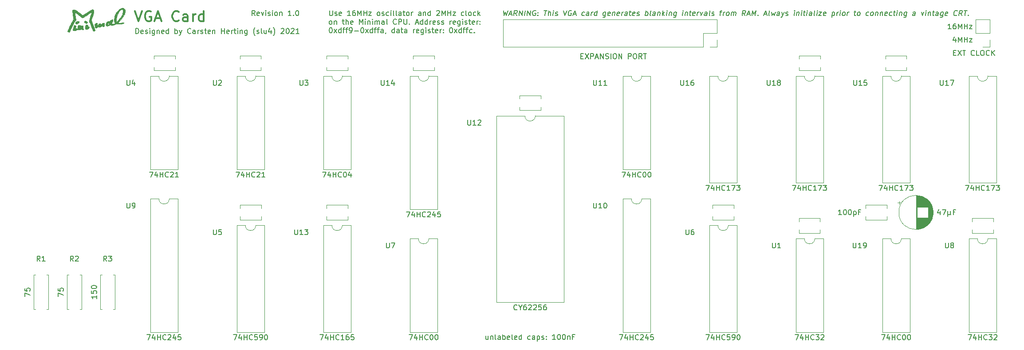
<source format=gbr>
G04 #@! TF.GenerationSoftware,KiCad,Pcbnew,(5.1.5)-3*
G04 #@! TF.CreationDate,2021-11-18T11:10:02+01:00*
G04 #@! TF.ProjectId,VideoRAM,56696465-6f52-4414-9d2e-6b696361645f,rev?*
G04 #@! TF.SameCoordinates,Original*
G04 #@! TF.FileFunction,Legend,Top*
G04 #@! TF.FilePolarity,Positive*
%FSLAX46Y46*%
G04 Gerber Fmt 4.6, Leading zero omitted, Abs format (unit mm)*
G04 Created by KiCad (PCBNEW (5.1.5)-3) date 2021-11-18 11:10:02*
%MOMM*%
%LPD*%
G04 APERTURE LIST*
%ADD10C,0.150000*%
%ADD11C,0.300000*%
%ADD12C,0.120000*%
%ADD13C,0.010000*%
G04 APERTURE END LIST*
D10*
X133022809Y-50887380D02*
X133135904Y-51887380D01*
X133415666Y-51173095D01*
X133516857Y-51887380D01*
X133879952Y-50887380D01*
X134124000Y-51601666D02*
X134600190Y-51601666D01*
X133993047Y-51887380D02*
X134451380Y-50887380D01*
X134659714Y-51887380D01*
X135564476Y-51887380D02*
X135290666Y-51411190D01*
X134993047Y-51887380D02*
X135118047Y-50887380D01*
X135499000Y-50887380D01*
X135588285Y-50935000D01*
X135629952Y-50982619D01*
X135665666Y-51077857D01*
X135647809Y-51220714D01*
X135588285Y-51315952D01*
X135534714Y-51363571D01*
X135433523Y-51411190D01*
X135052571Y-51411190D01*
X135993047Y-51887380D02*
X136118047Y-50887380D01*
X136564476Y-51887380D01*
X136689476Y-50887380D01*
X137040666Y-51887380D02*
X137165666Y-50887380D01*
X137516857Y-51887380D02*
X137641857Y-50887380D01*
X138088285Y-51887380D01*
X138213285Y-50887380D01*
X139207333Y-50935000D02*
X139118047Y-50887380D01*
X138975190Y-50887380D01*
X138826380Y-50935000D01*
X138719238Y-51030238D01*
X138659714Y-51125476D01*
X138588285Y-51315952D01*
X138570428Y-51458809D01*
X138594238Y-51649285D01*
X138629952Y-51744523D01*
X138713285Y-51839761D01*
X138850190Y-51887380D01*
X138945428Y-51887380D01*
X139094238Y-51839761D01*
X139147809Y-51792142D01*
X139189476Y-51458809D01*
X138999000Y-51458809D01*
X139576380Y-51792142D02*
X139618047Y-51839761D01*
X139564476Y-51887380D01*
X139522809Y-51839761D01*
X139576380Y-51792142D01*
X139564476Y-51887380D01*
X139641857Y-51268333D02*
X139683523Y-51315952D01*
X139629952Y-51363571D01*
X139588285Y-51315952D01*
X139641857Y-51268333D01*
X139629952Y-51363571D01*
X140784714Y-50887380D02*
X141356142Y-50887380D01*
X140945428Y-51887380D02*
X141070428Y-50887380D01*
X141564476Y-51887380D02*
X141689476Y-50887380D01*
X141993047Y-51887380D02*
X142058523Y-51363571D01*
X142022809Y-51268333D01*
X141933523Y-51220714D01*
X141790666Y-51220714D01*
X141689476Y-51268333D01*
X141635904Y-51315952D01*
X142469238Y-51887380D02*
X142552571Y-51220714D01*
X142594238Y-50887380D02*
X142540666Y-50935000D01*
X142582333Y-50982619D01*
X142635904Y-50935000D01*
X142594238Y-50887380D01*
X142582333Y-50982619D01*
X142903761Y-51839761D02*
X142993047Y-51887380D01*
X143183523Y-51887380D01*
X143284714Y-51839761D01*
X143344238Y-51744523D01*
X143350190Y-51696904D01*
X143314476Y-51601666D01*
X143225190Y-51554047D01*
X143082333Y-51554047D01*
X142993047Y-51506428D01*
X142957333Y-51411190D01*
X142963285Y-51363571D01*
X143022809Y-51268333D01*
X143124000Y-51220714D01*
X143266857Y-51220714D01*
X143356142Y-51268333D01*
X144499000Y-50887380D02*
X144707333Y-51887380D01*
X145165666Y-50887380D01*
X146016857Y-50935000D02*
X145927571Y-50887380D01*
X145784714Y-50887380D01*
X145635904Y-50935000D01*
X145528761Y-51030238D01*
X145469238Y-51125476D01*
X145397809Y-51315952D01*
X145379952Y-51458809D01*
X145403761Y-51649285D01*
X145439476Y-51744523D01*
X145522809Y-51839761D01*
X145659714Y-51887380D01*
X145754952Y-51887380D01*
X145903761Y-51839761D01*
X145957333Y-51792142D01*
X145999000Y-51458809D01*
X145808523Y-51458809D01*
X146362095Y-51601666D02*
X146838285Y-51601666D01*
X146231142Y-51887380D02*
X146689476Y-50887380D01*
X146897809Y-51887380D01*
X148427571Y-51839761D02*
X148326380Y-51887380D01*
X148135904Y-51887380D01*
X148046619Y-51839761D01*
X148004952Y-51792142D01*
X147969238Y-51696904D01*
X148004952Y-51411190D01*
X148064476Y-51315952D01*
X148118047Y-51268333D01*
X148219238Y-51220714D01*
X148409714Y-51220714D01*
X148499000Y-51268333D01*
X149278761Y-51887380D02*
X149344238Y-51363571D01*
X149308523Y-51268333D01*
X149219238Y-51220714D01*
X149028761Y-51220714D01*
X148927571Y-51268333D01*
X149284714Y-51839761D02*
X149183523Y-51887380D01*
X148945428Y-51887380D01*
X148856142Y-51839761D01*
X148820428Y-51744523D01*
X148832333Y-51649285D01*
X148891857Y-51554047D01*
X148993047Y-51506428D01*
X149231142Y-51506428D01*
X149332333Y-51458809D01*
X149754952Y-51887380D02*
X149838285Y-51220714D01*
X149814476Y-51411190D02*
X149874000Y-51315952D01*
X149927571Y-51268333D01*
X150028761Y-51220714D01*
X150124000Y-51220714D01*
X150802571Y-51887380D02*
X150927571Y-50887380D01*
X150808523Y-51839761D02*
X150707333Y-51887380D01*
X150516857Y-51887380D01*
X150427571Y-51839761D01*
X150385904Y-51792142D01*
X150350190Y-51696904D01*
X150385904Y-51411190D01*
X150445428Y-51315952D01*
X150499000Y-51268333D01*
X150600190Y-51220714D01*
X150790666Y-51220714D01*
X150879952Y-51268333D01*
X152552571Y-51220714D02*
X152451380Y-52030238D01*
X152391857Y-52125476D01*
X152338285Y-52173095D01*
X152237095Y-52220714D01*
X152094238Y-52220714D01*
X152004952Y-52173095D01*
X152475190Y-51839761D02*
X152374000Y-51887380D01*
X152183523Y-51887380D01*
X152094238Y-51839761D01*
X152052571Y-51792142D01*
X152016857Y-51696904D01*
X152052571Y-51411190D01*
X152112095Y-51315952D01*
X152165666Y-51268333D01*
X152266857Y-51220714D01*
X152457333Y-51220714D01*
X152546619Y-51268333D01*
X153332333Y-51839761D02*
X153231142Y-51887380D01*
X153040666Y-51887380D01*
X152951380Y-51839761D01*
X152915666Y-51744523D01*
X152963285Y-51363571D01*
X153022809Y-51268333D01*
X153124000Y-51220714D01*
X153314476Y-51220714D01*
X153403761Y-51268333D01*
X153439476Y-51363571D01*
X153427571Y-51458809D01*
X152939476Y-51554047D01*
X153885904Y-51220714D02*
X153802571Y-51887380D01*
X153874000Y-51315952D02*
X153927571Y-51268333D01*
X154028761Y-51220714D01*
X154171619Y-51220714D01*
X154260904Y-51268333D01*
X154296619Y-51363571D01*
X154231142Y-51887380D01*
X155094238Y-51839761D02*
X154993047Y-51887380D01*
X154802571Y-51887380D01*
X154713285Y-51839761D01*
X154677571Y-51744523D01*
X154725190Y-51363571D01*
X154784714Y-51268333D01*
X154885904Y-51220714D01*
X155076380Y-51220714D01*
X155165666Y-51268333D01*
X155201380Y-51363571D01*
X155189476Y-51458809D01*
X154701380Y-51554047D01*
X155564476Y-51887380D02*
X155647809Y-51220714D01*
X155624000Y-51411190D02*
X155683523Y-51315952D01*
X155737095Y-51268333D01*
X155838285Y-51220714D01*
X155933523Y-51220714D01*
X156612095Y-51887380D02*
X156677571Y-51363571D01*
X156641857Y-51268333D01*
X156552571Y-51220714D01*
X156362095Y-51220714D01*
X156260904Y-51268333D01*
X156618047Y-51839761D02*
X156516857Y-51887380D01*
X156278761Y-51887380D01*
X156189476Y-51839761D01*
X156153761Y-51744523D01*
X156165666Y-51649285D01*
X156225190Y-51554047D01*
X156326380Y-51506428D01*
X156564476Y-51506428D01*
X156665666Y-51458809D01*
X157028761Y-51220714D02*
X157409714Y-51220714D01*
X157213285Y-50887380D02*
X157106142Y-51744523D01*
X157141857Y-51839761D01*
X157231142Y-51887380D01*
X157326380Y-51887380D01*
X158046619Y-51839761D02*
X157945428Y-51887380D01*
X157754952Y-51887380D01*
X157665666Y-51839761D01*
X157629952Y-51744523D01*
X157677571Y-51363571D01*
X157737095Y-51268333D01*
X157838285Y-51220714D01*
X158028761Y-51220714D01*
X158118047Y-51268333D01*
X158153761Y-51363571D01*
X158141857Y-51458809D01*
X157653761Y-51554047D01*
X158475190Y-51839761D02*
X158564476Y-51887380D01*
X158754952Y-51887380D01*
X158856142Y-51839761D01*
X158915666Y-51744523D01*
X158921619Y-51696904D01*
X158885904Y-51601666D01*
X158796619Y-51554047D01*
X158653761Y-51554047D01*
X158564476Y-51506428D01*
X158528761Y-51411190D01*
X158534714Y-51363571D01*
X158594238Y-51268333D01*
X158695428Y-51220714D01*
X158838285Y-51220714D01*
X158927571Y-51268333D01*
X160088285Y-51887380D02*
X160213285Y-50887380D01*
X160165666Y-51268333D02*
X160266857Y-51220714D01*
X160457333Y-51220714D01*
X160546619Y-51268333D01*
X160588285Y-51315952D01*
X160624000Y-51411190D01*
X160588285Y-51696904D01*
X160528761Y-51792142D01*
X160475190Y-51839761D01*
X160374000Y-51887380D01*
X160183523Y-51887380D01*
X160094238Y-51839761D01*
X161135904Y-51887380D02*
X161046619Y-51839761D01*
X161010904Y-51744523D01*
X161118047Y-50887380D01*
X161945428Y-51887380D02*
X162010904Y-51363571D01*
X161975190Y-51268333D01*
X161885904Y-51220714D01*
X161695428Y-51220714D01*
X161594238Y-51268333D01*
X161951380Y-51839761D02*
X161850190Y-51887380D01*
X161612095Y-51887380D01*
X161522809Y-51839761D01*
X161487095Y-51744523D01*
X161499000Y-51649285D01*
X161558523Y-51554047D01*
X161659714Y-51506428D01*
X161897809Y-51506428D01*
X161999000Y-51458809D01*
X162504952Y-51220714D02*
X162421619Y-51887380D01*
X162493047Y-51315952D02*
X162546619Y-51268333D01*
X162647809Y-51220714D01*
X162790666Y-51220714D01*
X162879952Y-51268333D01*
X162915666Y-51363571D01*
X162850190Y-51887380D01*
X163326380Y-51887380D02*
X163451380Y-50887380D01*
X163469238Y-51506428D02*
X163707333Y-51887380D01*
X163790666Y-51220714D02*
X163362095Y-51601666D01*
X164135904Y-51887380D02*
X164219238Y-51220714D01*
X164260904Y-50887380D02*
X164207333Y-50935000D01*
X164249000Y-50982619D01*
X164302571Y-50935000D01*
X164260904Y-50887380D01*
X164249000Y-50982619D01*
X164695428Y-51220714D02*
X164612095Y-51887380D01*
X164683523Y-51315952D02*
X164737095Y-51268333D01*
X164838285Y-51220714D01*
X164981142Y-51220714D01*
X165070428Y-51268333D01*
X165106142Y-51363571D01*
X165040666Y-51887380D01*
X166028761Y-51220714D02*
X165927571Y-52030238D01*
X165868047Y-52125476D01*
X165814476Y-52173095D01*
X165713285Y-52220714D01*
X165570428Y-52220714D01*
X165481142Y-52173095D01*
X165951380Y-51839761D02*
X165850190Y-51887380D01*
X165659714Y-51887380D01*
X165570428Y-51839761D01*
X165528761Y-51792142D01*
X165493047Y-51696904D01*
X165528761Y-51411190D01*
X165588285Y-51315952D01*
X165641857Y-51268333D01*
X165743047Y-51220714D01*
X165933523Y-51220714D01*
X166022809Y-51268333D01*
X167183523Y-51887380D02*
X167266857Y-51220714D01*
X167308523Y-50887380D02*
X167254952Y-50935000D01*
X167296619Y-50982619D01*
X167350190Y-50935000D01*
X167308523Y-50887380D01*
X167296619Y-50982619D01*
X167743047Y-51220714D02*
X167659714Y-51887380D01*
X167731142Y-51315952D02*
X167784714Y-51268333D01*
X167885904Y-51220714D01*
X168028761Y-51220714D01*
X168118047Y-51268333D01*
X168153761Y-51363571D01*
X168088285Y-51887380D01*
X168504952Y-51220714D02*
X168885904Y-51220714D01*
X168689476Y-50887380D02*
X168582333Y-51744523D01*
X168618047Y-51839761D01*
X168707333Y-51887380D01*
X168802571Y-51887380D01*
X169522809Y-51839761D02*
X169421619Y-51887380D01*
X169231142Y-51887380D01*
X169141857Y-51839761D01*
X169106142Y-51744523D01*
X169153761Y-51363571D01*
X169213285Y-51268333D01*
X169314476Y-51220714D01*
X169504952Y-51220714D01*
X169594238Y-51268333D01*
X169629952Y-51363571D01*
X169618047Y-51458809D01*
X169129952Y-51554047D01*
X169993047Y-51887380D02*
X170076380Y-51220714D01*
X170052571Y-51411190D02*
X170112095Y-51315952D01*
X170165666Y-51268333D01*
X170266857Y-51220714D01*
X170362095Y-51220714D01*
X170600190Y-51220714D02*
X170754952Y-51887380D01*
X171076380Y-51220714D01*
X171802571Y-51887380D02*
X171868047Y-51363571D01*
X171832333Y-51268333D01*
X171743047Y-51220714D01*
X171552571Y-51220714D01*
X171451380Y-51268333D01*
X171808523Y-51839761D02*
X171707333Y-51887380D01*
X171469238Y-51887380D01*
X171379952Y-51839761D01*
X171344238Y-51744523D01*
X171356142Y-51649285D01*
X171415666Y-51554047D01*
X171516857Y-51506428D01*
X171754952Y-51506428D01*
X171856142Y-51458809D01*
X172421619Y-51887380D02*
X172332333Y-51839761D01*
X172296619Y-51744523D01*
X172403761Y-50887380D01*
X172760904Y-51839761D02*
X172850190Y-51887380D01*
X173040666Y-51887380D01*
X173141857Y-51839761D01*
X173201380Y-51744523D01*
X173207333Y-51696904D01*
X173171619Y-51601666D01*
X173082333Y-51554047D01*
X172939476Y-51554047D01*
X172850190Y-51506428D01*
X172814476Y-51411190D01*
X172820428Y-51363571D01*
X172879952Y-51268333D01*
X172981142Y-51220714D01*
X173124000Y-51220714D01*
X173213285Y-51268333D01*
X174314476Y-51220714D02*
X174695428Y-51220714D01*
X174373999Y-51887380D02*
X174481142Y-51030238D01*
X174540666Y-50935000D01*
X174641857Y-50887380D01*
X174737095Y-50887380D01*
X174945428Y-51887380D02*
X175028761Y-51220714D01*
X175004952Y-51411190D02*
X175064476Y-51315952D01*
X175118047Y-51268333D01*
X175219238Y-51220714D01*
X175314476Y-51220714D01*
X175707333Y-51887380D02*
X175618047Y-51839761D01*
X175576380Y-51792142D01*
X175540666Y-51696904D01*
X175576380Y-51411190D01*
X175635904Y-51315952D01*
X175689476Y-51268333D01*
X175790666Y-51220714D01*
X175933523Y-51220714D01*
X176022809Y-51268333D01*
X176064476Y-51315952D01*
X176100190Y-51411190D01*
X176064476Y-51696904D01*
X176004952Y-51792142D01*
X175951380Y-51839761D01*
X175850190Y-51887380D01*
X175707333Y-51887380D01*
X176469238Y-51887380D02*
X176552571Y-51220714D01*
X176540666Y-51315952D02*
X176594238Y-51268333D01*
X176695428Y-51220714D01*
X176838285Y-51220714D01*
X176927571Y-51268333D01*
X176963285Y-51363571D01*
X176897809Y-51887380D01*
X176963285Y-51363571D02*
X177022809Y-51268333D01*
X177123999Y-51220714D01*
X177266857Y-51220714D01*
X177356142Y-51268333D01*
X177391857Y-51363571D01*
X177326380Y-51887380D01*
X179135904Y-51887380D02*
X178862095Y-51411190D01*
X178564476Y-51887380D02*
X178689476Y-50887380D01*
X179070428Y-50887380D01*
X179159714Y-50935000D01*
X179201380Y-50982619D01*
X179237095Y-51077857D01*
X179219238Y-51220714D01*
X179159714Y-51315952D01*
X179106142Y-51363571D01*
X179004952Y-51411190D01*
X178624000Y-51411190D01*
X179552571Y-51601666D02*
X180028761Y-51601666D01*
X179421619Y-51887380D02*
X179879952Y-50887380D01*
X180088285Y-51887380D01*
X180421619Y-51887380D02*
X180546619Y-50887380D01*
X180790666Y-51601666D01*
X181213285Y-50887380D01*
X181088285Y-51887380D01*
X181576380Y-51792142D02*
X181618047Y-51839761D01*
X181564476Y-51887380D01*
X181522809Y-51839761D01*
X181576380Y-51792142D01*
X181564476Y-51887380D01*
X182790666Y-51601666D02*
X183266857Y-51601666D01*
X182659714Y-51887380D02*
X183118047Y-50887380D01*
X183326380Y-51887380D01*
X183802571Y-51887380D02*
X183713285Y-51839761D01*
X183677571Y-51744523D01*
X183784714Y-50887380D01*
X184171619Y-51220714D02*
X184278761Y-51887380D01*
X184528761Y-51411190D01*
X184659714Y-51887380D01*
X184933523Y-51220714D01*
X185659714Y-51887380D02*
X185725190Y-51363571D01*
X185689476Y-51268333D01*
X185600190Y-51220714D01*
X185409714Y-51220714D01*
X185308523Y-51268333D01*
X185665666Y-51839761D02*
X185564476Y-51887380D01*
X185326380Y-51887380D01*
X185237095Y-51839761D01*
X185201380Y-51744523D01*
X185213285Y-51649285D01*
X185272809Y-51554047D01*
X185373999Y-51506428D01*
X185612095Y-51506428D01*
X185713285Y-51458809D01*
X186123999Y-51220714D02*
X186278761Y-51887380D01*
X186600190Y-51220714D02*
X186278761Y-51887380D01*
X186153761Y-52125476D01*
X186100190Y-52173095D01*
X185998999Y-52220714D01*
X186856142Y-51839761D02*
X186945428Y-51887380D01*
X187135904Y-51887380D01*
X187237095Y-51839761D01*
X187296619Y-51744523D01*
X187302571Y-51696904D01*
X187266857Y-51601666D01*
X187177571Y-51554047D01*
X187034714Y-51554047D01*
X186945428Y-51506428D01*
X186909714Y-51411190D01*
X186915666Y-51363571D01*
X186975190Y-51268333D01*
X187076380Y-51220714D01*
X187219238Y-51220714D01*
X187308523Y-51268333D01*
X188469238Y-51887380D02*
X188552571Y-51220714D01*
X188594238Y-50887380D02*
X188540666Y-50935000D01*
X188582333Y-50982619D01*
X188635904Y-50935000D01*
X188594238Y-50887380D01*
X188582333Y-50982619D01*
X189028761Y-51220714D02*
X188945428Y-51887380D01*
X189016857Y-51315952D02*
X189070428Y-51268333D01*
X189171619Y-51220714D01*
X189314476Y-51220714D01*
X189403761Y-51268333D01*
X189439476Y-51363571D01*
X189373999Y-51887380D01*
X189850190Y-51887380D02*
X189933523Y-51220714D01*
X189975190Y-50887380D02*
X189921619Y-50935000D01*
X189963285Y-50982619D01*
X190016857Y-50935000D01*
X189975190Y-50887380D01*
X189963285Y-50982619D01*
X190266857Y-51220714D02*
X190647809Y-51220714D01*
X190451380Y-50887380D02*
X190344238Y-51744523D01*
X190379952Y-51839761D01*
X190469238Y-51887380D01*
X190564476Y-51887380D01*
X190897809Y-51887380D02*
X190981142Y-51220714D01*
X191022809Y-50887380D02*
X190969238Y-50935000D01*
X191010904Y-50982619D01*
X191064476Y-50935000D01*
X191022809Y-50887380D01*
X191010904Y-50982619D01*
X191802571Y-51887380D02*
X191868047Y-51363571D01*
X191832333Y-51268333D01*
X191743047Y-51220714D01*
X191552571Y-51220714D01*
X191451380Y-51268333D01*
X191808523Y-51839761D02*
X191707333Y-51887380D01*
X191469238Y-51887380D01*
X191379952Y-51839761D01*
X191344238Y-51744523D01*
X191356142Y-51649285D01*
X191415666Y-51554047D01*
X191516857Y-51506428D01*
X191754952Y-51506428D01*
X191856142Y-51458809D01*
X192421619Y-51887380D02*
X192332333Y-51839761D01*
X192296619Y-51744523D01*
X192403761Y-50887380D01*
X192802571Y-51887380D02*
X192885904Y-51220714D01*
X192927571Y-50887380D02*
X192873999Y-50935000D01*
X192915666Y-50982619D01*
X192969238Y-50935000D01*
X192927571Y-50887380D01*
X192915666Y-50982619D01*
X193266857Y-51220714D02*
X193790666Y-51220714D01*
X193183523Y-51887380D01*
X193707333Y-51887380D01*
X194475190Y-51839761D02*
X194373999Y-51887380D01*
X194183523Y-51887380D01*
X194094238Y-51839761D01*
X194058523Y-51744523D01*
X194106142Y-51363571D01*
X194165666Y-51268333D01*
X194266857Y-51220714D01*
X194457333Y-51220714D01*
X194546619Y-51268333D01*
X194582333Y-51363571D01*
X194570428Y-51458809D01*
X194082333Y-51554047D01*
X195790666Y-51220714D02*
X195665666Y-52220714D01*
X195784714Y-51268333D02*
X195885904Y-51220714D01*
X196076380Y-51220714D01*
X196165666Y-51268333D01*
X196207333Y-51315952D01*
X196243047Y-51411190D01*
X196207333Y-51696904D01*
X196147809Y-51792142D01*
X196094238Y-51839761D01*
X195993047Y-51887380D01*
X195802571Y-51887380D01*
X195713285Y-51839761D01*
X196612095Y-51887380D02*
X196695428Y-51220714D01*
X196671619Y-51411190D02*
X196731142Y-51315952D01*
X196784714Y-51268333D01*
X196885904Y-51220714D01*
X196981142Y-51220714D01*
X197231142Y-51887380D02*
X197314476Y-51220714D01*
X197356142Y-50887380D02*
X197302571Y-50935000D01*
X197344238Y-50982619D01*
X197397809Y-50935000D01*
X197356142Y-50887380D01*
X197344238Y-50982619D01*
X197850190Y-51887380D02*
X197760904Y-51839761D01*
X197719238Y-51792142D01*
X197683523Y-51696904D01*
X197719238Y-51411190D01*
X197778761Y-51315952D01*
X197832333Y-51268333D01*
X197933523Y-51220714D01*
X198076380Y-51220714D01*
X198165666Y-51268333D01*
X198207333Y-51315952D01*
X198243047Y-51411190D01*
X198207333Y-51696904D01*
X198147809Y-51792142D01*
X198094238Y-51839761D01*
X197993047Y-51887380D01*
X197850190Y-51887380D01*
X198612095Y-51887380D02*
X198695428Y-51220714D01*
X198671619Y-51411190D02*
X198731142Y-51315952D01*
X198784714Y-51268333D01*
X198885904Y-51220714D01*
X198981142Y-51220714D01*
X199933523Y-51220714D02*
X200314476Y-51220714D01*
X200118047Y-50887380D02*
X200010904Y-51744523D01*
X200046619Y-51839761D01*
X200135904Y-51887380D01*
X200231142Y-51887380D01*
X200707333Y-51887380D02*
X200618047Y-51839761D01*
X200576380Y-51792142D01*
X200540666Y-51696904D01*
X200576380Y-51411190D01*
X200635904Y-51315952D01*
X200689476Y-51268333D01*
X200790666Y-51220714D01*
X200933523Y-51220714D01*
X201022809Y-51268333D01*
X201064476Y-51315952D01*
X201100190Y-51411190D01*
X201064476Y-51696904D01*
X201004952Y-51792142D01*
X200951380Y-51839761D01*
X200850190Y-51887380D01*
X200707333Y-51887380D01*
X202665666Y-51839761D02*
X202564476Y-51887380D01*
X202374000Y-51887380D01*
X202284714Y-51839761D01*
X202243047Y-51792142D01*
X202207333Y-51696904D01*
X202243047Y-51411190D01*
X202302571Y-51315952D01*
X202356142Y-51268333D01*
X202457333Y-51220714D01*
X202647809Y-51220714D01*
X202737095Y-51268333D01*
X203231142Y-51887380D02*
X203141857Y-51839761D01*
X203100190Y-51792142D01*
X203064476Y-51696904D01*
X203100190Y-51411190D01*
X203159714Y-51315952D01*
X203213285Y-51268333D01*
X203314476Y-51220714D01*
X203457333Y-51220714D01*
X203546619Y-51268333D01*
X203588285Y-51315952D01*
X203623999Y-51411190D01*
X203588285Y-51696904D01*
X203528761Y-51792142D01*
X203475190Y-51839761D01*
X203373999Y-51887380D01*
X203231142Y-51887380D01*
X204076380Y-51220714D02*
X203993047Y-51887380D01*
X204064476Y-51315952D02*
X204118047Y-51268333D01*
X204219238Y-51220714D01*
X204362095Y-51220714D01*
X204451380Y-51268333D01*
X204487095Y-51363571D01*
X204421619Y-51887380D01*
X204981142Y-51220714D02*
X204897809Y-51887380D01*
X204969238Y-51315952D02*
X205022809Y-51268333D01*
X205124000Y-51220714D01*
X205266857Y-51220714D01*
X205356142Y-51268333D01*
X205391857Y-51363571D01*
X205326380Y-51887380D01*
X206189476Y-51839761D02*
X206088285Y-51887380D01*
X205897809Y-51887380D01*
X205808523Y-51839761D01*
X205772809Y-51744523D01*
X205820428Y-51363571D01*
X205879952Y-51268333D01*
X205981142Y-51220714D01*
X206171619Y-51220714D01*
X206260904Y-51268333D01*
X206296619Y-51363571D01*
X206284714Y-51458809D01*
X205796619Y-51554047D01*
X207094238Y-51839761D02*
X206993047Y-51887380D01*
X206802571Y-51887380D01*
X206713285Y-51839761D01*
X206671619Y-51792142D01*
X206635904Y-51696904D01*
X206671619Y-51411190D01*
X206731142Y-51315952D01*
X206784714Y-51268333D01*
X206885904Y-51220714D01*
X207076380Y-51220714D01*
X207165666Y-51268333D01*
X207457333Y-51220714D02*
X207838285Y-51220714D01*
X207641857Y-50887380D02*
X207534714Y-51744523D01*
X207570428Y-51839761D01*
X207659714Y-51887380D01*
X207754952Y-51887380D01*
X208088285Y-51887380D02*
X208171619Y-51220714D01*
X208213285Y-50887380D02*
X208159714Y-50935000D01*
X208201380Y-50982619D01*
X208254952Y-50935000D01*
X208213285Y-50887380D01*
X208201380Y-50982619D01*
X208647809Y-51220714D02*
X208564476Y-51887380D01*
X208635904Y-51315952D02*
X208689476Y-51268333D01*
X208790666Y-51220714D01*
X208933523Y-51220714D01*
X209022809Y-51268333D01*
X209058523Y-51363571D01*
X208993047Y-51887380D01*
X209981142Y-51220714D02*
X209879952Y-52030238D01*
X209820428Y-52125476D01*
X209766857Y-52173095D01*
X209665666Y-52220714D01*
X209522809Y-52220714D01*
X209433523Y-52173095D01*
X209903761Y-51839761D02*
X209802571Y-51887380D01*
X209612095Y-51887380D01*
X209522809Y-51839761D01*
X209481142Y-51792142D01*
X209445428Y-51696904D01*
X209481142Y-51411190D01*
X209540666Y-51315952D01*
X209594238Y-51268333D01*
X209695428Y-51220714D01*
X209885904Y-51220714D01*
X209975190Y-51268333D01*
X211564476Y-51887380D02*
X211629952Y-51363571D01*
X211594238Y-51268333D01*
X211504952Y-51220714D01*
X211314476Y-51220714D01*
X211213285Y-51268333D01*
X211570428Y-51839761D02*
X211469238Y-51887380D01*
X211231142Y-51887380D01*
X211141857Y-51839761D01*
X211106142Y-51744523D01*
X211118047Y-51649285D01*
X211177571Y-51554047D01*
X211278761Y-51506428D01*
X211516857Y-51506428D01*
X211618047Y-51458809D01*
X212790666Y-51220714D02*
X212945428Y-51887380D01*
X213266857Y-51220714D01*
X213564476Y-51887380D02*
X213647809Y-51220714D01*
X213689476Y-50887380D02*
X213635904Y-50935000D01*
X213677571Y-50982619D01*
X213731142Y-50935000D01*
X213689476Y-50887380D01*
X213677571Y-50982619D01*
X214124000Y-51220714D02*
X214040666Y-51887380D01*
X214112095Y-51315952D02*
X214165666Y-51268333D01*
X214266857Y-51220714D01*
X214409714Y-51220714D01*
X214498999Y-51268333D01*
X214534714Y-51363571D01*
X214469238Y-51887380D01*
X214885904Y-51220714D02*
X215266857Y-51220714D01*
X215070428Y-50887380D02*
X214963285Y-51744523D01*
X214999000Y-51839761D01*
X215088285Y-51887380D01*
X215183523Y-51887380D01*
X215945428Y-51887380D02*
X216010904Y-51363571D01*
X215975190Y-51268333D01*
X215885904Y-51220714D01*
X215695428Y-51220714D01*
X215594238Y-51268333D01*
X215951380Y-51839761D02*
X215850190Y-51887380D01*
X215612095Y-51887380D01*
X215522809Y-51839761D01*
X215487095Y-51744523D01*
X215499000Y-51649285D01*
X215558523Y-51554047D01*
X215659714Y-51506428D01*
X215897809Y-51506428D01*
X215999000Y-51458809D01*
X216933523Y-51220714D02*
X216832333Y-52030238D01*
X216772809Y-52125476D01*
X216719238Y-52173095D01*
X216618047Y-52220714D01*
X216475190Y-52220714D01*
X216385904Y-52173095D01*
X216856142Y-51839761D02*
X216754952Y-51887380D01*
X216564476Y-51887380D01*
X216475190Y-51839761D01*
X216433523Y-51792142D01*
X216397809Y-51696904D01*
X216433523Y-51411190D01*
X216493047Y-51315952D01*
X216546619Y-51268333D01*
X216647809Y-51220714D01*
X216838285Y-51220714D01*
X216927571Y-51268333D01*
X217713285Y-51839761D02*
X217612095Y-51887380D01*
X217421619Y-51887380D01*
X217332333Y-51839761D01*
X217296619Y-51744523D01*
X217344238Y-51363571D01*
X217403761Y-51268333D01*
X217504952Y-51220714D01*
X217695428Y-51220714D01*
X217784714Y-51268333D01*
X217820428Y-51363571D01*
X217808523Y-51458809D01*
X217320428Y-51554047D01*
X219528761Y-51792142D02*
X219475190Y-51839761D01*
X219326380Y-51887380D01*
X219231142Y-51887380D01*
X219094238Y-51839761D01*
X219010904Y-51744523D01*
X218975190Y-51649285D01*
X218951380Y-51458809D01*
X218969238Y-51315952D01*
X219040666Y-51125476D01*
X219100190Y-51030238D01*
X219207333Y-50935000D01*
X219356142Y-50887380D01*
X219451380Y-50887380D01*
X219588285Y-50935000D01*
X219629952Y-50982619D01*
X220516857Y-51887380D02*
X220243047Y-51411190D01*
X219945428Y-51887380D02*
X220070428Y-50887380D01*
X220451380Y-50887380D01*
X220540666Y-50935000D01*
X220582333Y-50982619D01*
X220618047Y-51077857D01*
X220600190Y-51220714D01*
X220540666Y-51315952D01*
X220487095Y-51363571D01*
X220385904Y-51411190D01*
X220004952Y-51411190D01*
X220927571Y-50887380D02*
X221499000Y-50887380D01*
X221088285Y-51887380D02*
X221213285Y-50887380D01*
X221719238Y-51792142D02*
X221760904Y-51839761D01*
X221707333Y-51887380D01*
X221665666Y-51839761D01*
X221719238Y-51792142D01*
X221707333Y-51887380D01*
X99840095Y-50888380D02*
X99840095Y-51697904D01*
X99887714Y-51793142D01*
X99935333Y-51840761D01*
X100030571Y-51888380D01*
X100221047Y-51888380D01*
X100316285Y-51840761D01*
X100363904Y-51793142D01*
X100411523Y-51697904D01*
X100411523Y-50888380D01*
X100840095Y-51840761D02*
X100935333Y-51888380D01*
X101125809Y-51888380D01*
X101221047Y-51840761D01*
X101268666Y-51745523D01*
X101268666Y-51697904D01*
X101221047Y-51602666D01*
X101125809Y-51555047D01*
X100982952Y-51555047D01*
X100887714Y-51507428D01*
X100840095Y-51412190D01*
X100840095Y-51364571D01*
X100887714Y-51269333D01*
X100982952Y-51221714D01*
X101125809Y-51221714D01*
X101221047Y-51269333D01*
X102078190Y-51840761D02*
X101982952Y-51888380D01*
X101792476Y-51888380D01*
X101697238Y-51840761D01*
X101649619Y-51745523D01*
X101649619Y-51364571D01*
X101697238Y-51269333D01*
X101792476Y-51221714D01*
X101982952Y-51221714D01*
X102078190Y-51269333D01*
X102125809Y-51364571D01*
X102125809Y-51459809D01*
X101649619Y-51555047D01*
X103840095Y-51888380D02*
X103268666Y-51888380D01*
X103554380Y-51888380D02*
X103554380Y-50888380D01*
X103459142Y-51031238D01*
X103363904Y-51126476D01*
X103268666Y-51174095D01*
X104697238Y-50888380D02*
X104506761Y-50888380D01*
X104411523Y-50936000D01*
X104363904Y-50983619D01*
X104268666Y-51126476D01*
X104221047Y-51316952D01*
X104221047Y-51697904D01*
X104268666Y-51793142D01*
X104316285Y-51840761D01*
X104411523Y-51888380D01*
X104602000Y-51888380D01*
X104697238Y-51840761D01*
X104744857Y-51793142D01*
X104792476Y-51697904D01*
X104792476Y-51459809D01*
X104744857Y-51364571D01*
X104697238Y-51316952D01*
X104602000Y-51269333D01*
X104411523Y-51269333D01*
X104316285Y-51316952D01*
X104268666Y-51364571D01*
X104221047Y-51459809D01*
X105221047Y-51888380D02*
X105221047Y-50888380D01*
X105554380Y-51602666D01*
X105887714Y-50888380D01*
X105887714Y-51888380D01*
X106363904Y-51888380D02*
X106363904Y-50888380D01*
X106363904Y-51364571D02*
X106935333Y-51364571D01*
X106935333Y-51888380D02*
X106935333Y-50888380D01*
X107316285Y-51221714D02*
X107840095Y-51221714D01*
X107316285Y-51888380D01*
X107840095Y-51888380D01*
X109125809Y-51888380D02*
X109030571Y-51840761D01*
X108982952Y-51793142D01*
X108935333Y-51697904D01*
X108935333Y-51412190D01*
X108982952Y-51316952D01*
X109030571Y-51269333D01*
X109125809Y-51221714D01*
X109268666Y-51221714D01*
X109363904Y-51269333D01*
X109411523Y-51316952D01*
X109459142Y-51412190D01*
X109459142Y-51697904D01*
X109411523Y-51793142D01*
X109363904Y-51840761D01*
X109268666Y-51888380D01*
X109125809Y-51888380D01*
X109840095Y-51840761D02*
X109935333Y-51888380D01*
X110125809Y-51888380D01*
X110221047Y-51840761D01*
X110268666Y-51745523D01*
X110268666Y-51697904D01*
X110221047Y-51602666D01*
X110125809Y-51555047D01*
X109982952Y-51555047D01*
X109887714Y-51507428D01*
X109840095Y-51412190D01*
X109840095Y-51364571D01*
X109887714Y-51269333D01*
X109982952Y-51221714D01*
X110125809Y-51221714D01*
X110221047Y-51269333D01*
X111125809Y-51840761D02*
X111030571Y-51888380D01*
X110840095Y-51888380D01*
X110744857Y-51840761D01*
X110697238Y-51793142D01*
X110649619Y-51697904D01*
X110649619Y-51412190D01*
X110697238Y-51316952D01*
X110744857Y-51269333D01*
X110840095Y-51221714D01*
X111030571Y-51221714D01*
X111125809Y-51269333D01*
X111554380Y-51888380D02*
X111554380Y-51221714D01*
X111554380Y-50888380D02*
X111506761Y-50936000D01*
X111554380Y-50983619D01*
X111602000Y-50936000D01*
X111554380Y-50888380D01*
X111554380Y-50983619D01*
X112173428Y-51888380D02*
X112078190Y-51840761D01*
X112030571Y-51745523D01*
X112030571Y-50888380D01*
X112697238Y-51888380D02*
X112602000Y-51840761D01*
X112554380Y-51745523D01*
X112554380Y-50888380D01*
X113506761Y-51888380D02*
X113506761Y-51364571D01*
X113459142Y-51269333D01*
X113363904Y-51221714D01*
X113173428Y-51221714D01*
X113078190Y-51269333D01*
X113506761Y-51840761D02*
X113411523Y-51888380D01*
X113173428Y-51888380D01*
X113078190Y-51840761D01*
X113030571Y-51745523D01*
X113030571Y-51650285D01*
X113078190Y-51555047D01*
X113173428Y-51507428D01*
X113411523Y-51507428D01*
X113506761Y-51459809D01*
X113840095Y-51221714D02*
X114221047Y-51221714D01*
X113982952Y-50888380D02*
X113982952Y-51745523D01*
X114030571Y-51840761D01*
X114125809Y-51888380D01*
X114221047Y-51888380D01*
X114697238Y-51888380D02*
X114602000Y-51840761D01*
X114554380Y-51793142D01*
X114506761Y-51697904D01*
X114506761Y-51412190D01*
X114554380Y-51316952D01*
X114602000Y-51269333D01*
X114697238Y-51221714D01*
X114840095Y-51221714D01*
X114935333Y-51269333D01*
X114982952Y-51316952D01*
X115030571Y-51412190D01*
X115030571Y-51697904D01*
X114982952Y-51793142D01*
X114935333Y-51840761D01*
X114840095Y-51888380D01*
X114697238Y-51888380D01*
X115459142Y-51888380D02*
X115459142Y-51221714D01*
X115459142Y-51412190D02*
X115506761Y-51316952D01*
X115554380Y-51269333D01*
X115649619Y-51221714D01*
X115744857Y-51221714D01*
X117268666Y-51888380D02*
X117268666Y-51364571D01*
X117221047Y-51269333D01*
X117125809Y-51221714D01*
X116935333Y-51221714D01*
X116840095Y-51269333D01*
X117268666Y-51840761D02*
X117173428Y-51888380D01*
X116935333Y-51888380D01*
X116840095Y-51840761D01*
X116792476Y-51745523D01*
X116792476Y-51650285D01*
X116840095Y-51555047D01*
X116935333Y-51507428D01*
X117173428Y-51507428D01*
X117268666Y-51459809D01*
X117744857Y-51221714D02*
X117744857Y-51888380D01*
X117744857Y-51316952D02*
X117792476Y-51269333D01*
X117887714Y-51221714D01*
X118030571Y-51221714D01*
X118125809Y-51269333D01*
X118173428Y-51364571D01*
X118173428Y-51888380D01*
X119078190Y-51888380D02*
X119078190Y-50888380D01*
X119078190Y-51840761D02*
X118982952Y-51888380D01*
X118792476Y-51888380D01*
X118697238Y-51840761D01*
X118649619Y-51793142D01*
X118602000Y-51697904D01*
X118602000Y-51412190D01*
X118649619Y-51316952D01*
X118697238Y-51269333D01*
X118792476Y-51221714D01*
X118982952Y-51221714D01*
X119078190Y-51269333D01*
X120268666Y-50983619D02*
X120316285Y-50936000D01*
X120411523Y-50888380D01*
X120649619Y-50888380D01*
X120744857Y-50936000D01*
X120792476Y-50983619D01*
X120840095Y-51078857D01*
X120840095Y-51174095D01*
X120792476Y-51316952D01*
X120221047Y-51888380D01*
X120840095Y-51888380D01*
X121268666Y-51888380D02*
X121268666Y-50888380D01*
X121602000Y-51602666D01*
X121935333Y-50888380D01*
X121935333Y-51888380D01*
X122411523Y-51888380D02*
X122411523Y-50888380D01*
X122411523Y-51364571D02*
X122982952Y-51364571D01*
X122982952Y-51888380D02*
X122982952Y-50888380D01*
X123363904Y-51221714D02*
X123887714Y-51221714D01*
X123363904Y-51888380D01*
X123887714Y-51888380D01*
X125459142Y-51840761D02*
X125363904Y-51888380D01*
X125173428Y-51888380D01*
X125078190Y-51840761D01*
X125030571Y-51793142D01*
X124982952Y-51697904D01*
X124982952Y-51412190D01*
X125030571Y-51316952D01*
X125078190Y-51269333D01*
X125173428Y-51221714D01*
X125363904Y-51221714D01*
X125459142Y-51269333D01*
X126030571Y-51888380D02*
X125935333Y-51840761D01*
X125887714Y-51745523D01*
X125887714Y-50888380D01*
X126554380Y-51888380D02*
X126459142Y-51840761D01*
X126411523Y-51793142D01*
X126363904Y-51697904D01*
X126363904Y-51412190D01*
X126411523Y-51316952D01*
X126459142Y-51269333D01*
X126554380Y-51221714D01*
X126697238Y-51221714D01*
X126792476Y-51269333D01*
X126840095Y-51316952D01*
X126887714Y-51412190D01*
X126887714Y-51697904D01*
X126840095Y-51793142D01*
X126792476Y-51840761D01*
X126697238Y-51888380D01*
X126554380Y-51888380D01*
X127744857Y-51840761D02*
X127649619Y-51888380D01*
X127459142Y-51888380D01*
X127363904Y-51840761D01*
X127316285Y-51793142D01*
X127268666Y-51697904D01*
X127268666Y-51412190D01*
X127316285Y-51316952D01*
X127363904Y-51269333D01*
X127459142Y-51221714D01*
X127649619Y-51221714D01*
X127744857Y-51269333D01*
X128173428Y-51888380D02*
X128173428Y-50888380D01*
X128268666Y-51507428D02*
X128554380Y-51888380D01*
X128554380Y-51221714D02*
X128173428Y-51602666D01*
X99982952Y-53538380D02*
X99887714Y-53490761D01*
X99840095Y-53443142D01*
X99792476Y-53347904D01*
X99792476Y-53062190D01*
X99840095Y-52966952D01*
X99887714Y-52919333D01*
X99982952Y-52871714D01*
X100125809Y-52871714D01*
X100221047Y-52919333D01*
X100268666Y-52966952D01*
X100316285Y-53062190D01*
X100316285Y-53347904D01*
X100268666Y-53443142D01*
X100221047Y-53490761D01*
X100125809Y-53538380D01*
X99982952Y-53538380D01*
X100744857Y-52871714D02*
X100744857Y-53538380D01*
X100744857Y-52966952D02*
X100792476Y-52919333D01*
X100887714Y-52871714D01*
X101030571Y-52871714D01*
X101125809Y-52919333D01*
X101173428Y-53014571D01*
X101173428Y-53538380D01*
X102268666Y-52871714D02*
X102649619Y-52871714D01*
X102411523Y-52538380D02*
X102411523Y-53395523D01*
X102459142Y-53490761D01*
X102554380Y-53538380D01*
X102649619Y-53538380D01*
X102982952Y-53538380D02*
X102982952Y-52538380D01*
X103411523Y-53538380D02*
X103411523Y-53014571D01*
X103363904Y-52919333D01*
X103268666Y-52871714D01*
X103125809Y-52871714D01*
X103030571Y-52919333D01*
X102982952Y-52966952D01*
X104268666Y-53490761D02*
X104173428Y-53538380D01*
X103982952Y-53538380D01*
X103887714Y-53490761D01*
X103840095Y-53395523D01*
X103840095Y-53014571D01*
X103887714Y-52919333D01*
X103982952Y-52871714D01*
X104173428Y-52871714D01*
X104268666Y-52919333D01*
X104316285Y-53014571D01*
X104316285Y-53109809D01*
X103840095Y-53205047D01*
X105506761Y-53538380D02*
X105506761Y-52538380D01*
X105840095Y-53252666D01*
X106173428Y-52538380D01*
X106173428Y-53538380D01*
X106649619Y-53538380D02*
X106649619Y-52871714D01*
X106649619Y-52538380D02*
X106602000Y-52586000D01*
X106649619Y-52633619D01*
X106697238Y-52586000D01*
X106649619Y-52538380D01*
X106649619Y-52633619D01*
X107125809Y-52871714D02*
X107125809Y-53538380D01*
X107125809Y-52966952D02*
X107173428Y-52919333D01*
X107268666Y-52871714D01*
X107411523Y-52871714D01*
X107506761Y-52919333D01*
X107554380Y-53014571D01*
X107554380Y-53538380D01*
X108030571Y-53538380D02*
X108030571Y-52871714D01*
X108030571Y-52538380D02*
X107982952Y-52586000D01*
X108030571Y-52633619D01*
X108078190Y-52586000D01*
X108030571Y-52538380D01*
X108030571Y-52633619D01*
X108506761Y-53538380D02*
X108506761Y-52871714D01*
X108506761Y-52966952D02*
X108554380Y-52919333D01*
X108649619Y-52871714D01*
X108792476Y-52871714D01*
X108887714Y-52919333D01*
X108935333Y-53014571D01*
X108935333Y-53538380D01*
X108935333Y-53014571D02*
X108982952Y-52919333D01*
X109078190Y-52871714D01*
X109221047Y-52871714D01*
X109316285Y-52919333D01*
X109363904Y-53014571D01*
X109363904Y-53538380D01*
X110268666Y-53538380D02*
X110268666Y-53014571D01*
X110221047Y-52919333D01*
X110125809Y-52871714D01*
X109935333Y-52871714D01*
X109840095Y-52919333D01*
X110268666Y-53490761D02*
X110173428Y-53538380D01*
X109935333Y-53538380D01*
X109840095Y-53490761D01*
X109792476Y-53395523D01*
X109792476Y-53300285D01*
X109840095Y-53205047D01*
X109935333Y-53157428D01*
X110173428Y-53157428D01*
X110268666Y-53109809D01*
X110887714Y-53538380D02*
X110792476Y-53490761D01*
X110744857Y-53395523D01*
X110744857Y-52538380D01*
X112602000Y-53443142D02*
X112554380Y-53490761D01*
X112411523Y-53538380D01*
X112316285Y-53538380D01*
X112173428Y-53490761D01*
X112078190Y-53395523D01*
X112030571Y-53300285D01*
X111982952Y-53109809D01*
X111982952Y-52966952D01*
X112030571Y-52776476D01*
X112078190Y-52681238D01*
X112173428Y-52586000D01*
X112316285Y-52538380D01*
X112411523Y-52538380D01*
X112554380Y-52586000D01*
X112602000Y-52633619D01*
X113030571Y-53538380D02*
X113030571Y-52538380D01*
X113411523Y-52538380D01*
X113506761Y-52586000D01*
X113554380Y-52633619D01*
X113602000Y-52728857D01*
X113602000Y-52871714D01*
X113554380Y-52966952D01*
X113506761Y-53014571D01*
X113411523Y-53062190D01*
X113030571Y-53062190D01*
X114030571Y-52538380D02*
X114030571Y-53347904D01*
X114078190Y-53443142D01*
X114125809Y-53490761D01*
X114221047Y-53538380D01*
X114411523Y-53538380D01*
X114506761Y-53490761D01*
X114554380Y-53443142D01*
X114602000Y-53347904D01*
X114602000Y-52538380D01*
X115078190Y-53443142D02*
X115125809Y-53490761D01*
X115078190Y-53538380D01*
X115030571Y-53490761D01*
X115078190Y-53443142D01*
X115078190Y-53538380D01*
X116268666Y-53252666D02*
X116744857Y-53252666D01*
X116173428Y-53538380D02*
X116506761Y-52538380D01*
X116840095Y-53538380D01*
X117602000Y-53538380D02*
X117602000Y-52538380D01*
X117602000Y-53490761D02*
X117506761Y-53538380D01*
X117316285Y-53538380D01*
X117221047Y-53490761D01*
X117173428Y-53443142D01*
X117125809Y-53347904D01*
X117125809Y-53062190D01*
X117173428Y-52966952D01*
X117221047Y-52919333D01*
X117316285Y-52871714D01*
X117506761Y-52871714D01*
X117602000Y-52919333D01*
X118506761Y-53538380D02*
X118506761Y-52538380D01*
X118506761Y-53490761D02*
X118411523Y-53538380D01*
X118221047Y-53538380D01*
X118125809Y-53490761D01*
X118078190Y-53443142D01*
X118030571Y-53347904D01*
X118030571Y-53062190D01*
X118078190Y-52966952D01*
X118125809Y-52919333D01*
X118221047Y-52871714D01*
X118411523Y-52871714D01*
X118506761Y-52919333D01*
X118982952Y-53538380D02*
X118982952Y-52871714D01*
X118982952Y-53062190D02*
X119030571Y-52966952D01*
X119078190Y-52919333D01*
X119173428Y-52871714D01*
X119268666Y-52871714D01*
X119982952Y-53490761D02*
X119887714Y-53538380D01*
X119697238Y-53538380D01*
X119602000Y-53490761D01*
X119554380Y-53395523D01*
X119554380Y-53014571D01*
X119602000Y-52919333D01*
X119697238Y-52871714D01*
X119887714Y-52871714D01*
X119982952Y-52919333D01*
X120030571Y-53014571D01*
X120030571Y-53109809D01*
X119554380Y-53205047D01*
X120411523Y-53490761D02*
X120506761Y-53538380D01*
X120697238Y-53538380D01*
X120792476Y-53490761D01*
X120840095Y-53395523D01*
X120840095Y-53347904D01*
X120792476Y-53252666D01*
X120697238Y-53205047D01*
X120554380Y-53205047D01*
X120459142Y-53157428D01*
X120411523Y-53062190D01*
X120411523Y-53014571D01*
X120459142Y-52919333D01*
X120554380Y-52871714D01*
X120697238Y-52871714D01*
X120792476Y-52919333D01*
X121221047Y-53490761D02*
X121316285Y-53538380D01*
X121506761Y-53538380D01*
X121602000Y-53490761D01*
X121649619Y-53395523D01*
X121649619Y-53347904D01*
X121602000Y-53252666D01*
X121506761Y-53205047D01*
X121363904Y-53205047D01*
X121268666Y-53157428D01*
X121221047Y-53062190D01*
X121221047Y-53014571D01*
X121268666Y-52919333D01*
X121363904Y-52871714D01*
X121506761Y-52871714D01*
X121602000Y-52919333D01*
X122840095Y-53538380D02*
X122840095Y-52871714D01*
X122840095Y-53062190D02*
X122887714Y-52966952D01*
X122935333Y-52919333D01*
X123030571Y-52871714D01*
X123125809Y-52871714D01*
X123840095Y-53490761D02*
X123744857Y-53538380D01*
X123554380Y-53538380D01*
X123459142Y-53490761D01*
X123411523Y-53395523D01*
X123411523Y-53014571D01*
X123459142Y-52919333D01*
X123554380Y-52871714D01*
X123744857Y-52871714D01*
X123840095Y-52919333D01*
X123887714Y-53014571D01*
X123887714Y-53109809D01*
X123411523Y-53205047D01*
X124744857Y-52871714D02*
X124744857Y-53681238D01*
X124697238Y-53776476D01*
X124649619Y-53824095D01*
X124554380Y-53871714D01*
X124411523Y-53871714D01*
X124316285Y-53824095D01*
X124744857Y-53490761D02*
X124649619Y-53538380D01*
X124459142Y-53538380D01*
X124363904Y-53490761D01*
X124316285Y-53443142D01*
X124268666Y-53347904D01*
X124268666Y-53062190D01*
X124316285Y-52966952D01*
X124363904Y-52919333D01*
X124459142Y-52871714D01*
X124649619Y-52871714D01*
X124744857Y-52919333D01*
X125221047Y-53538380D02*
X125221047Y-52871714D01*
X125221047Y-52538380D02*
X125173428Y-52586000D01*
X125221047Y-52633619D01*
X125268666Y-52586000D01*
X125221047Y-52538380D01*
X125221047Y-52633619D01*
X125649619Y-53490761D02*
X125744857Y-53538380D01*
X125935333Y-53538380D01*
X126030571Y-53490761D01*
X126078190Y-53395523D01*
X126078190Y-53347904D01*
X126030571Y-53252666D01*
X125935333Y-53205047D01*
X125792476Y-53205047D01*
X125697238Y-53157428D01*
X125649619Y-53062190D01*
X125649619Y-53014571D01*
X125697238Y-52919333D01*
X125792476Y-52871714D01*
X125935333Y-52871714D01*
X126030571Y-52919333D01*
X126363904Y-52871714D02*
X126744857Y-52871714D01*
X126506761Y-52538380D02*
X126506761Y-53395523D01*
X126554380Y-53490761D01*
X126649619Y-53538380D01*
X126744857Y-53538380D01*
X127459142Y-53490761D02*
X127363904Y-53538380D01*
X127173428Y-53538380D01*
X127078190Y-53490761D01*
X127030571Y-53395523D01*
X127030571Y-53014571D01*
X127078190Y-52919333D01*
X127173428Y-52871714D01*
X127363904Y-52871714D01*
X127459142Y-52919333D01*
X127506761Y-53014571D01*
X127506761Y-53109809D01*
X127030571Y-53205047D01*
X127935333Y-53538380D02*
X127935333Y-52871714D01*
X127935333Y-53062190D02*
X127982952Y-52966952D01*
X128030571Y-52919333D01*
X128125809Y-52871714D01*
X128221047Y-52871714D01*
X128554380Y-53443142D02*
X128602000Y-53490761D01*
X128554380Y-53538380D01*
X128506761Y-53490761D01*
X128554380Y-53443142D01*
X128554380Y-53538380D01*
X128554380Y-52919333D02*
X128602000Y-52966952D01*
X128554380Y-53014571D01*
X128506761Y-52966952D01*
X128554380Y-52919333D01*
X128554380Y-53014571D01*
X100030571Y-54188380D02*
X100125809Y-54188380D01*
X100221047Y-54236000D01*
X100268666Y-54283619D01*
X100316285Y-54378857D01*
X100363904Y-54569333D01*
X100363904Y-54807428D01*
X100316285Y-54997904D01*
X100268666Y-55093142D01*
X100221047Y-55140761D01*
X100125809Y-55188380D01*
X100030571Y-55188380D01*
X99935333Y-55140761D01*
X99887714Y-55093142D01*
X99840095Y-54997904D01*
X99792476Y-54807428D01*
X99792476Y-54569333D01*
X99840095Y-54378857D01*
X99887714Y-54283619D01*
X99935333Y-54236000D01*
X100030571Y-54188380D01*
X100697238Y-55188380D02*
X101221047Y-54521714D01*
X100697238Y-54521714D02*
X101221047Y-55188380D01*
X102030571Y-55188380D02*
X102030571Y-54188380D01*
X102030571Y-55140761D02*
X101935333Y-55188380D01*
X101744857Y-55188380D01*
X101649619Y-55140761D01*
X101602000Y-55093142D01*
X101554380Y-54997904D01*
X101554380Y-54712190D01*
X101602000Y-54616952D01*
X101649619Y-54569333D01*
X101744857Y-54521714D01*
X101935333Y-54521714D01*
X102030571Y-54569333D01*
X102363904Y-54521714D02*
X102744857Y-54521714D01*
X102506761Y-55188380D02*
X102506761Y-54331238D01*
X102554380Y-54236000D01*
X102649619Y-54188380D01*
X102744857Y-54188380D01*
X102935333Y-54521714D02*
X103316285Y-54521714D01*
X103078190Y-55188380D02*
X103078190Y-54331238D01*
X103125809Y-54236000D01*
X103221047Y-54188380D01*
X103316285Y-54188380D01*
X103697238Y-55188380D02*
X103887714Y-55188380D01*
X103982952Y-55140761D01*
X104030571Y-55093142D01*
X104125809Y-54950285D01*
X104173428Y-54759809D01*
X104173428Y-54378857D01*
X104125809Y-54283619D01*
X104078190Y-54236000D01*
X103982952Y-54188380D01*
X103792476Y-54188380D01*
X103697238Y-54236000D01*
X103649619Y-54283619D01*
X103602000Y-54378857D01*
X103602000Y-54616952D01*
X103649619Y-54712190D01*
X103697238Y-54759809D01*
X103792476Y-54807428D01*
X103982952Y-54807428D01*
X104078190Y-54759809D01*
X104125809Y-54712190D01*
X104173428Y-54616952D01*
X104602000Y-54807428D02*
X105363904Y-54807428D01*
X106030571Y-54188380D02*
X106125809Y-54188380D01*
X106221047Y-54236000D01*
X106268666Y-54283619D01*
X106316285Y-54378857D01*
X106363904Y-54569333D01*
X106363904Y-54807428D01*
X106316285Y-54997904D01*
X106268666Y-55093142D01*
X106221047Y-55140761D01*
X106125809Y-55188380D01*
X106030571Y-55188380D01*
X105935333Y-55140761D01*
X105887714Y-55093142D01*
X105840095Y-54997904D01*
X105792476Y-54807428D01*
X105792476Y-54569333D01*
X105840095Y-54378857D01*
X105887714Y-54283619D01*
X105935333Y-54236000D01*
X106030571Y-54188380D01*
X106697238Y-55188380D02*
X107221047Y-54521714D01*
X106697238Y-54521714D02*
X107221047Y-55188380D01*
X108030571Y-55188380D02*
X108030571Y-54188380D01*
X108030571Y-55140761D02*
X107935333Y-55188380D01*
X107744857Y-55188380D01*
X107649619Y-55140761D01*
X107602000Y-55093142D01*
X107554380Y-54997904D01*
X107554380Y-54712190D01*
X107602000Y-54616952D01*
X107649619Y-54569333D01*
X107744857Y-54521714D01*
X107935333Y-54521714D01*
X108030571Y-54569333D01*
X108363904Y-54521714D02*
X108744857Y-54521714D01*
X108506761Y-55188380D02*
X108506761Y-54331238D01*
X108554380Y-54236000D01*
X108649619Y-54188380D01*
X108744857Y-54188380D01*
X108935333Y-54521714D02*
X109316285Y-54521714D01*
X109078190Y-55188380D02*
X109078190Y-54331238D01*
X109125809Y-54236000D01*
X109221047Y-54188380D01*
X109316285Y-54188380D01*
X110078190Y-55188380D02*
X110078190Y-54664571D01*
X110030571Y-54569333D01*
X109935333Y-54521714D01*
X109744857Y-54521714D01*
X109649619Y-54569333D01*
X110078190Y-55140761D02*
X109982952Y-55188380D01*
X109744857Y-55188380D01*
X109649619Y-55140761D01*
X109602000Y-55045523D01*
X109602000Y-54950285D01*
X109649619Y-54855047D01*
X109744857Y-54807428D01*
X109982952Y-54807428D01*
X110078190Y-54759809D01*
X110602000Y-55140761D02*
X110602000Y-55188380D01*
X110554380Y-55283619D01*
X110506761Y-55331238D01*
X112221047Y-55188380D02*
X112221047Y-54188380D01*
X112221047Y-55140761D02*
X112125809Y-55188380D01*
X111935333Y-55188380D01*
X111840095Y-55140761D01*
X111792476Y-55093142D01*
X111744857Y-54997904D01*
X111744857Y-54712190D01*
X111792476Y-54616952D01*
X111840095Y-54569333D01*
X111935333Y-54521714D01*
X112125809Y-54521714D01*
X112221047Y-54569333D01*
X113125809Y-55188380D02*
X113125809Y-54664571D01*
X113078190Y-54569333D01*
X112982952Y-54521714D01*
X112792476Y-54521714D01*
X112697238Y-54569333D01*
X113125809Y-55140761D02*
X113030571Y-55188380D01*
X112792476Y-55188380D01*
X112697238Y-55140761D01*
X112649619Y-55045523D01*
X112649619Y-54950285D01*
X112697238Y-54855047D01*
X112792476Y-54807428D01*
X113030571Y-54807428D01*
X113125809Y-54759809D01*
X113459142Y-54521714D02*
X113840095Y-54521714D01*
X113602000Y-54188380D02*
X113602000Y-55045523D01*
X113649619Y-55140761D01*
X113744857Y-55188380D01*
X113840095Y-55188380D01*
X114602000Y-55188380D02*
X114602000Y-54664571D01*
X114554380Y-54569333D01*
X114459142Y-54521714D01*
X114268666Y-54521714D01*
X114173428Y-54569333D01*
X114602000Y-55140761D02*
X114506761Y-55188380D01*
X114268666Y-55188380D01*
X114173428Y-55140761D01*
X114125809Y-55045523D01*
X114125809Y-54950285D01*
X114173428Y-54855047D01*
X114268666Y-54807428D01*
X114506761Y-54807428D01*
X114602000Y-54759809D01*
X115840095Y-55188380D02*
X115840095Y-54521714D01*
X115840095Y-54712190D02*
X115887714Y-54616952D01*
X115935333Y-54569333D01*
X116030571Y-54521714D01*
X116125809Y-54521714D01*
X116840095Y-55140761D02*
X116744857Y-55188380D01*
X116554380Y-55188380D01*
X116459142Y-55140761D01*
X116411523Y-55045523D01*
X116411523Y-54664571D01*
X116459142Y-54569333D01*
X116554380Y-54521714D01*
X116744857Y-54521714D01*
X116840095Y-54569333D01*
X116887714Y-54664571D01*
X116887714Y-54759809D01*
X116411523Y-54855047D01*
X117744857Y-54521714D02*
X117744857Y-55331238D01*
X117697238Y-55426476D01*
X117649619Y-55474095D01*
X117554380Y-55521714D01*
X117411523Y-55521714D01*
X117316285Y-55474095D01*
X117744857Y-55140761D02*
X117649619Y-55188380D01*
X117459142Y-55188380D01*
X117363904Y-55140761D01*
X117316285Y-55093142D01*
X117268666Y-54997904D01*
X117268666Y-54712190D01*
X117316285Y-54616952D01*
X117363904Y-54569333D01*
X117459142Y-54521714D01*
X117649619Y-54521714D01*
X117744857Y-54569333D01*
X118221047Y-55188380D02*
X118221047Y-54521714D01*
X118221047Y-54188380D02*
X118173428Y-54236000D01*
X118221047Y-54283619D01*
X118268666Y-54236000D01*
X118221047Y-54188380D01*
X118221047Y-54283619D01*
X118649619Y-55140761D02*
X118744857Y-55188380D01*
X118935333Y-55188380D01*
X119030571Y-55140761D01*
X119078190Y-55045523D01*
X119078190Y-54997904D01*
X119030571Y-54902666D01*
X118935333Y-54855047D01*
X118792476Y-54855047D01*
X118697238Y-54807428D01*
X118649619Y-54712190D01*
X118649619Y-54664571D01*
X118697238Y-54569333D01*
X118792476Y-54521714D01*
X118935333Y-54521714D01*
X119030571Y-54569333D01*
X119363904Y-54521714D02*
X119744857Y-54521714D01*
X119506761Y-54188380D02*
X119506761Y-55045523D01*
X119554380Y-55140761D01*
X119649619Y-55188380D01*
X119744857Y-55188380D01*
X120459142Y-55140761D02*
X120363904Y-55188380D01*
X120173428Y-55188380D01*
X120078190Y-55140761D01*
X120030571Y-55045523D01*
X120030571Y-54664571D01*
X120078190Y-54569333D01*
X120173428Y-54521714D01*
X120363904Y-54521714D01*
X120459142Y-54569333D01*
X120506761Y-54664571D01*
X120506761Y-54759809D01*
X120030571Y-54855047D01*
X120935333Y-55188380D02*
X120935333Y-54521714D01*
X120935333Y-54712190D02*
X120982952Y-54616952D01*
X121030571Y-54569333D01*
X121125809Y-54521714D01*
X121221047Y-54521714D01*
X121554380Y-55093142D02*
X121602000Y-55140761D01*
X121554380Y-55188380D01*
X121506761Y-55140761D01*
X121554380Y-55093142D01*
X121554380Y-55188380D01*
X121554380Y-54569333D02*
X121602000Y-54616952D01*
X121554380Y-54664571D01*
X121506761Y-54616952D01*
X121554380Y-54569333D01*
X121554380Y-54664571D01*
X122982952Y-54188380D02*
X123078190Y-54188380D01*
X123173428Y-54236000D01*
X123221047Y-54283619D01*
X123268666Y-54378857D01*
X123316285Y-54569333D01*
X123316285Y-54807428D01*
X123268666Y-54997904D01*
X123221047Y-55093142D01*
X123173428Y-55140761D01*
X123078190Y-55188380D01*
X122982952Y-55188380D01*
X122887714Y-55140761D01*
X122840095Y-55093142D01*
X122792476Y-54997904D01*
X122744857Y-54807428D01*
X122744857Y-54569333D01*
X122792476Y-54378857D01*
X122840095Y-54283619D01*
X122887714Y-54236000D01*
X122982952Y-54188380D01*
X123649619Y-55188380D02*
X124173428Y-54521714D01*
X123649619Y-54521714D02*
X124173428Y-55188380D01*
X124982952Y-55188380D02*
X124982952Y-54188380D01*
X124982952Y-55140761D02*
X124887714Y-55188380D01*
X124697238Y-55188380D01*
X124602000Y-55140761D01*
X124554380Y-55093142D01*
X124506761Y-54997904D01*
X124506761Y-54712190D01*
X124554380Y-54616952D01*
X124602000Y-54569333D01*
X124697238Y-54521714D01*
X124887714Y-54521714D01*
X124982952Y-54569333D01*
X125316285Y-54521714D02*
X125697238Y-54521714D01*
X125459142Y-55188380D02*
X125459142Y-54331238D01*
X125506761Y-54236000D01*
X125602000Y-54188380D01*
X125697238Y-54188380D01*
X125887714Y-54521714D02*
X126268666Y-54521714D01*
X126030571Y-55188380D02*
X126030571Y-54331238D01*
X126078190Y-54236000D01*
X126173428Y-54188380D01*
X126268666Y-54188380D01*
X127030571Y-55140761D02*
X126935333Y-55188380D01*
X126744857Y-55188380D01*
X126649619Y-55140761D01*
X126602000Y-55093142D01*
X126554380Y-54997904D01*
X126554380Y-54712190D01*
X126602000Y-54616952D01*
X126649619Y-54569333D01*
X126744857Y-54521714D01*
X126935333Y-54521714D01*
X127030571Y-54569333D01*
X127459142Y-55093142D02*
X127506761Y-55140761D01*
X127459142Y-55188380D01*
X127411523Y-55140761D01*
X127459142Y-55093142D01*
X127459142Y-55188380D01*
X62874880Y-55316380D02*
X62874880Y-54316380D01*
X63112976Y-54316380D01*
X63255833Y-54364000D01*
X63351071Y-54459238D01*
X63398690Y-54554476D01*
X63446309Y-54744952D01*
X63446309Y-54887809D01*
X63398690Y-55078285D01*
X63351071Y-55173523D01*
X63255833Y-55268761D01*
X63112976Y-55316380D01*
X62874880Y-55316380D01*
X64255833Y-55268761D02*
X64160595Y-55316380D01*
X63970119Y-55316380D01*
X63874880Y-55268761D01*
X63827261Y-55173523D01*
X63827261Y-54792571D01*
X63874880Y-54697333D01*
X63970119Y-54649714D01*
X64160595Y-54649714D01*
X64255833Y-54697333D01*
X64303452Y-54792571D01*
X64303452Y-54887809D01*
X63827261Y-54983047D01*
X64684404Y-55268761D02*
X64779642Y-55316380D01*
X64970119Y-55316380D01*
X65065357Y-55268761D01*
X65112976Y-55173523D01*
X65112976Y-55125904D01*
X65065357Y-55030666D01*
X64970119Y-54983047D01*
X64827261Y-54983047D01*
X64732023Y-54935428D01*
X64684404Y-54840190D01*
X64684404Y-54792571D01*
X64732023Y-54697333D01*
X64827261Y-54649714D01*
X64970119Y-54649714D01*
X65065357Y-54697333D01*
X65541547Y-55316380D02*
X65541547Y-54649714D01*
X65541547Y-54316380D02*
X65493928Y-54364000D01*
X65541547Y-54411619D01*
X65589166Y-54364000D01*
X65541547Y-54316380D01*
X65541547Y-54411619D01*
X66446309Y-54649714D02*
X66446309Y-55459238D01*
X66398690Y-55554476D01*
X66351071Y-55602095D01*
X66255833Y-55649714D01*
X66112976Y-55649714D01*
X66017738Y-55602095D01*
X66446309Y-55268761D02*
X66351071Y-55316380D01*
X66160595Y-55316380D01*
X66065357Y-55268761D01*
X66017738Y-55221142D01*
X65970119Y-55125904D01*
X65970119Y-54840190D01*
X66017738Y-54744952D01*
X66065357Y-54697333D01*
X66160595Y-54649714D01*
X66351071Y-54649714D01*
X66446309Y-54697333D01*
X66922499Y-54649714D02*
X66922499Y-55316380D01*
X66922499Y-54744952D02*
X66970119Y-54697333D01*
X67065357Y-54649714D01*
X67208214Y-54649714D01*
X67303452Y-54697333D01*
X67351071Y-54792571D01*
X67351071Y-55316380D01*
X68208214Y-55268761D02*
X68112976Y-55316380D01*
X67922500Y-55316380D01*
X67827261Y-55268761D01*
X67779642Y-55173523D01*
X67779642Y-54792571D01*
X67827261Y-54697333D01*
X67922500Y-54649714D01*
X68112976Y-54649714D01*
X68208214Y-54697333D01*
X68255833Y-54792571D01*
X68255833Y-54887809D01*
X67779642Y-54983047D01*
X69112976Y-55316380D02*
X69112976Y-54316380D01*
X69112976Y-55268761D02*
X69017738Y-55316380D01*
X68827261Y-55316380D01*
X68732023Y-55268761D01*
X68684404Y-55221142D01*
X68636785Y-55125904D01*
X68636785Y-54840190D01*
X68684404Y-54744952D01*
X68732023Y-54697333D01*
X68827261Y-54649714D01*
X69017738Y-54649714D01*
X69112976Y-54697333D01*
X70351071Y-55316380D02*
X70351071Y-54316380D01*
X70351071Y-54697333D02*
X70446309Y-54649714D01*
X70636785Y-54649714D01*
X70732023Y-54697333D01*
X70779642Y-54744952D01*
X70827261Y-54840190D01*
X70827261Y-55125904D01*
X70779642Y-55221142D01*
X70732023Y-55268761D01*
X70636785Y-55316380D01*
X70446309Y-55316380D01*
X70351071Y-55268761D01*
X71160595Y-54649714D02*
X71398690Y-55316380D01*
X71636785Y-54649714D02*
X71398690Y-55316380D01*
X71303452Y-55554476D01*
X71255833Y-55602095D01*
X71160595Y-55649714D01*
X73351071Y-55221142D02*
X73303452Y-55268761D01*
X73160595Y-55316380D01*
X73065357Y-55316380D01*
X72922500Y-55268761D01*
X72827261Y-55173523D01*
X72779642Y-55078285D01*
X72732023Y-54887809D01*
X72732023Y-54744952D01*
X72779642Y-54554476D01*
X72827261Y-54459238D01*
X72922500Y-54364000D01*
X73065357Y-54316380D01*
X73160595Y-54316380D01*
X73303452Y-54364000D01*
X73351071Y-54411619D01*
X74208214Y-55316380D02*
X74208214Y-54792571D01*
X74160595Y-54697333D01*
X74065357Y-54649714D01*
X73874880Y-54649714D01*
X73779642Y-54697333D01*
X74208214Y-55268761D02*
X74112976Y-55316380D01*
X73874880Y-55316380D01*
X73779642Y-55268761D01*
X73732023Y-55173523D01*
X73732023Y-55078285D01*
X73779642Y-54983047D01*
X73874880Y-54935428D01*
X74112976Y-54935428D01*
X74208214Y-54887809D01*
X74684404Y-55316380D02*
X74684404Y-54649714D01*
X74684404Y-54840190D02*
X74732023Y-54744952D01*
X74779642Y-54697333D01*
X74874880Y-54649714D01*
X74970119Y-54649714D01*
X75255833Y-55268761D02*
X75351071Y-55316380D01*
X75541547Y-55316380D01*
X75636785Y-55268761D01*
X75684404Y-55173523D01*
X75684404Y-55125904D01*
X75636785Y-55030666D01*
X75541547Y-54983047D01*
X75398690Y-54983047D01*
X75303452Y-54935428D01*
X75255833Y-54840190D01*
X75255833Y-54792571D01*
X75303452Y-54697333D01*
X75398690Y-54649714D01*
X75541547Y-54649714D01*
X75636785Y-54697333D01*
X75970119Y-54649714D02*
X76351071Y-54649714D01*
X76112976Y-54316380D02*
X76112976Y-55173523D01*
X76160595Y-55268761D01*
X76255833Y-55316380D01*
X76351071Y-55316380D01*
X77065357Y-55268761D02*
X76970119Y-55316380D01*
X76779642Y-55316380D01*
X76684404Y-55268761D01*
X76636785Y-55173523D01*
X76636785Y-54792571D01*
X76684404Y-54697333D01*
X76779642Y-54649714D01*
X76970119Y-54649714D01*
X77065357Y-54697333D01*
X77112976Y-54792571D01*
X77112976Y-54887809D01*
X76636785Y-54983047D01*
X77541547Y-54649714D02*
X77541547Y-55316380D01*
X77541547Y-54744952D02*
X77589166Y-54697333D01*
X77684404Y-54649714D01*
X77827261Y-54649714D01*
X77922500Y-54697333D01*
X77970119Y-54792571D01*
X77970119Y-55316380D01*
X79208214Y-55316380D02*
X79208214Y-54316380D01*
X79208214Y-54792571D02*
X79779642Y-54792571D01*
X79779642Y-55316380D02*
X79779642Y-54316380D01*
X80636785Y-55268761D02*
X80541547Y-55316380D01*
X80351071Y-55316380D01*
X80255833Y-55268761D01*
X80208214Y-55173523D01*
X80208214Y-54792571D01*
X80255833Y-54697333D01*
X80351071Y-54649714D01*
X80541547Y-54649714D01*
X80636785Y-54697333D01*
X80684404Y-54792571D01*
X80684404Y-54887809D01*
X80208214Y-54983047D01*
X81112976Y-55316380D02*
X81112976Y-54649714D01*
X81112976Y-54840190D02*
X81160595Y-54744952D01*
X81208214Y-54697333D01*
X81303452Y-54649714D01*
X81398690Y-54649714D01*
X81589166Y-54649714D02*
X81970119Y-54649714D01*
X81732023Y-54316380D02*
X81732023Y-55173523D01*
X81779642Y-55268761D01*
X81874880Y-55316380D01*
X81970119Y-55316380D01*
X82303452Y-55316380D02*
X82303452Y-54649714D01*
X82303452Y-54316380D02*
X82255833Y-54364000D01*
X82303452Y-54411619D01*
X82351071Y-54364000D01*
X82303452Y-54316380D01*
X82303452Y-54411619D01*
X82779642Y-54649714D02*
X82779642Y-55316380D01*
X82779642Y-54744952D02*
X82827261Y-54697333D01*
X82922500Y-54649714D01*
X83065357Y-54649714D01*
X83160595Y-54697333D01*
X83208214Y-54792571D01*
X83208214Y-55316380D01*
X84112976Y-54649714D02*
X84112976Y-55459238D01*
X84065357Y-55554476D01*
X84017738Y-55602095D01*
X83922500Y-55649714D01*
X83779642Y-55649714D01*
X83684404Y-55602095D01*
X84112976Y-55268761D02*
X84017738Y-55316380D01*
X83827261Y-55316380D01*
X83732023Y-55268761D01*
X83684404Y-55221142D01*
X83636785Y-55125904D01*
X83636785Y-54840190D01*
X83684404Y-54744952D01*
X83732023Y-54697333D01*
X83827261Y-54649714D01*
X84017738Y-54649714D01*
X84112976Y-54697333D01*
X85636785Y-55697333D02*
X85589166Y-55649714D01*
X85493928Y-55506857D01*
X85446309Y-55411619D01*
X85398690Y-55268761D01*
X85351071Y-55030666D01*
X85351071Y-54840190D01*
X85398690Y-54602095D01*
X85446309Y-54459238D01*
X85493928Y-54364000D01*
X85589166Y-54221142D01*
X85636785Y-54173523D01*
X85970119Y-55268761D02*
X86065357Y-55316380D01*
X86255833Y-55316380D01*
X86351071Y-55268761D01*
X86398690Y-55173523D01*
X86398690Y-55125904D01*
X86351071Y-55030666D01*
X86255833Y-54983047D01*
X86112976Y-54983047D01*
X86017738Y-54935428D01*
X85970119Y-54840190D01*
X85970119Y-54792571D01*
X86017738Y-54697333D01*
X86112976Y-54649714D01*
X86255833Y-54649714D01*
X86351071Y-54697333D01*
X86970119Y-55316380D02*
X86874880Y-55268761D01*
X86827261Y-55173523D01*
X86827261Y-54316380D01*
X87779642Y-54649714D02*
X87779642Y-55316380D01*
X87351071Y-54649714D02*
X87351071Y-55173523D01*
X87398690Y-55268761D01*
X87493928Y-55316380D01*
X87636785Y-55316380D01*
X87732023Y-55268761D01*
X87779642Y-55221142D01*
X88684404Y-54649714D02*
X88684404Y-55316380D01*
X88446309Y-54268761D02*
X88208214Y-54983047D01*
X88827261Y-54983047D01*
X89112976Y-55697333D02*
X89160595Y-55649714D01*
X89255833Y-55506857D01*
X89303452Y-55411619D01*
X89351071Y-55268761D01*
X89398690Y-55030666D01*
X89398690Y-54840190D01*
X89351071Y-54602095D01*
X89303452Y-54459238D01*
X89255833Y-54364000D01*
X89160595Y-54221142D01*
X89112976Y-54173523D01*
X90589166Y-54411619D02*
X90636785Y-54364000D01*
X90732023Y-54316380D01*
X90970119Y-54316380D01*
X91065357Y-54364000D01*
X91112976Y-54411619D01*
X91160595Y-54506857D01*
X91160595Y-54602095D01*
X91112976Y-54744952D01*
X90541547Y-55316380D01*
X91160595Y-55316380D01*
X91779642Y-54316380D02*
X91874880Y-54316380D01*
X91970119Y-54364000D01*
X92017738Y-54411619D01*
X92065357Y-54506857D01*
X92112976Y-54697333D01*
X92112976Y-54935428D01*
X92065357Y-55125904D01*
X92017738Y-55221142D01*
X91970119Y-55268761D01*
X91874880Y-55316380D01*
X91779642Y-55316380D01*
X91684404Y-55268761D01*
X91636785Y-55221142D01*
X91589166Y-55125904D01*
X91541547Y-54935428D01*
X91541547Y-54697333D01*
X91589166Y-54506857D01*
X91636785Y-54411619D01*
X91684404Y-54364000D01*
X91779642Y-54316380D01*
X92493928Y-54411619D02*
X92541547Y-54364000D01*
X92636785Y-54316380D01*
X92874880Y-54316380D01*
X92970119Y-54364000D01*
X93017738Y-54411619D01*
X93065357Y-54506857D01*
X93065357Y-54602095D01*
X93017738Y-54744952D01*
X92446309Y-55316380D01*
X93065357Y-55316380D01*
X94017738Y-55316380D02*
X93446309Y-55316380D01*
X93732023Y-55316380D02*
X93732023Y-54316380D01*
X93636785Y-54459238D01*
X93541547Y-54554476D01*
X93446309Y-54602095D01*
D11*
X62691214Y-50974761D02*
X63357880Y-52974761D01*
X64024547Y-50974761D01*
X65738833Y-51070000D02*
X65548357Y-50974761D01*
X65262642Y-50974761D01*
X64976928Y-51070000D01*
X64786452Y-51260476D01*
X64691214Y-51450952D01*
X64595976Y-51831904D01*
X64595976Y-52117619D01*
X64691214Y-52498571D01*
X64786452Y-52689047D01*
X64976928Y-52879523D01*
X65262642Y-52974761D01*
X65453119Y-52974761D01*
X65738833Y-52879523D01*
X65834071Y-52784285D01*
X65834071Y-52117619D01*
X65453119Y-52117619D01*
X66595976Y-52403333D02*
X67548357Y-52403333D01*
X66405500Y-52974761D02*
X67072166Y-50974761D01*
X67738833Y-52974761D01*
X71072166Y-52784285D02*
X70976928Y-52879523D01*
X70691214Y-52974761D01*
X70500738Y-52974761D01*
X70215023Y-52879523D01*
X70024547Y-52689047D01*
X69929309Y-52498571D01*
X69834071Y-52117619D01*
X69834071Y-51831904D01*
X69929309Y-51450952D01*
X70024547Y-51260476D01*
X70215023Y-51070000D01*
X70500738Y-50974761D01*
X70691214Y-50974761D01*
X70976928Y-51070000D01*
X71072166Y-51165238D01*
X72786452Y-52974761D02*
X72786452Y-51927142D01*
X72691214Y-51736666D01*
X72500738Y-51641428D01*
X72119785Y-51641428D01*
X71929309Y-51736666D01*
X72786452Y-52879523D02*
X72595976Y-52974761D01*
X72119785Y-52974761D01*
X71929309Y-52879523D01*
X71834071Y-52689047D01*
X71834071Y-52498571D01*
X71929309Y-52308095D01*
X72119785Y-52212857D01*
X72595976Y-52212857D01*
X72786452Y-52117619D01*
X73738833Y-52974761D02*
X73738833Y-51641428D01*
X73738833Y-52022380D02*
X73834071Y-51831904D01*
X73929309Y-51736666D01*
X74119785Y-51641428D01*
X74310261Y-51641428D01*
X75834071Y-52974761D02*
X75834071Y-50974761D01*
X75834071Y-52879523D02*
X75643595Y-52974761D01*
X75262642Y-52974761D01*
X75072166Y-52879523D01*
X74976928Y-52784285D01*
X74881690Y-52593809D01*
X74881690Y-52022380D01*
X74976928Y-51831904D01*
X75072166Y-51736666D01*
X75262642Y-51641428D01*
X75643595Y-51641428D01*
X75834071Y-51736666D01*
D10*
X85614357Y-51887380D02*
X85281023Y-51411190D01*
X85042928Y-51887380D02*
X85042928Y-50887380D01*
X85423880Y-50887380D01*
X85519119Y-50935000D01*
X85566738Y-50982619D01*
X85614357Y-51077857D01*
X85614357Y-51220714D01*
X85566738Y-51315952D01*
X85519119Y-51363571D01*
X85423880Y-51411190D01*
X85042928Y-51411190D01*
X86423880Y-51839761D02*
X86328642Y-51887380D01*
X86138166Y-51887380D01*
X86042928Y-51839761D01*
X85995309Y-51744523D01*
X85995309Y-51363571D01*
X86042928Y-51268333D01*
X86138166Y-51220714D01*
X86328642Y-51220714D01*
X86423880Y-51268333D01*
X86471500Y-51363571D01*
X86471500Y-51458809D01*
X85995309Y-51554047D01*
X86804833Y-51220714D02*
X87042928Y-51887380D01*
X87281023Y-51220714D01*
X87661976Y-51887380D02*
X87661976Y-51220714D01*
X87661976Y-50887380D02*
X87614357Y-50935000D01*
X87661976Y-50982619D01*
X87709595Y-50935000D01*
X87661976Y-50887380D01*
X87661976Y-50982619D01*
X88090547Y-51839761D02*
X88185785Y-51887380D01*
X88376261Y-51887380D01*
X88471500Y-51839761D01*
X88519119Y-51744523D01*
X88519119Y-51696904D01*
X88471500Y-51601666D01*
X88376261Y-51554047D01*
X88233404Y-51554047D01*
X88138166Y-51506428D01*
X88090547Y-51411190D01*
X88090547Y-51363571D01*
X88138166Y-51268333D01*
X88233404Y-51220714D01*
X88376261Y-51220714D01*
X88471500Y-51268333D01*
X88947690Y-51887380D02*
X88947690Y-51220714D01*
X88947690Y-50887380D02*
X88900071Y-50935000D01*
X88947690Y-50982619D01*
X88995309Y-50935000D01*
X88947690Y-50887380D01*
X88947690Y-50982619D01*
X89566738Y-51887380D02*
X89471500Y-51839761D01*
X89423880Y-51792142D01*
X89376261Y-51696904D01*
X89376261Y-51411190D01*
X89423880Y-51315952D01*
X89471500Y-51268333D01*
X89566738Y-51220714D01*
X89709595Y-51220714D01*
X89804833Y-51268333D01*
X89852452Y-51315952D01*
X89900071Y-51411190D01*
X89900071Y-51696904D01*
X89852452Y-51792142D01*
X89804833Y-51839761D01*
X89709595Y-51887380D01*
X89566738Y-51887380D01*
X90328642Y-51220714D02*
X90328642Y-51887380D01*
X90328642Y-51315952D02*
X90376261Y-51268333D01*
X90471500Y-51220714D01*
X90614357Y-51220714D01*
X90709595Y-51268333D01*
X90757214Y-51363571D01*
X90757214Y-51887380D01*
X92519119Y-51887380D02*
X91947690Y-51887380D01*
X92233404Y-51887380D02*
X92233404Y-50887380D01*
X92138166Y-51030238D01*
X92042928Y-51125476D01*
X91947690Y-51173095D01*
X92947690Y-51792142D02*
X92995309Y-51839761D01*
X92947690Y-51887380D01*
X92900071Y-51839761D01*
X92947690Y-51792142D01*
X92947690Y-51887380D01*
X93614357Y-50887380D02*
X93709595Y-50887380D01*
X93804833Y-50935000D01*
X93852452Y-50982619D01*
X93900071Y-51077857D01*
X93947690Y-51268333D01*
X93947690Y-51506428D01*
X93900071Y-51696904D01*
X93852452Y-51792142D01*
X93804833Y-51839761D01*
X93709595Y-51887380D01*
X93614357Y-51887380D01*
X93519119Y-51839761D01*
X93471500Y-51792142D01*
X93423880Y-51696904D01*
X93376261Y-51506428D01*
X93376261Y-51268333D01*
X93423880Y-51077857D01*
X93471500Y-50982619D01*
X93519119Y-50935000D01*
X93614357Y-50887380D01*
X130088690Y-113196714D02*
X130088690Y-113863380D01*
X129660119Y-113196714D02*
X129660119Y-113720523D01*
X129707738Y-113815761D01*
X129802976Y-113863380D01*
X129945833Y-113863380D01*
X130041071Y-113815761D01*
X130088690Y-113768142D01*
X130564880Y-113196714D02*
X130564880Y-113863380D01*
X130564880Y-113291952D02*
X130612500Y-113244333D01*
X130707738Y-113196714D01*
X130850595Y-113196714D01*
X130945833Y-113244333D01*
X130993452Y-113339571D01*
X130993452Y-113863380D01*
X131612500Y-113863380D02*
X131517261Y-113815761D01*
X131469642Y-113720523D01*
X131469642Y-112863380D01*
X132422023Y-113863380D02*
X132422023Y-113339571D01*
X132374404Y-113244333D01*
X132279166Y-113196714D01*
X132088690Y-113196714D01*
X131993452Y-113244333D01*
X132422023Y-113815761D02*
X132326785Y-113863380D01*
X132088690Y-113863380D01*
X131993452Y-113815761D01*
X131945833Y-113720523D01*
X131945833Y-113625285D01*
X131993452Y-113530047D01*
X132088690Y-113482428D01*
X132326785Y-113482428D01*
X132422023Y-113434809D01*
X132898214Y-113863380D02*
X132898214Y-112863380D01*
X132898214Y-113244333D02*
X132993452Y-113196714D01*
X133183928Y-113196714D01*
X133279166Y-113244333D01*
X133326785Y-113291952D01*
X133374404Y-113387190D01*
X133374404Y-113672904D01*
X133326785Y-113768142D01*
X133279166Y-113815761D01*
X133183928Y-113863380D01*
X132993452Y-113863380D01*
X132898214Y-113815761D01*
X134183928Y-113815761D02*
X134088690Y-113863380D01*
X133898214Y-113863380D01*
X133802976Y-113815761D01*
X133755357Y-113720523D01*
X133755357Y-113339571D01*
X133802976Y-113244333D01*
X133898214Y-113196714D01*
X134088690Y-113196714D01*
X134183928Y-113244333D01*
X134231547Y-113339571D01*
X134231547Y-113434809D01*
X133755357Y-113530047D01*
X134802976Y-113863380D02*
X134707738Y-113815761D01*
X134660119Y-113720523D01*
X134660119Y-112863380D01*
X135564880Y-113815761D02*
X135469642Y-113863380D01*
X135279166Y-113863380D01*
X135183928Y-113815761D01*
X135136309Y-113720523D01*
X135136309Y-113339571D01*
X135183928Y-113244333D01*
X135279166Y-113196714D01*
X135469642Y-113196714D01*
X135564880Y-113244333D01*
X135612500Y-113339571D01*
X135612500Y-113434809D01*
X135136309Y-113530047D01*
X136469642Y-113863380D02*
X136469642Y-112863380D01*
X136469642Y-113815761D02*
X136374404Y-113863380D01*
X136183928Y-113863380D01*
X136088690Y-113815761D01*
X136041071Y-113768142D01*
X135993452Y-113672904D01*
X135993452Y-113387190D01*
X136041071Y-113291952D01*
X136088690Y-113244333D01*
X136183928Y-113196714D01*
X136374404Y-113196714D01*
X136469642Y-113244333D01*
X138136309Y-113815761D02*
X138041071Y-113863380D01*
X137850595Y-113863380D01*
X137755357Y-113815761D01*
X137707738Y-113768142D01*
X137660119Y-113672904D01*
X137660119Y-113387190D01*
X137707738Y-113291952D01*
X137755357Y-113244333D01*
X137850595Y-113196714D01*
X138041071Y-113196714D01*
X138136309Y-113244333D01*
X138993452Y-113863380D02*
X138993452Y-113339571D01*
X138945833Y-113244333D01*
X138850595Y-113196714D01*
X138660119Y-113196714D01*
X138564880Y-113244333D01*
X138993452Y-113815761D02*
X138898214Y-113863380D01*
X138660119Y-113863380D01*
X138564880Y-113815761D01*
X138517261Y-113720523D01*
X138517261Y-113625285D01*
X138564880Y-113530047D01*
X138660119Y-113482428D01*
X138898214Y-113482428D01*
X138993452Y-113434809D01*
X139469642Y-113196714D02*
X139469642Y-114196714D01*
X139469642Y-113244333D02*
X139564880Y-113196714D01*
X139755357Y-113196714D01*
X139850595Y-113244333D01*
X139898214Y-113291952D01*
X139945833Y-113387190D01*
X139945833Y-113672904D01*
X139898214Y-113768142D01*
X139850595Y-113815761D01*
X139755357Y-113863380D01*
X139564880Y-113863380D01*
X139469642Y-113815761D01*
X140326785Y-113815761D02*
X140422023Y-113863380D01*
X140612500Y-113863380D01*
X140707738Y-113815761D01*
X140755357Y-113720523D01*
X140755357Y-113672904D01*
X140707738Y-113577666D01*
X140612500Y-113530047D01*
X140469642Y-113530047D01*
X140374404Y-113482428D01*
X140326785Y-113387190D01*
X140326785Y-113339571D01*
X140374404Y-113244333D01*
X140469642Y-113196714D01*
X140612500Y-113196714D01*
X140707738Y-113244333D01*
X141183928Y-113768142D02*
X141231547Y-113815761D01*
X141183928Y-113863380D01*
X141136309Y-113815761D01*
X141183928Y-113768142D01*
X141183928Y-113863380D01*
X141183928Y-113244333D02*
X141231547Y-113291952D01*
X141183928Y-113339571D01*
X141136309Y-113291952D01*
X141183928Y-113244333D01*
X141183928Y-113339571D01*
X142945833Y-113863380D02*
X142374404Y-113863380D01*
X142660119Y-113863380D02*
X142660119Y-112863380D01*
X142564880Y-113006238D01*
X142469642Y-113101476D01*
X142374404Y-113149095D01*
X143564880Y-112863380D02*
X143660119Y-112863380D01*
X143755357Y-112911000D01*
X143802976Y-112958619D01*
X143850595Y-113053857D01*
X143898214Y-113244333D01*
X143898214Y-113482428D01*
X143850595Y-113672904D01*
X143802976Y-113768142D01*
X143755357Y-113815761D01*
X143660119Y-113863380D01*
X143564880Y-113863380D01*
X143469642Y-113815761D01*
X143422023Y-113768142D01*
X143374404Y-113672904D01*
X143326785Y-113482428D01*
X143326785Y-113244333D01*
X143374404Y-113053857D01*
X143422023Y-112958619D01*
X143469642Y-112911000D01*
X143564880Y-112863380D01*
X144517261Y-112863380D02*
X144612500Y-112863380D01*
X144707738Y-112911000D01*
X144755357Y-112958619D01*
X144802976Y-113053857D01*
X144850595Y-113244333D01*
X144850595Y-113482428D01*
X144802976Y-113672904D01*
X144755357Y-113768142D01*
X144707738Y-113815761D01*
X144612500Y-113863380D01*
X144517261Y-113863380D01*
X144422023Y-113815761D01*
X144374404Y-113768142D01*
X144326785Y-113672904D01*
X144279166Y-113482428D01*
X144279166Y-113244333D01*
X144326785Y-113053857D01*
X144374404Y-112958619D01*
X144422023Y-112911000D01*
X144517261Y-112863380D01*
X145279166Y-113196714D02*
X145279166Y-113863380D01*
X145279166Y-113291952D02*
X145326785Y-113244333D01*
X145422023Y-113196714D01*
X145564880Y-113196714D01*
X145660119Y-113244333D01*
X145707738Y-113339571D01*
X145707738Y-113863380D01*
X146517261Y-113339571D02*
X146183928Y-113339571D01*
X146183928Y-113863380D02*
X146183928Y-112863380D01*
X146660119Y-112863380D01*
X219311285Y-56300714D02*
X219311285Y-56967380D01*
X219073190Y-55919761D02*
X218835095Y-56634047D01*
X219454142Y-56634047D01*
X219835095Y-56967380D02*
X219835095Y-55967380D01*
X220168428Y-56681666D01*
X220501761Y-55967380D01*
X220501761Y-56967380D01*
X220977952Y-56967380D02*
X220977952Y-55967380D01*
X220977952Y-56443571D02*
X221549380Y-56443571D01*
X221549380Y-56967380D02*
X221549380Y-55967380D01*
X221930333Y-56300714D02*
X222454142Y-56300714D01*
X221930333Y-56967380D01*
X222454142Y-56967380D01*
X218454142Y-54427380D02*
X217882714Y-54427380D01*
X218168428Y-54427380D02*
X218168428Y-53427380D01*
X218073190Y-53570238D01*
X217977952Y-53665476D01*
X217882714Y-53713095D01*
X219311285Y-53427380D02*
X219120809Y-53427380D01*
X219025571Y-53475000D01*
X218977952Y-53522619D01*
X218882714Y-53665476D01*
X218835095Y-53855952D01*
X218835095Y-54236904D01*
X218882714Y-54332142D01*
X218930333Y-54379761D01*
X219025571Y-54427380D01*
X219216047Y-54427380D01*
X219311285Y-54379761D01*
X219358904Y-54332142D01*
X219406523Y-54236904D01*
X219406523Y-53998809D01*
X219358904Y-53903571D01*
X219311285Y-53855952D01*
X219216047Y-53808333D01*
X219025571Y-53808333D01*
X218930333Y-53855952D01*
X218882714Y-53903571D01*
X218835095Y-53998809D01*
X219835095Y-54427380D02*
X219835095Y-53427380D01*
X220168428Y-54141666D01*
X220501761Y-53427380D01*
X220501761Y-54427380D01*
X220977952Y-54427380D02*
X220977952Y-53427380D01*
X220977952Y-53903571D02*
X221549380Y-53903571D01*
X221549380Y-54427380D02*
X221549380Y-53427380D01*
X221930333Y-53760714D02*
X222454142Y-53760714D01*
X221930333Y-54427380D01*
X222454142Y-54427380D01*
D12*
X66327500Y-60165000D02*
X66327500Y-59540000D01*
X66327500Y-62380000D02*
X66327500Y-61755000D01*
X70367500Y-60165000D02*
X70367500Y-59540000D01*
X70367500Y-62380000D02*
X70367500Y-61755000D01*
X70367500Y-59540000D02*
X66327500Y-59540000D01*
X70367500Y-62380000D02*
X66327500Y-62380000D01*
X82732500Y-60165000D02*
X82732500Y-59540000D01*
X82732500Y-62380000D02*
X82732500Y-61755000D01*
X86772500Y-60165000D02*
X86772500Y-59540000D01*
X86772500Y-62380000D02*
X86772500Y-61755000D01*
X86772500Y-59540000D02*
X82732500Y-59540000D01*
X86772500Y-62380000D02*
X82732500Y-62380000D01*
X99282000Y-60165000D02*
X99282000Y-59540000D01*
X99282000Y-62380000D02*
X99282000Y-61755000D01*
X103322000Y-60165000D02*
X103322000Y-59540000D01*
X103322000Y-62380000D02*
X103322000Y-61755000D01*
X103322000Y-59540000D02*
X99282000Y-59540000D01*
X103322000Y-62380000D02*
X99282000Y-62380000D01*
D13*
G36*
X53210030Y-52880311D02*
G01*
X53258077Y-52896124D01*
X53316176Y-52918585D01*
X53376831Y-52944509D01*
X53432548Y-52970711D01*
X53475832Y-52994007D01*
X53497640Y-53009528D01*
X53531089Y-53039459D01*
X53570010Y-53069871D01*
X53571724Y-53071098D01*
X53598386Y-53093603D01*
X53611205Y-53118495D01*
X53615040Y-53157045D01*
X53615167Y-53171834D01*
X53611996Y-53219566D01*
X53598741Y-53253842D01*
X53569790Y-53289072D01*
X53569306Y-53289578D01*
X53511269Y-53331513D01*
X53441732Y-53347788D01*
X53389389Y-53344546D01*
X53360555Y-53337420D01*
X53313456Y-53323157D01*
X53256336Y-53304309D01*
X53230555Y-53295363D01*
X53138571Y-53256164D01*
X53073703Y-53212165D01*
X53035034Y-53161839D01*
X53021645Y-53103657D01*
X53032622Y-53036092D01*
X53049259Y-52993168D01*
X53080147Y-52942407D01*
X53119303Y-52901889D01*
X53159691Y-52878030D01*
X53179528Y-52874333D01*
X53210030Y-52880311D01*
G37*
X53210030Y-52880311D02*
X53258077Y-52896124D01*
X53316176Y-52918585D01*
X53376831Y-52944509D01*
X53432548Y-52970711D01*
X53475832Y-52994007D01*
X53497640Y-53009528D01*
X53531089Y-53039459D01*
X53570010Y-53069871D01*
X53571724Y-53071098D01*
X53598386Y-53093603D01*
X53611205Y-53118495D01*
X53615040Y-53157045D01*
X53615167Y-53171834D01*
X53611996Y-53219566D01*
X53598741Y-53253842D01*
X53569790Y-53289072D01*
X53569306Y-53289578D01*
X53511269Y-53331513D01*
X53441732Y-53347788D01*
X53389389Y-53344546D01*
X53360555Y-53337420D01*
X53313456Y-53323157D01*
X53256336Y-53304309D01*
X53230555Y-53295363D01*
X53138571Y-53256164D01*
X53073703Y-53212165D01*
X53035034Y-53161839D01*
X53021645Y-53103657D01*
X53032622Y-53036092D01*
X53049259Y-52993168D01*
X53080147Y-52942407D01*
X53119303Y-52901889D01*
X53159691Y-52878030D01*
X53179528Y-52874333D01*
X53210030Y-52880311D01*
G36*
X51916508Y-52938955D02*
G01*
X51963725Y-52956792D01*
X52007985Y-52994321D01*
X52028245Y-53046140D01*
X52024431Y-53111574D01*
X51996473Y-53189950D01*
X51989995Y-53203171D01*
X51963396Y-53237737D01*
X51917584Y-53279691D01*
X51858935Y-53324515D01*
X51793825Y-53367693D01*
X51728630Y-53404706D01*
X51669726Y-53431039D01*
X51666939Y-53432037D01*
X51598861Y-53447549D01*
X51523890Y-53451372D01*
X51454365Y-53443491D01*
X51418472Y-53432318D01*
X51381650Y-53410807D01*
X51358486Y-53381120D01*
X51346886Y-53337656D01*
X51344758Y-53274810D01*
X51346305Y-53239175D01*
X51351174Y-53179422D01*
X51360631Y-53136080D01*
X51379136Y-53102554D01*
X51411150Y-53072252D01*
X51461131Y-53038581D01*
X51496565Y-53017034D01*
X51563340Y-52977725D01*
X51611247Y-52951976D01*
X51645129Y-52938035D01*
X51669825Y-52934151D01*
X51690177Y-52938572D01*
X51700245Y-52943355D01*
X51738056Y-52953345D01*
X51771599Y-52945675D01*
X51842697Y-52931703D01*
X51916508Y-52938955D01*
G37*
X51916508Y-52938955D02*
X51963725Y-52956792D01*
X52007985Y-52994321D01*
X52028245Y-53046140D01*
X52024431Y-53111574D01*
X51996473Y-53189950D01*
X51989995Y-53203171D01*
X51963396Y-53237737D01*
X51917584Y-53279691D01*
X51858935Y-53324515D01*
X51793825Y-53367693D01*
X51728630Y-53404706D01*
X51669726Y-53431039D01*
X51666939Y-53432037D01*
X51598861Y-53447549D01*
X51523890Y-53451372D01*
X51454365Y-53443491D01*
X51418472Y-53432318D01*
X51381650Y-53410807D01*
X51358486Y-53381120D01*
X51346886Y-53337656D01*
X51344758Y-53274810D01*
X51346305Y-53239175D01*
X51351174Y-53179422D01*
X51360631Y-53136080D01*
X51379136Y-53102554D01*
X51411150Y-53072252D01*
X51461131Y-53038581D01*
X51496565Y-53017034D01*
X51563340Y-52977725D01*
X51611247Y-52951976D01*
X51645129Y-52938035D01*
X51669825Y-52934151D01*
X51690177Y-52938572D01*
X51700245Y-52943355D01*
X51738056Y-52953345D01*
X51771599Y-52945675D01*
X51842697Y-52931703D01*
X51916508Y-52938955D01*
G36*
X60445742Y-50447974D02*
G01*
X60532741Y-50467584D01*
X60606464Y-50503169D01*
X60673269Y-50557217D01*
X60697013Y-50581850D01*
X60746593Y-50642669D01*
X60781258Y-50703267D01*
X60803145Y-50770425D01*
X60814397Y-50850925D01*
X60817151Y-50951549D01*
X60817050Y-50962277D01*
X60803520Y-51145872D01*
X60766964Y-51333706D01*
X60706981Y-51526549D01*
X60623165Y-51725166D01*
X60515113Y-51930326D01*
X60382423Y-52142795D01*
X60224689Y-52363341D01*
X60041509Y-52592732D01*
X59835349Y-52828578D01*
X59770266Y-52898809D01*
X59701693Y-52970481D01*
X59635818Y-53037279D01*
X59578831Y-53092884D01*
X59552306Y-53117502D01*
X59439332Y-53219347D01*
X59482284Y-53236873D01*
X59520961Y-53247072D01*
X59581550Y-53256451D01*
X59657742Y-53264545D01*
X59743231Y-53270887D01*
X59831706Y-53275012D01*
X59916862Y-53276453D01*
X59992389Y-53274746D01*
X59993984Y-53274664D01*
X60067381Y-53267864D01*
X60155431Y-53255155D01*
X60245680Y-53238493D01*
X60296778Y-53227154D01*
X60392547Y-53204838D01*
X60464804Y-53190009D01*
X60517222Y-53182579D01*
X60553474Y-53182462D01*
X60577235Y-53189568D01*
X60592179Y-53203812D01*
X60600120Y-53219933D01*
X60607761Y-53257681D01*
X60595813Y-53287687D01*
X60561180Y-53314527D01*
X60523581Y-53333089D01*
X60467087Y-53355372D01*
X60390111Y-53381921D01*
X60299650Y-53410559D01*
X60202699Y-53439109D01*
X60106254Y-53465393D01*
X60063944Y-53476134D01*
X60006199Y-53486275D01*
X59927687Y-53494191D01*
X59833825Y-53499876D01*
X59730030Y-53503329D01*
X59621720Y-53504545D01*
X59514311Y-53503522D01*
X59413220Y-53500256D01*
X59323864Y-53494743D01*
X59251660Y-53486981D01*
X59202024Y-53476966D01*
X59201050Y-53476665D01*
X59121321Y-53451706D01*
X59041374Y-53494960D01*
X58969081Y-53530394D01*
X58878213Y-53569374D01*
X58777533Y-53608433D01*
X58675804Y-53644107D01*
X58617556Y-53662551D01*
X58461617Y-53700647D01*
X58319303Y-53717058D01*
X58191931Y-53711763D01*
X58080818Y-53684739D01*
X58050582Y-53672268D01*
X58008246Y-53653686D01*
X57982429Y-53646517D01*
X57964171Y-53650035D01*
X57944513Y-53663514D01*
X57944325Y-53663660D01*
X57878905Y-53705448D01*
X57792866Y-53746878D01*
X57693716Y-53785274D01*
X57588964Y-53817958D01*
X57486118Y-53842255D01*
X57411056Y-53853770D01*
X57322135Y-53852893D01*
X57277000Y-53841612D01*
X57209588Y-53803671D01*
X57162288Y-53746939D01*
X57135509Y-53672828D01*
X57129657Y-53582750D01*
X57136133Y-53538980D01*
X57535195Y-53538980D01*
X57539397Y-53579010D01*
X57544316Y-53592713D01*
X57563921Y-53603630D01*
X57597189Y-53608111D01*
X57630465Y-53601571D01*
X57666333Y-53579173D01*
X57703905Y-53544752D01*
X57737915Y-53509812D01*
X57754671Y-53487492D01*
X57757110Y-53470694D01*
X57748169Y-53452321D01*
X57744502Y-53446654D01*
X57731152Y-53414641D01*
X57724601Y-53366551D01*
X57723790Y-53304048D01*
X57722867Y-53240678D01*
X57715898Y-53200540D01*
X57700945Y-53178943D01*
X57676070Y-53171197D01*
X57668786Y-53170882D01*
X57653814Y-53182844D01*
X57632007Y-53214758D01*
X57606772Y-53260276D01*
X57581517Y-53313054D01*
X57559650Y-53366743D01*
X57552478Y-53387478D01*
X57542132Y-53433223D01*
X57536239Y-53487054D01*
X57535195Y-53538980D01*
X57136133Y-53538980D01*
X57145138Y-53478117D01*
X57158250Y-53429680D01*
X57186662Y-53350821D01*
X57223528Y-53269309D01*
X57264430Y-53193676D01*
X57304946Y-53132454D01*
X57324156Y-53109402D01*
X57377606Y-53065794D01*
X57451847Y-53023623D01*
X57539483Y-52985710D01*
X57633117Y-52954871D01*
X57725353Y-52933926D01*
X57806167Y-52925734D01*
X57912000Y-52923722D01*
X57948670Y-52867277D01*
X57977535Y-52825974D01*
X58006215Y-52794760D01*
X58041359Y-52768726D01*
X58089617Y-52742962D01*
X58157638Y-52712557D01*
X58159009Y-52711969D01*
X58252856Y-52675450D01*
X58326616Y-52655445D01*
X58382852Y-52651636D01*
X58424127Y-52663703D01*
X58441179Y-52676789D01*
X58458284Y-52697255D01*
X58466834Y-52720576D01*
X58468555Y-52755520D01*
X58465856Y-52802019D01*
X58447323Y-52911557D01*
X58407729Y-53035673D01*
X58348101Y-53171376D01*
X58320866Y-53224487D01*
X58256419Y-53345635D01*
X58283240Y-53381623D01*
X58320903Y-53422742D01*
X58365361Y-53450200D01*
X58422614Y-53466127D01*
X58498661Y-53472653D01*
X58540850Y-53473089D01*
X58605393Y-53472096D01*
X58650996Y-53468528D01*
X58686939Y-53460255D01*
X58722500Y-53445148D01*
X58766628Y-53421263D01*
X58829499Y-53385806D01*
X58870662Y-53360489D01*
X58892659Y-53341014D01*
X58898031Y-53323084D01*
X58889321Y-53302401D01*
X58869070Y-53274668D01*
X58860180Y-53263095D01*
X58819896Y-53205074D01*
X58789890Y-53147450D01*
X58768558Y-53084315D01*
X58754295Y-53009758D01*
X58745498Y-52917873D01*
X58741221Y-52824944D01*
X58743765Y-52688169D01*
X59137693Y-52688169D01*
X59143984Y-52818334D01*
X59161889Y-52928630D01*
X59188652Y-53009830D01*
X59219637Y-53078944D01*
X59382828Y-52909611D01*
X59454071Y-52833667D01*
X59533793Y-52745416D01*
X59613150Y-52654833D01*
X59683298Y-52571889D01*
X59695658Y-52556833D01*
X59834133Y-52382393D01*
X59953005Y-52222069D01*
X60054590Y-52072202D01*
X60141207Y-51929130D01*
X60215170Y-51789193D01*
X60278796Y-51648731D01*
X60294221Y-51610949D01*
X60359061Y-51418598D01*
X60398610Y-51227519D01*
X60411846Y-51095430D01*
X60412858Y-50980068D01*
X60399730Y-50887237D01*
X60371025Y-50814264D01*
X60325306Y-50758478D01*
X60261137Y-50717208D01*
X60195275Y-50692767D01*
X60149011Y-50680260D01*
X60118861Y-50676586D01*
X60094050Y-50682006D01*
X60065416Y-50695919D01*
X60023859Y-50723982D01*
X59969168Y-50769455D01*
X59905925Y-50827786D01*
X59838715Y-50894417D01*
X59772124Y-50964796D01*
X59710735Y-51034367D01*
X59659133Y-51098575D01*
X59656248Y-51102425D01*
X59533334Y-51280700D01*
X59431096Y-51459689D01*
X59346359Y-51646238D01*
X59275946Y-51847193D01*
X59226356Y-52028800D01*
X59187346Y-52208451D01*
X59159489Y-52380229D01*
X59142899Y-52541135D01*
X59137693Y-52688169D01*
X58743765Y-52688169D01*
X58745547Y-52592450D01*
X58772036Y-52351069D01*
X58819251Y-52107388D01*
X58885751Y-51867994D01*
X58970099Y-51639473D01*
X59028194Y-51511304D01*
X59145538Y-51298095D01*
X59281152Y-51099856D01*
X59431910Y-50920835D01*
X59545887Y-50808213D01*
X59619732Y-50742603D01*
X59682040Y-50691975D01*
X59740680Y-50650816D01*
X59803519Y-50613617D01*
X59878426Y-50574865D01*
X59880500Y-50573839D01*
X59998063Y-50519313D01*
X60099662Y-50480657D01*
X60191379Y-50456121D01*
X60279296Y-50443955D01*
X60339111Y-50441852D01*
X60445742Y-50447974D01*
G37*
X60445742Y-50447974D02*
X60532741Y-50467584D01*
X60606464Y-50503169D01*
X60673269Y-50557217D01*
X60697013Y-50581850D01*
X60746593Y-50642669D01*
X60781258Y-50703267D01*
X60803145Y-50770425D01*
X60814397Y-50850925D01*
X60817151Y-50951549D01*
X60817050Y-50962277D01*
X60803520Y-51145872D01*
X60766964Y-51333706D01*
X60706981Y-51526549D01*
X60623165Y-51725166D01*
X60515113Y-51930326D01*
X60382423Y-52142795D01*
X60224689Y-52363341D01*
X60041509Y-52592732D01*
X59835349Y-52828578D01*
X59770266Y-52898809D01*
X59701693Y-52970481D01*
X59635818Y-53037279D01*
X59578831Y-53092884D01*
X59552306Y-53117502D01*
X59439332Y-53219347D01*
X59482284Y-53236873D01*
X59520961Y-53247072D01*
X59581550Y-53256451D01*
X59657742Y-53264545D01*
X59743231Y-53270887D01*
X59831706Y-53275012D01*
X59916862Y-53276453D01*
X59992389Y-53274746D01*
X59993984Y-53274664D01*
X60067381Y-53267864D01*
X60155431Y-53255155D01*
X60245680Y-53238493D01*
X60296778Y-53227154D01*
X60392547Y-53204838D01*
X60464804Y-53190009D01*
X60517222Y-53182579D01*
X60553474Y-53182462D01*
X60577235Y-53189568D01*
X60592179Y-53203812D01*
X60600120Y-53219933D01*
X60607761Y-53257681D01*
X60595813Y-53287687D01*
X60561180Y-53314527D01*
X60523581Y-53333089D01*
X60467087Y-53355372D01*
X60390111Y-53381921D01*
X60299650Y-53410559D01*
X60202699Y-53439109D01*
X60106254Y-53465393D01*
X60063944Y-53476134D01*
X60006199Y-53486275D01*
X59927687Y-53494191D01*
X59833825Y-53499876D01*
X59730030Y-53503329D01*
X59621720Y-53504545D01*
X59514311Y-53503522D01*
X59413220Y-53500256D01*
X59323864Y-53494743D01*
X59251660Y-53486981D01*
X59202024Y-53476966D01*
X59201050Y-53476665D01*
X59121321Y-53451706D01*
X59041374Y-53494960D01*
X58969081Y-53530394D01*
X58878213Y-53569374D01*
X58777533Y-53608433D01*
X58675804Y-53644107D01*
X58617556Y-53662551D01*
X58461617Y-53700647D01*
X58319303Y-53717058D01*
X58191931Y-53711763D01*
X58080818Y-53684739D01*
X58050582Y-53672268D01*
X58008246Y-53653686D01*
X57982429Y-53646517D01*
X57964171Y-53650035D01*
X57944513Y-53663514D01*
X57944325Y-53663660D01*
X57878905Y-53705448D01*
X57792866Y-53746878D01*
X57693716Y-53785274D01*
X57588964Y-53817958D01*
X57486118Y-53842255D01*
X57411056Y-53853770D01*
X57322135Y-53852893D01*
X57277000Y-53841612D01*
X57209588Y-53803671D01*
X57162288Y-53746939D01*
X57135509Y-53672828D01*
X57129657Y-53582750D01*
X57136133Y-53538980D01*
X57535195Y-53538980D01*
X57539397Y-53579010D01*
X57544316Y-53592713D01*
X57563921Y-53603630D01*
X57597189Y-53608111D01*
X57630465Y-53601571D01*
X57666333Y-53579173D01*
X57703905Y-53544752D01*
X57737915Y-53509812D01*
X57754671Y-53487492D01*
X57757110Y-53470694D01*
X57748169Y-53452321D01*
X57744502Y-53446654D01*
X57731152Y-53414641D01*
X57724601Y-53366551D01*
X57723790Y-53304048D01*
X57722867Y-53240678D01*
X57715898Y-53200540D01*
X57700945Y-53178943D01*
X57676070Y-53171197D01*
X57668786Y-53170882D01*
X57653814Y-53182844D01*
X57632007Y-53214758D01*
X57606772Y-53260276D01*
X57581517Y-53313054D01*
X57559650Y-53366743D01*
X57552478Y-53387478D01*
X57542132Y-53433223D01*
X57536239Y-53487054D01*
X57535195Y-53538980D01*
X57136133Y-53538980D01*
X57145138Y-53478117D01*
X57158250Y-53429680D01*
X57186662Y-53350821D01*
X57223528Y-53269309D01*
X57264430Y-53193676D01*
X57304946Y-53132454D01*
X57324156Y-53109402D01*
X57377606Y-53065794D01*
X57451847Y-53023623D01*
X57539483Y-52985710D01*
X57633117Y-52954871D01*
X57725353Y-52933926D01*
X57806167Y-52925734D01*
X57912000Y-52923722D01*
X57948670Y-52867277D01*
X57977535Y-52825974D01*
X58006215Y-52794760D01*
X58041359Y-52768726D01*
X58089617Y-52742962D01*
X58157638Y-52712557D01*
X58159009Y-52711969D01*
X58252856Y-52675450D01*
X58326616Y-52655445D01*
X58382852Y-52651636D01*
X58424127Y-52663703D01*
X58441179Y-52676789D01*
X58458284Y-52697255D01*
X58466834Y-52720576D01*
X58468555Y-52755520D01*
X58465856Y-52802019D01*
X58447323Y-52911557D01*
X58407729Y-53035673D01*
X58348101Y-53171376D01*
X58320866Y-53224487D01*
X58256419Y-53345635D01*
X58283240Y-53381623D01*
X58320903Y-53422742D01*
X58365361Y-53450200D01*
X58422614Y-53466127D01*
X58498661Y-53472653D01*
X58540850Y-53473089D01*
X58605393Y-53472096D01*
X58650996Y-53468528D01*
X58686939Y-53460255D01*
X58722500Y-53445148D01*
X58766628Y-53421263D01*
X58829499Y-53385806D01*
X58870662Y-53360489D01*
X58892659Y-53341014D01*
X58898031Y-53323084D01*
X58889321Y-53302401D01*
X58869070Y-53274668D01*
X58860180Y-53263095D01*
X58819896Y-53205074D01*
X58789890Y-53147450D01*
X58768558Y-53084315D01*
X58754295Y-53009758D01*
X58745498Y-52917873D01*
X58741221Y-52824944D01*
X58743765Y-52688169D01*
X59137693Y-52688169D01*
X59143984Y-52818334D01*
X59161889Y-52928630D01*
X59188652Y-53009830D01*
X59219637Y-53078944D01*
X59382828Y-52909611D01*
X59454071Y-52833667D01*
X59533793Y-52745416D01*
X59613150Y-52654833D01*
X59683298Y-52571889D01*
X59695658Y-52556833D01*
X59834133Y-52382393D01*
X59953005Y-52222069D01*
X60054590Y-52072202D01*
X60141207Y-51929130D01*
X60215170Y-51789193D01*
X60278796Y-51648731D01*
X60294221Y-51610949D01*
X60359061Y-51418598D01*
X60398610Y-51227519D01*
X60411846Y-51095430D01*
X60412858Y-50980068D01*
X60399730Y-50887237D01*
X60371025Y-50814264D01*
X60325306Y-50758478D01*
X60261137Y-50717208D01*
X60195275Y-50692767D01*
X60149011Y-50680260D01*
X60118861Y-50676586D01*
X60094050Y-50682006D01*
X60065416Y-50695919D01*
X60023859Y-50723982D01*
X59969168Y-50769455D01*
X59905925Y-50827786D01*
X59838715Y-50894417D01*
X59772124Y-50964796D01*
X59710735Y-51034367D01*
X59659133Y-51098575D01*
X59656248Y-51102425D01*
X59533334Y-51280700D01*
X59431096Y-51459689D01*
X59346359Y-51646238D01*
X59275946Y-51847193D01*
X59226356Y-52028800D01*
X59187346Y-52208451D01*
X59159489Y-52380229D01*
X59142899Y-52541135D01*
X59137693Y-52688169D01*
X58743765Y-52688169D01*
X58745547Y-52592450D01*
X58772036Y-52351069D01*
X58819251Y-52107388D01*
X58885751Y-51867994D01*
X58970099Y-51639473D01*
X59028194Y-51511304D01*
X59145538Y-51298095D01*
X59281152Y-51099856D01*
X59431910Y-50920835D01*
X59545887Y-50808213D01*
X59619732Y-50742603D01*
X59682040Y-50691975D01*
X59740680Y-50650816D01*
X59803519Y-50613617D01*
X59878426Y-50574865D01*
X59880500Y-50573839D01*
X59998063Y-50519313D01*
X60099662Y-50480657D01*
X60191379Y-50456121D01*
X60279296Y-50443955D01*
X60339111Y-50441852D01*
X60445742Y-50447974D01*
G36*
X56779443Y-53259727D02*
G01*
X56809310Y-53274055D01*
X56822520Y-53283776D01*
X56848590Y-53309143D01*
X56867177Y-53340826D01*
X56879049Y-53383144D01*
X56884971Y-53440419D01*
X56885709Y-53516971D01*
X56882030Y-53617120D01*
X56881941Y-53618908D01*
X56877450Y-53703777D01*
X56871868Y-53766077D01*
X56862334Y-53811407D01*
X56845985Y-53845364D01*
X56819958Y-53873547D01*
X56781392Y-53901553D01*
X56727423Y-53934980D01*
X56717132Y-53941228D01*
X56640438Y-53981485D01*
X56579928Y-53999105D01*
X56535075Y-53994193D01*
X56516505Y-53981544D01*
X56504519Y-53964801D01*
X56497683Y-53940000D01*
X56495148Y-53900748D01*
X56496062Y-53840653D01*
X56496410Y-53830422D01*
X56500889Y-53703873D01*
X56416222Y-53794789D01*
X56312538Y-53892120D01*
X56192716Y-53981378D01*
X56074497Y-54050686D01*
X56011069Y-54076474D01*
X55946565Y-54087007D01*
X55914661Y-54087889D01*
X55863916Y-54086266D01*
X55830813Y-54079134D01*
X55804852Y-54063094D01*
X55787192Y-54046641D01*
X55761060Y-54015440D01*
X55746822Y-53988582D01*
X55745944Y-53983141D01*
X55743594Y-53966393D01*
X55733588Y-53963765D01*
X55711498Y-53976759D01*
X55672892Y-54006878D01*
X55670708Y-54008650D01*
X55561676Y-54090397D01*
X55459434Y-54153647D01*
X55365986Y-54197668D01*
X55283339Y-54221724D01*
X55213495Y-54225081D01*
X55158459Y-54207004D01*
X55148465Y-54200021D01*
X55117506Y-54164964D01*
X55097279Y-54114982D01*
X55087065Y-54046576D01*
X55086147Y-53956244D01*
X55088546Y-53907964D01*
X55093081Y-53845390D01*
X55097963Y-53792431D01*
X55102492Y-53756047D01*
X55104976Y-53744421D01*
X55102098Y-53732164D01*
X55078138Y-53727042D01*
X55052459Y-53726790D01*
X55011423Y-53724603D01*
X54987211Y-53712622D01*
X54972053Y-53691828D01*
X54962352Y-53671055D01*
X54960933Y-53650508D01*
X54969281Y-53622564D01*
X54988882Y-53579600D01*
X54997253Y-53562491D01*
X55041185Y-53484602D01*
X55086416Y-53429201D01*
X55137099Y-53390953D01*
X55162619Y-53376220D01*
X55203834Y-53352390D01*
X55252018Y-53324511D01*
X55254045Y-53323338D01*
X55320759Y-53286792D01*
X55369758Y-53265939D01*
X55406099Y-53259802D01*
X55434841Y-53267404D01*
X55457232Y-53284086D01*
X55476655Y-53306092D01*
X55490202Y-53332644D01*
X55498206Y-53367883D01*
X55501004Y-53415947D01*
X55498929Y-53480978D01*
X55492317Y-53567116D01*
X55485740Y-53636442D01*
X55478388Y-53713598D01*
X55472592Y-53780283D01*
X55468721Y-53831726D01*
X55467145Y-53863156D01*
X55467588Y-53870680D01*
X55476792Y-53861395D01*
X55499083Y-53832754D01*
X55531560Y-53788659D01*
X55571319Y-53733010D01*
X55592451Y-53702891D01*
X55656028Y-53615201D01*
X55712112Y-53547033D01*
X55766447Y-53492984D01*
X55824780Y-53447652D01*
X55892855Y-53405635D01*
X55930142Y-53385340D01*
X55993854Y-53355214D01*
X56040824Y-53342487D01*
X56076170Y-53346706D01*
X56105010Y-53367418D01*
X56107118Y-53369695D01*
X56121672Y-53393353D01*
X56130519Y-53428331D01*
X56133875Y-53478563D01*
X56131953Y-53547980D01*
X56124971Y-53640516D01*
X56123056Y-53661388D01*
X56118288Y-53719160D01*
X56118811Y-53752210D01*
X56127115Y-53760961D01*
X56145685Y-53745841D01*
X56177010Y-53707274D01*
X56201622Y-53674836D01*
X56317435Y-53538642D01*
X56443166Y-53425934D01*
X56583926Y-53332388D01*
X56645125Y-53299598D01*
X56704330Y-53271876D01*
X56746776Y-53258793D01*
X56779443Y-53259727D01*
G37*
X56779443Y-53259727D02*
X56809310Y-53274055D01*
X56822520Y-53283776D01*
X56848590Y-53309143D01*
X56867177Y-53340826D01*
X56879049Y-53383144D01*
X56884971Y-53440419D01*
X56885709Y-53516971D01*
X56882030Y-53617120D01*
X56881941Y-53618908D01*
X56877450Y-53703777D01*
X56871868Y-53766077D01*
X56862334Y-53811407D01*
X56845985Y-53845364D01*
X56819958Y-53873547D01*
X56781392Y-53901553D01*
X56727423Y-53934980D01*
X56717132Y-53941228D01*
X56640438Y-53981485D01*
X56579928Y-53999105D01*
X56535075Y-53994193D01*
X56516505Y-53981544D01*
X56504519Y-53964801D01*
X56497683Y-53940000D01*
X56495148Y-53900748D01*
X56496062Y-53840653D01*
X56496410Y-53830422D01*
X56500889Y-53703873D01*
X56416222Y-53794789D01*
X56312538Y-53892120D01*
X56192716Y-53981378D01*
X56074497Y-54050686D01*
X56011069Y-54076474D01*
X55946565Y-54087007D01*
X55914661Y-54087889D01*
X55863916Y-54086266D01*
X55830813Y-54079134D01*
X55804852Y-54063094D01*
X55787192Y-54046641D01*
X55761060Y-54015440D01*
X55746822Y-53988582D01*
X55745944Y-53983141D01*
X55743594Y-53966393D01*
X55733588Y-53963765D01*
X55711498Y-53976759D01*
X55672892Y-54006878D01*
X55670708Y-54008650D01*
X55561676Y-54090397D01*
X55459434Y-54153647D01*
X55365986Y-54197668D01*
X55283339Y-54221724D01*
X55213495Y-54225081D01*
X55158459Y-54207004D01*
X55148465Y-54200021D01*
X55117506Y-54164964D01*
X55097279Y-54114982D01*
X55087065Y-54046576D01*
X55086147Y-53956244D01*
X55088546Y-53907964D01*
X55093081Y-53845390D01*
X55097963Y-53792431D01*
X55102492Y-53756047D01*
X55104976Y-53744421D01*
X55102098Y-53732164D01*
X55078138Y-53727042D01*
X55052459Y-53726790D01*
X55011423Y-53724603D01*
X54987211Y-53712622D01*
X54972053Y-53691828D01*
X54962352Y-53671055D01*
X54960933Y-53650508D01*
X54969281Y-53622564D01*
X54988882Y-53579600D01*
X54997253Y-53562491D01*
X55041185Y-53484602D01*
X55086416Y-53429201D01*
X55137099Y-53390953D01*
X55162619Y-53376220D01*
X55203834Y-53352390D01*
X55252018Y-53324511D01*
X55254045Y-53323338D01*
X55320759Y-53286792D01*
X55369758Y-53265939D01*
X55406099Y-53259802D01*
X55434841Y-53267404D01*
X55457232Y-53284086D01*
X55476655Y-53306092D01*
X55490202Y-53332644D01*
X55498206Y-53367883D01*
X55501004Y-53415947D01*
X55498929Y-53480978D01*
X55492317Y-53567116D01*
X55485740Y-53636442D01*
X55478388Y-53713598D01*
X55472592Y-53780283D01*
X55468721Y-53831726D01*
X55467145Y-53863156D01*
X55467588Y-53870680D01*
X55476792Y-53861395D01*
X55499083Y-53832754D01*
X55531560Y-53788659D01*
X55571319Y-53733010D01*
X55592451Y-53702891D01*
X55656028Y-53615201D01*
X55712112Y-53547033D01*
X55766447Y-53492984D01*
X55824780Y-53447652D01*
X55892855Y-53405635D01*
X55930142Y-53385340D01*
X55993854Y-53355214D01*
X56040824Y-53342487D01*
X56076170Y-53346706D01*
X56105010Y-53367418D01*
X56107118Y-53369695D01*
X56121672Y-53393353D01*
X56130519Y-53428331D01*
X56133875Y-53478563D01*
X56131953Y-53547980D01*
X56124971Y-53640516D01*
X56123056Y-53661388D01*
X56118288Y-53719160D01*
X56118811Y-53752210D01*
X56127115Y-53760961D01*
X56145685Y-53745841D01*
X56177010Y-53707274D01*
X56201622Y-53674836D01*
X56317435Y-53538642D01*
X56443166Y-53425934D01*
X56583926Y-53332388D01*
X56645125Y-53299598D01*
X56704330Y-53271876D01*
X56746776Y-53258793D01*
X56779443Y-53259727D01*
G36*
X55252056Y-54250166D02*
G01*
X55245000Y-54257222D01*
X55237944Y-54250166D01*
X55245000Y-54243111D01*
X55252056Y-54250166D01*
G37*
X55252056Y-54250166D02*
X55245000Y-54257222D01*
X55237944Y-54250166D01*
X55245000Y-54243111D01*
X55252056Y-54250166D01*
G36*
X53429647Y-53610557D02*
G01*
X53500251Y-53615809D01*
X53549496Y-53622533D01*
X53601093Y-53632503D01*
X53632249Y-53642744D01*
X53650475Y-53657402D01*
X53663284Y-53680624D01*
X53665912Y-53686793D01*
X53681200Y-53748116D01*
X53684721Y-53822955D01*
X53676250Y-53899071D01*
X53670330Y-53924035D01*
X53662737Y-53960022D01*
X53667280Y-53982419D01*
X53688360Y-53994615D01*
X53730382Y-54000003D01*
X53770850Y-54001457D01*
X53827597Y-54005697D01*
X53882247Y-54014489D01*
X53907005Y-54020908D01*
X53943260Y-54036358D01*
X53960064Y-54056838D01*
X53965180Y-54082605D01*
X53963489Y-54110913D01*
X53950865Y-54143217D01*
X53924262Y-54185787D01*
X53896698Y-54223716D01*
X53856678Y-54275656D01*
X53816727Y-54325184D01*
X53784369Y-54363016D01*
X53779518Y-54368311D01*
X53739429Y-54402919D01*
X53688333Y-54435839D01*
X53635059Y-54462449D01*
X53588433Y-54478124D01*
X53565778Y-54480251D01*
X53535948Y-54478074D01*
X53490373Y-54475198D01*
X53459944Y-54473430D01*
X53375694Y-54467203D01*
X53313917Y-54458543D01*
X53268889Y-54446114D01*
X53234881Y-54428575D01*
X53220123Y-54417391D01*
X53196958Y-54395456D01*
X53184217Y-54372972D01*
X53178829Y-54340700D01*
X53177722Y-54289878D01*
X53181670Y-54233477D01*
X53192864Y-54155996D01*
X53210333Y-54063349D01*
X53228525Y-53980783D01*
X53248469Y-53892842D01*
X53261568Y-53827731D01*
X53268445Y-53781065D01*
X53269721Y-53748456D01*
X53266022Y-53725520D01*
X53265151Y-53722857D01*
X53258818Y-53676402D01*
X53267614Y-53648678D01*
X53281209Y-53629269D01*
X53302935Y-53618167D01*
X53340813Y-53612332D01*
X53368571Y-53610425D01*
X53429647Y-53610557D01*
G37*
X53429647Y-53610557D02*
X53500251Y-53615809D01*
X53549496Y-53622533D01*
X53601093Y-53632503D01*
X53632249Y-53642744D01*
X53650475Y-53657402D01*
X53663284Y-53680624D01*
X53665912Y-53686793D01*
X53681200Y-53748116D01*
X53684721Y-53822955D01*
X53676250Y-53899071D01*
X53670330Y-53924035D01*
X53662737Y-53960022D01*
X53667280Y-53982419D01*
X53688360Y-53994615D01*
X53730382Y-54000003D01*
X53770850Y-54001457D01*
X53827597Y-54005697D01*
X53882247Y-54014489D01*
X53907005Y-54020908D01*
X53943260Y-54036358D01*
X53960064Y-54056838D01*
X53965180Y-54082605D01*
X53963489Y-54110913D01*
X53950865Y-54143217D01*
X53924262Y-54185787D01*
X53896698Y-54223716D01*
X53856678Y-54275656D01*
X53816727Y-54325184D01*
X53784369Y-54363016D01*
X53779518Y-54368311D01*
X53739429Y-54402919D01*
X53688333Y-54435839D01*
X53635059Y-54462449D01*
X53588433Y-54478124D01*
X53565778Y-54480251D01*
X53535948Y-54478074D01*
X53490373Y-54475198D01*
X53459944Y-54473430D01*
X53375694Y-54467203D01*
X53313917Y-54458543D01*
X53268889Y-54446114D01*
X53234881Y-54428575D01*
X53220123Y-54417391D01*
X53196958Y-54395456D01*
X53184217Y-54372972D01*
X53178829Y-54340700D01*
X53177722Y-54289878D01*
X53181670Y-54233477D01*
X53192864Y-54155996D01*
X53210333Y-54063349D01*
X53228525Y-53980783D01*
X53248469Y-53892842D01*
X53261568Y-53827731D01*
X53268445Y-53781065D01*
X53269721Y-53748456D01*
X53266022Y-53725520D01*
X53265151Y-53722857D01*
X53258818Y-53676402D01*
X53267614Y-53648678D01*
X53281209Y-53629269D01*
X53302935Y-53618167D01*
X53340813Y-53612332D01*
X53368571Y-53610425D01*
X53429647Y-53610557D01*
G36*
X52003139Y-53696930D02*
G01*
X52069997Y-53703060D01*
X52132426Y-53712352D01*
X52180727Y-53723225D01*
X52195322Y-53728236D01*
X52250089Y-53751147D01*
X52240809Y-53841729D01*
X52234724Y-53893076D01*
X52228225Y-53935605D01*
X52223500Y-53957183D01*
X52223393Y-53964361D01*
X52232648Y-53959187D01*
X52253360Y-53939619D01*
X52287623Y-53903619D01*
X52337532Y-53849146D01*
X52360920Y-53823305D01*
X52389192Y-53795713D01*
X52416554Y-53782357D01*
X52455104Y-53778543D01*
X52476057Y-53778633D01*
X52527160Y-53782306D01*
X52592187Y-53790848D01*
X52657638Y-53802464D01*
X52661799Y-53803328D01*
X52710072Y-53814042D01*
X52745182Y-53825727D01*
X52768887Y-53842594D01*
X52782946Y-53868855D01*
X52789118Y-53908724D01*
X52789162Y-53966411D01*
X52784835Y-54046130D01*
X52781889Y-54090948D01*
X52777874Y-54163748D01*
X52775763Y-54229066D01*
X52775667Y-54280328D01*
X52777695Y-54310957D01*
X52778157Y-54313234D01*
X52792646Y-54344948D01*
X52819400Y-54384227D01*
X52834094Y-54401901D01*
X52861924Y-54439522D01*
X52878923Y-54474952D01*
X52881389Y-54488368D01*
X52876504Y-54519746D01*
X52859124Y-54539717D01*
X52825165Y-54549780D01*
X52770538Y-54551437D01*
X52717924Y-54548408D01*
X52625244Y-54537350D01*
X52553378Y-54518711D01*
X52495378Y-54489989D01*
X52446219Y-54450534D01*
X52399104Y-54405389D01*
X52346251Y-54466296D01*
X52302818Y-54510401D01*
X52253032Y-54552702D01*
X52231087Y-54568541D01*
X52191424Y-54592046D01*
X52155343Y-54604204D01*
X52110483Y-54608180D01*
X52077056Y-54608018D01*
X52023082Y-54606205D01*
X51975828Y-54603382D01*
X51950056Y-54600744D01*
X51909701Y-54594436D01*
X51869332Y-54587994D01*
X51827688Y-54573671D01*
X51785610Y-54548277D01*
X51780854Y-54544445D01*
X51750212Y-54522046D01*
X51729923Y-54518204D01*
X51716939Y-54525568D01*
X51701457Y-54534101D01*
X51696637Y-54519875D01*
X51696556Y-54509422D01*
X51704043Y-54471530D01*
X51717222Y-54440666D01*
X51732682Y-54399195D01*
X51737931Y-54363055D01*
X51740829Y-54331155D01*
X51748174Y-54279965D01*
X51758697Y-54217831D01*
X51765845Y-54179611D01*
X51780167Y-54100693D01*
X51794353Y-54014021D01*
X51805956Y-53934790D01*
X51808781Y-53913030D01*
X51818290Y-53849637D01*
X51829942Y-53791006D01*
X51841649Y-53747207D01*
X51845034Y-53738048D01*
X51865722Y-53688534D01*
X52003139Y-53696930D01*
G37*
X52003139Y-53696930D02*
X52069997Y-53703060D01*
X52132426Y-53712352D01*
X52180727Y-53723225D01*
X52195322Y-53728236D01*
X52250089Y-53751147D01*
X52240809Y-53841729D01*
X52234724Y-53893076D01*
X52228225Y-53935605D01*
X52223500Y-53957183D01*
X52223393Y-53964361D01*
X52232648Y-53959187D01*
X52253360Y-53939619D01*
X52287623Y-53903619D01*
X52337532Y-53849146D01*
X52360920Y-53823305D01*
X52389192Y-53795713D01*
X52416554Y-53782357D01*
X52455104Y-53778543D01*
X52476057Y-53778633D01*
X52527160Y-53782306D01*
X52592187Y-53790848D01*
X52657638Y-53802464D01*
X52661799Y-53803328D01*
X52710072Y-53814042D01*
X52745182Y-53825727D01*
X52768887Y-53842594D01*
X52782946Y-53868855D01*
X52789118Y-53908724D01*
X52789162Y-53966411D01*
X52784835Y-54046130D01*
X52781889Y-54090948D01*
X52777874Y-54163748D01*
X52775763Y-54229066D01*
X52775667Y-54280328D01*
X52777695Y-54310957D01*
X52778157Y-54313234D01*
X52792646Y-54344948D01*
X52819400Y-54384227D01*
X52834094Y-54401901D01*
X52861924Y-54439522D01*
X52878923Y-54474952D01*
X52881389Y-54488368D01*
X52876504Y-54519746D01*
X52859124Y-54539717D01*
X52825165Y-54549780D01*
X52770538Y-54551437D01*
X52717924Y-54548408D01*
X52625244Y-54537350D01*
X52553378Y-54518711D01*
X52495378Y-54489989D01*
X52446219Y-54450534D01*
X52399104Y-54405389D01*
X52346251Y-54466296D01*
X52302818Y-54510401D01*
X52253032Y-54552702D01*
X52231087Y-54568541D01*
X52191424Y-54592046D01*
X52155343Y-54604204D01*
X52110483Y-54608180D01*
X52077056Y-54608018D01*
X52023082Y-54606205D01*
X51975828Y-54603382D01*
X51950056Y-54600744D01*
X51909701Y-54594436D01*
X51869332Y-54587994D01*
X51827688Y-54573671D01*
X51785610Y-54548277D01*
X51780854Y-54544445D01*
X51750212Y-54522046D01*
X51729923Y-54518204D01*
X51716939Y-54525568D01*
X51701457Y-54534101D01*
X51696637Y-54519875D01*
X51696556Y-54509422D01*
X51704043Y-54471530D01*
X51717222Y-54440666D01*
X51732682Y-54399195D01*
X51737931Y-54363055D01*
X51740829Y-54331155D01*
X51748174Y-54279965D01*
X51758697Y-54217831D01*
X51765845Y-54179611D01*
X51780167Y-54100693D01*
X51794353Y-54014021D01*
X51805956Y-53934790D01*
X51808781Y-53913030D01*
X51818290Y-53849637D01*
X51829942Y-53791006D01*
X51841649Y-53747207D01*
X51845034Y-53738048D01*
X51865722Y-53688534D01*
X52003139Y-53696930D01*
G36*
X51163830Y-53752808D02*
G01*
X51219784Y-53762274D01*
X51281464Y-53775683D01*
X51340873Y-53791096D01*
X51390017Y-53806576D01*
X51420901Y-53820185D01*
X51424273Y-53822586D01*
X51436549Y-53841843D01*
X51440774Y-53874805D01*
X51436660Y-53924608D01*
X51423919Y-53994388D01*
X51402264Y-54087280D01*
X51398681Y-54101610D01*
X51382767Y-54167365D01*
X51370583Y-54222670D01*
X51363234Y-54262109D01*
X51361828Y-54280266D01*
X51362086Y-54280734D01*
X51378256Y-54286676D01*
X51414723Y-54296131D01*
X51464084Y-54307205D01*
X51472015Y-54308863D01*
X51528736Y-54322224D01*
X51579436Y-54336975D01*
X51613397Y-54349987D01*
X51614058Y-54350324D01*
X51640578Y-54368500D01*
X51647603Y-54392028D01*
X51644562Y-54416135D01*
X51637140Y-54447346D01*
X51625091Y-54475775D01*
X51604863Y-54506459D01*
X51572900Y-54544437D01*
X51525651Y-54594745D01*
X51499756Y-54621416D01*
X51416051Y-54698466D01*
X51340693Y-54749320D01*
X51272856Y-54774468D01*
X51237444Y-54777495D01*
X51203496Y-54773874D01*
X51152135Y-54765399D01*
X51093401Y-54753762D01*
X51082222Y-54751330D01*
X51005514Y-54732922D01*
X50951244Y-54715600D01*
X50913880Y-54696704D01*
X50887887Y-54673575D01*
X50871406Y-54649973D01*
X50858306Y-54618033D01*
X50852854Y-54577008D01*
X50855510Y-54523910D01*
X50866732Y-54455752D01*
X50886978Y-54369548D01*
X50916706Y-54262309D01*
X50945763Y-54165427D01*
X50967446Y-54091368D01*
X50988696Y-54013051D01*
X51006109Y-53943226D01*
X51011662Y-53918555D01*
X51027356Y-53847727D01*
X51040536Y-53800023D01*
X51054161Y-53770883D01*
X51071194Y-53755745D01*
X51094596Y-53750048D01*
X51121595Y-53749222D01*
X51163830Y-53752808D01*
G37*
X51163830Y-53752808D02*
X51219784Y-53762274D01*
X51281464Y-53775683D01*
X51340873Y-53791096D01*
X51390017Y-53806576D01*
X51420901Y-53820185D01*
X51424273Y-53822586D01*
X51436549Y-53841843D01*
X51440774Y-53874805D01*
X51436660Y-53924608D01*
X51423919Y-53994388D01*
X51402264Y-54087280D01*
X51398681Y-54101610D01*
X51382767Y-54167365D01*
X51370583Y-54222670D01*
X51363234Y-54262109D01*
X51361828Y-54280266D01*
X51362086Y-54280734D01*
X51378256Y-54286676D01*
X51414723Y-54296131D01*
X51464084Y-54307205D01*
X51472015Y-54308863D01*
X51528736Y-54322224D01*
X51579436Y-54336975D01*
X51613397Y-54349987D01*
X51614058Y-54350324D01*
X51640578Y-54368500D01*
X51647603Y-54392028D01*
X51644562Y-54416135D01*
X51637140Y-54447346D01*
X51625091Y-54475775D01*
X51604863Y-54506459D01*
X51572900Y-54544437D01*
X51525651Y-54594745D01*
X51499756Y-54621416D01*
X51416051Y-54698466D01*
X51340693Y-54749320D01*
X51272856Y-54774468D01*
X51237444Y-54777495D01*
X51203496Y-54773874D01*
X51152135Y-54765399D01*
X51093401Y-54753762D01*
X51082222Y-54751330D01*
X51005514Y-54732922D01*
X50951244Y-54715600D01*
X50913880Y-54696704D01*
X50887887Y-54673575D01*
X50871406Y-54649973D01*
X50858306Y-54618033D01*
X50852854Y-54577008D01*
X50855510Y-54523910D01*
X50866732Y-54455752D01*
X50886978Y-54369548D01*
X50916706Y-54262309D01*
X50945763Y-54165427D01*
X50967446Y-54091368D01*
X50988696Y-54013051D01*
X51006109Y-53943226D01*
X51011662Y-53918555D01*
X51027356Y-53847727D01*
X51040536Y-53800023D01*
X51054161Y-53770883D01*
X51071194Y-53755745D01*
X51094596Y-53750048D01*
X51121595Y-53749222D01*
X51163830Y-53752808D01*
G36*
X54625733Y-50698336D02*
G01*
X54672323Y-50731811D01*
X54735050Y-50787233D01*
X54739460Y-50791384D01*
X54849889Y-50895657D01*
X54848291Y-51034801D01*
X54840101Y-51162538D01*
X54817355Y-51296823D01*
X54809191Y-51332951D01*
X54799111Y-51375316D01*
X54789616Y-51413784D01*
X54779750Y-51451395D01*
X54768560Y-51491188D01*
X54755092Y-51536203D01*
X54738391Y-51589480D01*
X54717502Y-51654058D01*
X54691472Y-51732977D01*
X54659346Y-51829277D01*
X54620170Y-51945998D01*
X54572990Y-52086178D01*
X54568934Y-52098222D01*
X54535935Y-52196245D01*
X54505186Y-52287663D01*
X54478056Y-52368399D01*
X54455914Y-52434375D01*
X54440131Y-52481515D01*
X54432319Y-52504996D01*
X54420039Y-52547295D01*
X54404429Y-52607865D01*
X54387728Y-52677309D01*
X54372172Y-52746231D01*
X54359999Y-52805232D01*
X54357135Y-52820754D01*
X54353753Y-52854927D01*
X54361680Y-52880173D01*
X54385583Y-52907772D01*
X54398002Y-52919532D01*
X54424580Y-52948752D01*
X54447721Y-52986071D01*
X54470731Y-53037896D01*
X54496915Y-53110634D01*
X54497512Y-53112402D01*
X54522257Y-53183124D01*
X54553735Y-53269376D01*
X54588015Y-53360559D01*
X54621164Y-53446074D01*
X54623140Y-53451068D01*
X54656146Y-53535230D01*
X54690797Y-53625038D01*
X54723131Y-53710141D01*
X54749184Y-53780185D01*
X54750759Y-53784500D01*
X54796872Y-53910440D01*
X54836553Y-54017520D01*
X54869151Y-54104021D01*
X54894013Y-54168221D01*
X54910488Y-54208399D01*
X54915457Y-54219101D01*
X54924713Y-54241764D01*
X54940461Y-54285238D01*
X54960568Y-54343462D01*
X54982903Y-54410375D01*
X54984962Y-54416656D01*
X55008754Y-54485739D01*
X55032391Y-54548152D01*
X55053208Y-54597228D01*
X55068540Y-54626303D01*
X55069082Y-54627067D01*
X55093475Y-54676278D01*
X55092175Y-54719654D01*
X55085964Y-54732237D01*
X55066357Y-54748171D01*
X55027260Y-54770333D01*
X54975799Y-54795564D01*
X54919100Y-54820705D01*
X54864289Y-54842597D01*
X54818492Y-54858081D01*
X54788836Y-54863999D01*
X54788712Y-54864000D01*
X54748932Y-54854594D01*
X54712237Y-54825014D01*
X54677205Y-54773217D01*
X54642417Y-54697157D01*
X54610673Y-54607906D01*
X54582389Y-54524285D01*
X54548421Y-54428845D01*
X54513904Y-54335830D01*
X54494409Y-54285444D01*
X54463055Y-54205121D01*
X54426852Y-54110764D01*
X54390565Y-54014875D01*
X54362561Y-53939722D01*
X54329211Y-53850467D01*
X54290893Y-53749701D01*
X54252753Y-53650867D01*
X54224897Y-53579889D01*
X54194099Y-53500569D01*
X54162925Y-53417384D01*
X54135144Y-53340553D01*
X54115590Y-53283555D01*
X54091457Y-53216571D01*
X54067135Y-53167171D01*
X54036903Y-53125267D01*
X54007995Y-53093797D01*
X53973080Y-53053956D01*
X53948558Y-53018005D01*
X53939722Y-52994304D01*
X53942703Y-52967641D01*
X53950669Y-52921621D01*
X53962159Y-52864365D01*
X53967813Y-52838340D01*
X53982379Y-52771667D01*
X54000081Y-52688869D01*
X54018467Y-52601487D01*
X54032098Y-52535666D01*
X54048830Y-52464999D01*
X54074607Y-52371031D01*
X54108492Y-52256859D01*
X54149547Y-52125580D01*
X54196836Y-51980292D01*
X54230578Y-51879500D01*
X54282592Y-51725422D01*
X54325994Y-51596114D01*
X54361385Y-51489667D01*
X54389369Y-51404175D01*
X54410549Y-51337732D01*
X54425526Y-51288431D01*
X54434903Y-51254364D01*
X54439283Y-51233626D01*
X54439268Y-51224309D01*
X54437922Y-51223333D01*
X54423086Y-51230572D01*
X54391686Y-51249552D01*
X54350510Y-51276169D01*
X54350389Y-51276250D01*
X54299665Y-51308262D01*
X54235676Y-51346340D01*
X54170193Y-51383523D01*
X54153488Y-51392666D01*
X54089984Y-51428895D01*
X54007450Y-51478750D01*
X53909909Y-51539575D01*
X53801382Y-51608715D01*
X53685892Y-51683516D01*
X53567463Y-51761322D01*
X53450116Y-51839478D01*
X53337874Y-51915329D01*
X53234760Y-51986220D01*
X53144797Y-52049496D01*
X53072006Y-52102501D01*
X53034251Y-52131417D01*
X52963639Y-52184871D01*
X52909641Y-52219499D01*
X52869034Y-52236544D01*
X52838591Y-52237252D01*
X52815090Y-52222868D01*
X52810520Y-52217789D01*
X52796631Y-52206499D01*
X52783154Y-52214408D01*
X52766897Y-52238577D01*
X52742901Y-52271127D01*
X52716853Y-52288389D01*
X52684692Y-52289766D01*
X52642358Y-52274661D01*
X52585788Y-52242477D01*
X52526385Y-52203233D01*
X52460940Y-52157930D01*
X52400806Y-52114732D01*
X52341415Y-52070062D01*
X52278201Y-52020343D01*
X52206598Y-51961999D01*
X52122039Y-51891453D01*
X52041778Y-51823642D01*
X51944997Y-51743065D01*
X51844151Y-51661789D01*
X51741985Y-51581799D01*
X51641245Y-51505082D01*
X51544675Y-51433625D01*
X51455021Y-51369415D01*
X51375029Y-51314438D01*
X51307444Y-51270681D01*
X51255012Y-51240132D01*
X51220477Y-51224776D01*
X51212231Y-51223333D01*
X51211786Y-51236194D01*
X51215084Y-51270474D01*
X51221455Y-51319716D01*
X51224354Y-51339750D01*
X51238621Y-51439334D01*
X51255609Y-51564098D01*
X51274939Y-51711172D01*
X51296233Y-51877684D01*
X51315442Y-52031135D01*
X51338688Y-52199341D01*
X51363657Y-52341926D01*
X51390892Y-52461466D01*
X51420934Y-52560538D01*
X51434161Y-52595771D01*
X51452493Y-52644834D01*
X51465492Y-52685810D01*
X51470278Y-52709309D01*
X51457209Y-52736724D01*
X51422109Y-52761480D01*
X51371140Y-52779591D01*
X51357093Y-52782531D01*
X51331209Y-52789687D01*
X51308986Y-52803349D01*
X51287518Y-52827507D01*
X51263899Y-52866149D01*
X51235223Y-52923265D01*
X51201813Y-52995699D01*
X51168138Y-53063905D01*
X51126094Y-53140343D01*
X51083813Y-53210350D01*
X51076580Y-53221477D01*
X51043430Y-53274937D01*
X51002451Y-53345863D01*
X50958087Y-53426308D01*
X50914781Y-53508323D01*
X50899876Y-53537555D01*
X50862223Y-53611779D01*
X50826420Y-53681559D01*
X50795514Y-53741006D01*
X50772557Y-53784235D01*
X50764625Y-53798611D01*
X50719424Y-53879368D01*
X50680866Y-53951555D01*
X50645380Y-54022502D01*
X50609396Y-54099539D01*
X50569343Y-54189997D01*
X50534368Y-54271333D01*
X50492108Y-54368671D01*
X50444491Y-54475517D01*
X50396043Y-54581887D01*
X50351290Y-54677799D01*
X50329348Y-54723593D01*
X50285403Y-54817204D01*
X50255392Y-54888235D01*
X50239534Y-54936132D01*
X50237443Y-54958649D01*
X50232888Y-54994634D01*
X50215693Y-55017917D01*
X50197780Y-55035221D01*
X50182546Y-55043494D01*
X50161708Y-55043325D01*
X50126979Y-55035303D01*
X50094444Y-55026537D01*
X50024849Y-55005428D01*
X49957056Y-54980847D01*
X49898405Y-54955791D01*
X49856233Y-54933260D01*
X49843972Y-54924198D01*
X49825347Y-54893753D01*
X49819278Y-54862352D01*
X49825293Y-54837510D01*
X49842027Y-54792169D01*
X49867515Y-54731040D01*
X49899790Y-54658836D01*
X49936886Y-54580267D01*
X49937602Y-54578790D01*
X49984147Y-54480980D01*
X50034885Y-54371279D01*
X50085076Y-54260131D01*
X50129979Y-54157977D01*
X50150852Y-54109055D01*
X50191085Y-54016805D01*
X50237090Y-53916842D01*
X50284097Y-53819216D01*
X50327334Y-53733973D01*
X50341799Y-53706889D01*
X50386459Y-53623926D01*
X50437549Y-53527560D01*
X50488841Y-53429613D01*
X50534108Y-53341907D01*
X50535082Y-53340000D01*
X50575650Y-53262562D01*
X50618451Y-53184264D01*
X50658942Y-53113213D01*
X50692579Y-53057518D01*
X50698874Y-53047724D01*
X50729826Y-52997475D01*
X50763287Y-52938469D01*
X50796221Y-52876677D01*
X50825590Y-52818068D01*
X50848358Y-52768613D01*
X50861487Y-52734280D01*
X50863500Y-52724122D01*
X50874795Y-52699131D01*
X50902308Y-52670594D01*
X50936477Y-52646455D01*
X50967744Y-52634658D01*
X50971414Y-52634444D01*
X50997209Y-52629975D01*
X50999937Y-52614490D01*
X50999334Y-52612824D01*
X50980363Y-52552029D01*
X50960730Y-52466524D01*
X50940311Y-52355585D01*
X50918982Y-52218488D01*
X50896620Y-52054510D01*
X50877565Y-51900666D01*
X50854109Y-51710013D01*
X50831239Y-51535838D01*
X50809239Y-51379938D01*
X50788389Y-51244108D01*
X50768973Y-51130145D01*
X50751271Y-51039847D01*
X50735567Y-50975008D01*
X50728821Y-50953456D01*
X50713053Y-50900657D01*
X50709958Y-50860427D01*
X50722354Y-50830044D01*
X50753059Y-50806785D01*
X50804889Y-50787929D01*
X50880663Y-50770753D01*
X50926735Y-50762241D01*
X51022252Y-50749655D01*
X51109038Y-50748898D01*
X51192615Y-50761398D01*
X51278505Y-50788583D01*
X51372230Y-50831882D01*
X51479314Y-50892724D01*
X51514184Y-50914183D01*
X51582647Y-50959200D01*
X51667669Y-51018722D01*
X51764286Y-51088995D01*
X51867537Y-51166265D01*
X51972459Y-51246778D01*
X52074092Y-51326781D01*
X52167471Y-51402520D01*
X52236455Y-51460574D01*
X52332402Y-51541838D01*
X52429365Y-51621594D01*
X52522025Y-51695603D01*
X52605065Y-51759627D01*
X52673168Y-51809425D01*
X52680084Y-51814243D01*
X52725723Y-51845828D01*
X52835306Y-51762485D01*
X52885265Y-51725858D01*
X52952130Y-51678787D01*
X53029020Y-51626016D01*
X53109052Y-51572288D01*
X53156556Y-51541019D01*
X53241771Y-51485197D01*
X53334575Y-51424049D01*
X53425916Y-51363560D01*
X53506743Y-51309716D01*
X53537556Y-51289059D01*
X53613901Y-51239195D01*
X53697306Y-51187105D01*
X53777790Y-51138894D01*
X53845369Y-51100669D01*
X53846570Y-51100021D01*
X53920403Y-51058874D01*
X54001089Y-51011691D01*
X54075764Y-50966073D01*
X54106023Y-50946749D01*
X54176902Y-50902156D01*
X54254130Y-50856274D01*
X54333205Y-50811492D01*
X54409626Y-50770194D01*
X54478892Y-50734769D01*
X54536503Y-50707602D01*
X54577957Y-50691080D01*
X54595695Y-50687111D01*
X54625733Y-50698336D01*
G37*
X54625733Y-50698336D02*
X54672323Y-50731811D01*
X54735050Y-50787233D01*
X54739460Y-50791384D01*
X54849889Y-50895657D01*
X54848291Y-51034801D01*
X54840101Y-51162538D01*
X54817355Y-51296823D01*
X54809191Y-51332951D01*
X54799111Y-51375316D01*
X54789616Y-51413784D01*
X54779750Y-51451395D01*
X54768560Y-51491188D01*
X54755092Y-51536203D01*
X54738391Y-51589480D01*
X54717502Y-51654058D01*
X54691472Y-51732977D01*
X54659346Y-51829277D01*
X54620170Y-51945998D01*
X54572990Y-52086178D01*
X54568934Y-52098222D01*
X54535935Y-52196245D01*
X54505186Y-52287663D01*
X54478056Y-52368399D01*
X54455914Y-52434375D01*
X54440131Y-52481515D01*
X54432319Y-52504996D01*
X54420039Y-52547295D01*
X54404429Y-52607865D01*
X54387728Y-52677309D01*
X54372172Y-52746231D01*
X54359999Y-52805232D01*
X54357135Y-52820754D01*
X54353753Y-52854927D01*
X54361680Y-52880173D01*
X54385583Y-52907772D01*
X54398002Y-52919532D01*
X54424580Y-52948752D01*
X54447721Y-52986071D01*
X54470731Y-53037896D01*
X54496915Y-53110634D01*
X54497512Y-53112402D01*
X54522257Y-53183124D01*
X54553735Y-53269376D01*
X54588015Y-53360559D01*
X54621164Y-53446074D01*
X54623140Y-53451068D01*
X54656146Y-53535230D01*
X54690797Y-53625038D01*
X54723131Y-53710141D01*
X54749184Y-53780185D01*
X54750759Y-53784500D01*
X54796872Y-53910440D01*
X54836553Y-54017520D01*
X54869151Y-54104021D01*
X54894013Y-54168221D01*
X54910488Y-54208399D01*
X54915457Y-54219101D01*
X54924713Y-54241764D01*
X54940461Y-54285238D01*
X54960568Y-54343462D01*
X54982903Y-54410375D01*
X54984962Y-54416656D01*
X55008754Y-54485739D01*
X55032391Y-54548152D01*
X55053208Y-54597228D01*
X55068540Y-54626303D01*
X55069082Y-54627067D01*
X55093475Y-54676278D01*
X55092175Y-54719654D01*
X55085964Y-54732237D01*
X55066357Y-54748171D01*
X55027260Y-54770333D01*
X54975799Y-54795564D01*
X54919100Y-54820705D01*
X54864289Y-54842597D01*
X54818492Y-54858081D01*
X54788836Y-54863999D01*
X54788712Y-54864000D01*
X54748932Y-54854594D01*
X54712237Y-54825014D01*
X54677205Y-54773217D01*
X54642417Y-54697157D01*
X54610673Y-54607906D01*
X54582389Y-54524285D01*
X54548421Y-54428845D01*
X54513904Y-54335830D01*
X54494409Y-54285444D01*
X54463055Y-54205121D01*
X54426852Y-54110764D01*
X54390565Y-54014875D01*
X54362561Y-53939722D01*
X54329211Y-53850467D01*
X54290893Y-53749701D01*
X54252753Y-53650867D01*
X54224897Y-53579889D01*
X54194099Y-53500569D01*
X54162925Y-53417384D01*
X54135144Y-53340553D01*
X54115590Y-53283555D01*
X54091457Y-53216571D01*
X54067135Y-53167171D01*
X54036903Y-53125267D01*
X54007995Y-53093797D01*
X53973080Y-53053956D01*
X53948558Y-53018005D01*
X53939722Y-52994304D01*
X53942703Y-52967641D01*
X53950669Y-52921621D01*
X53962159Y-52864365D01*
X53967813Y-52838340D01*
X53982379Y-52771667D01*
X54000081Y-52688869D01*
X54018467Y-52601487D01*
X54032098Y-52535666D01*
X54048830Y-52464999D01*
X54074607Y-52371031D01*
X54108492Y-52256859D01*
X54149547Y-52125580D01*
X54196836Y-51980292D01*
X54230578Y-51879500D01*
X54282592Y-51725422D01*
X54325994Y-51596114D01*
X54361385Y-51489667D01*
X54389369Y-51404175D01*
X54410549Y-51337732D01*
X54425526Y-51288431D01*
X54434903Y-51254364D01*
X54439283Y-51233626D01*
X54439268Y-51224309D01*
X54437922Y-51223333D01*
X54423086Y-51230572D01*
X54391686Y-51249552D01*
X54350510Y-51276169D01*
X54350389Y-51276250D01*
X54299665Y-51308262D01*
X54235676Y-51346340D01*
X54170193Y-51383523D01*
X54153488Y-51392666D01*
X54089984Y-51428895D01*
X54007450Y-51478750D01*
X53909909Y-51539575D01*
X53801382Y-51608715D01*
X53685892Y-51683516D01*
X53567463Y-51761322D01*
X53450116Y-51839478D01*
X53337874Y-51915329D01*
X53234760Y-51986220D01*
X53144797Y-52049496D01*
X53072006Y-52102501D01*
X53034251Y-52131417D01*
X52963639Y-52184871D01*
X52909641Y-52219499D01*
X52869034Y-52236544D01*
X52838591Y-52237252D01*
X52815090Y-52222868D01*
X52810520Y-52217789D01*
X52796631Y-52206499D01*
X52783154Y-52214408D01*
X52766897Y-52238577D01*
X52742901Y-52271127D01*
X52716853Y-52288389D01*
X52684692Y-52289766D01*
X52642358Y-52274661D01*
X52585788Y-52242477D01*
X52526385Y-52203233D01*
X52460940Y-52157930D01*
X52400806Y-52114732D01*
X52341415Y-52070062D01*
X52278201Y-52020343D01*
X52206598Y-51961999D01*
X52122039Y-51891453D01*
X52041778Y-51823642D01*
X51944997Y-51743065D01*
X51844151Y-51661789D01*
X51741985Y-51581799D01*
X51641245Y-51505082D01*
X51544675Y-51433625D01*
X51455021Y-51369415D01*
X51375029Y-51314438D01*
X51307444Y-51270681D01*
X51255012Y-51240132D01*
X51220477Y-51224776D01*
X51212231Y-51223333D01*
X51211786Y-51236194D01*
X51215084Y-51270474D01*
X51221455Y-51319716D01*
X51224354Y-51339750D01*
X51238621Y-51439334D01*
X51255609Y-51564098D01*
X51274939Y-51711172D01*
X51296233Y-51877684D01*
X51315442Y-52031135D01*
X51338688Y-52199341D01*
X51363657Y-52341926D01*
X51390892Y-52461466D01*
X51420934Y-52560538D01*
X51434161Y-52595771D01*
X51452493Y-52644834D01*
X51465492Y-52685810D01*
X51470278Y-52709309D01*
X51457209Y-52736724D01*
X51422109Y-52761480D01*
X51371140Y-52779591D01*
X51357093Y-52782531D01*
X51331209Y-52789687D01*
X51308986Y-52803349D01*
X51287518Y-52827507D01*
X51263899Y-52866149D01*
X51235223Y-52923265D01*
X51201813Y-52995699D01*
X51168138Y-53063905D01*
X51126094Y-53140343D01*
X51083813Y-53210350D01*
X51076580Y-53221477D01*
X51043430Y-53274937D01*
X51002451Y-53345863D01*
X50958087Y-53426308D01*
X50914781Y-53508323D01*
X50899876Y-53537555D01*
X50862223Y-53611779D01*
X50826420Y-53681559D01*
X50795514Y-53741006D01*
X50772557Y-53784235D01*
X50764625Y-53798611D01*
X50719424Y-53879368D01*
X50680866Y-53951555D01*
X50645380Y-54022502D01*
X50609396Y-54099539D01*
X50569343Y-54189997D01*
X50534368Y-54271333D01*
X50492108Y-54368671D01*
X50444491Y-54475517D01*
X50396043Y-54581887D01*
X50351290Y-54677799D01*
X50329348Y-54723593D01*
X50285403Y-54817204D01*
X50255392Y-54888235D01*
X50239534Y-54936132D01*
X50237443Y-54958649D01*
X50232888Y-54994634D01*
X50215693Y-55017917D01*
X50197780Y-55035221D01*
X50182546Y-55043494D01*
X50161708Y-55043325D01*
X50126979Y-55035303D01*
X50094444Y-55026537D01*
X50024849Y-55005428D01*
X49957056Y-54980847D01*
X49898405Y-54955791D01*
X49856233Y-54933260D01*
X49843972Y-54924198D01*
X49825347Y-54893753D01*
X49819278Y-54862352D01*
X49825293Y-54837510D01*
X49842027Y-54792169D01*
X49867515Y-54731040D01*
X49899790Y-54658836D01*
X49936886Y-54580267D01*
X49937602Y-54578790D01*
X49984147Y-54480980D01*
X50034885Y-54371279D01*
X50085076Y-54260131D01*
X50129979Y-54157977D01*
X50150852Y-54109055D01*
X50191085Y-54016805D01*
X50237090Y-53916842D01*
X50284097Y-53819216D01*
X50327334Y-53733973D01*
X50341799Y-53706889D01*
X50386459Y-53623926D01*
X50437549Y-53527560D01*
X50488841Y-53429613D01*
X50534108Y-53341907D01*
X50535082Y-53340000D01*
X50575650Y-53262562D01*
X50618451Y-53184264D01*
X50658942Y-53113213D01*
X50692579Y-53057518D01*
X50698874Y-53047724D01*
X50729826Y-52997475D01*
X50763287Y-52938469D01*
X50796221Y-52876677D01*
X50825590Y-52818068D01*
X50848358Y-52768613D01*
X50861487Y-52734280D01*
X50863500Y-52724122D01*
X50874795Y-52699131D01*
X50902308Y-52670594D01*
X50936477Y-52646455D01*
X50967744Y-52634658D01*
X50971414Y-52634444D01*
X50997209Y-52629975D01*
X50999937Y-52614490D01*
X50999334Y-52612824D01*
X50980363Y-52552029D01*
X50960730Y-52466524D01*
X50940311Y-52355585D01*
X50918982Y-52218488D01*
X50896620Y-52054510D01*
X50877565Y-51900666D01*
X50854109Y-51710013D01*
X50831239Y-51535838D01*
X50809239Y-51379938D01*
X50788389Y-51244108D01*
X50768973Y-51130145D01*
X50751271Y-51039847D01*
X50735567Y-50975008D01*
X50728821Y-50953456D01*
X50713053Y-50900657D01*
X50709958Y-50860427D01*
X50722354Y-50830044D01*
X50753059Y-50806785D01*
X50804889Y-50787929D01*
X50880663Y-50770753D01*
X50926735Y-50762241D01*
X51022252Y-50749655D01*
X51109038Y-50748898D01*
X51192615Y-50761398D01*
X51278505Y-50788583D01*
X51372230Y-50831882D01*
X51479314Y-50892724D01*
X51514184Y-50914183D01*
X51582647Y-50959200D01*
X51667669Y-51018722D01*
X51764286Y-51088995D01*
X51867537Y-51166265D01*
X51972459Y-51246778D01*
X52074092Y-51326781D01*
X52167471Y-51402520D01*
X52236455Y-51460574D01*
X52332402Y-51541838D01*
X52429365Y-51621594D01*
X52522025Y-51695603D01*
X52605065Y-51759627D01*
X52673168Y-51809425D01*
X52680084Y-51814243D01*
X52725723Y-51845828D01*
X52835306Y-51762485D01*
X52885265Y-51725858D01*
X52952130Y-51678787D01*
X53029020Y-51626016D01*
X53109052Y-51572288D01*
X53156556Y-51541019D01*
X53241771Y-51485197D01*
X53334575Y-51424049D01*
X53425916Y-51363560D01*
X53506743Y-51309716D01*
X53537556Y-51289059D01*
X53613901Y-51239195D01*
X53697306Y-51187105D01*
X53777790Y-51138894D01*
X53845369Y-51100669D01*
X53846570Y-51100021D01*
X53920403Y-51058874D01*
X54001089Y-51011691D01*
X54075764Y-50966073D01*
X54106023Y-50946749D01*
X54176902Y-50902156D01*
X54254130Y-50856274D01*
X54333205Y-50811492D01*
X54409626Y-50770194D01*
X54478892Y-50734769D01*
X54536503Y-50707602D01*
X54577957Y-50691080D01*
X54595695Y-50687111D01*
X54625733Y-50698336D01*
D12*
X210612000Y-94555000D02*
X208962000Y-94555000D01*
X210612000Y-112455000D02*
X210612000Y-94555000D01*
X205312000Y-112455000D02*
X210612000Y-112455000D01*
X205312000Y-94555000D02*
X205312000Y-112455000D01*
X206962000Y-94555000D02*
X205312000Y-94555000D01*
X208962000Y-94555000D02*
G75*
G02X206962000Y-94555000I-1000000J0D01*
G01*
X161082000Y-63440000D02*
X159432000Y-63440000D01*
X161082000Y-81340000D02*
X161082000Y-63440000D01*
X155782000Y-81340000D02*
X161082000Y-81340000D01*
X155782000Y-63440000D02*
X155782000Y-81340000D01*
X157432000Y-63440000D02*
X155782000Y-63440000D01*
X159432000Y-63440000D02*
G75*
G02X157432000Y-63440000I-1000000J0D01*
G01*
X227122000Y-94555000D02*
X225472000Y-94555000D01*
X227122000Y-112455000D02*
X227122000Y-94555000D01*
X221822000Y-112455000D02*
X227122000Y-112455000D01*
X221822000Y-94555000D02*
X221822000Y-112455000D01*
X223472000Y-94555000D02*
X221822000Y-94555000D01*
X225472000Y-94555000D02*
G75*
G02X223472000Y-94555000I-1000000J0D01*
G01*
X70912500Y-63440000D02*
X69262500Y-63440000D01*
X70912500Y-81340000D02*
X70912500Y-63440000D01*
X65612500Y-81340000D02*
X70912500Y-81340000D01*
X65612500Y-63440000D02*
X65612500Y-81340000D01*
X67262500Y-63440000D02*
X65612500Y-63440000D01*
X69262500Y-63440000D02*
G75*
G02X67262500Y-63440000I-1000000J0D01*
G01*
X103932500Y-63440000D02*
X102282500Y-63440000D01*
X103932500Y-81340000D02*
X103932500Y-63440000D01*
X98632500Y-81340000D02*
X103932500Y-81340000D01*
X98632500Y-63440000D02*
X98632500Y-81340000D01*
X100282500Y-63440000D02*
X98632500Y-63440000D01*
X102282500Y-63440000D02*
G75*
G02X100282500Y-63440000I-1000000J0D01*
G01*
X87422500Y-63440000D02*
X85772500Y-63440000D01*
X87422500Y-81340000D02*
X87422500Y-63440000D01*
X82122500Y-81340000D02*
X87422500Y-81340000D01*
X82122500Y-63440000D02*
X82122500Y-81340000D01*
X83772500Y-63440000D02*
X82122500Y-63440000D01*
X85772500Y-63440000D02*
G75*
G02X83772500Y-63440000I-1000000J0D01*
G01*
X202152000Y-88740000D02*
X202152000Y-88115000D01*
X202152000Y-90955000D02*
X202152000Y-90330000D01*
X206192000Y-88740000D02*
X206192000Y-88115000D01*
X206192000Y-90955000D02*
X206192000Y-90330000D01*
X206192000Y-88115000D02*
X202152000Y-88115000D01*
X206192000Y-90955000D02*
X202152000Y-90955000D01*
X208566759Y-87381000D02*
X208566759Y-88011000D01*
X208251759Y-87696000D02*
X208881759Y-87696000D01*
X214993000Y-89133000D02*
X214993000Y-89937000D01*
X214953000Y-88902000D02*
X214953000Y-90168000D01*
X214913000Y-88733000D02*
X214913000Y-90337000D01*
X214873000Y-88595000D02*
X214873000Y-90475000D01*
X214833000Y-88476000D02*
X214833000Y-90594000D01*
X214793000Y-88370000D02*
X214793000Y-90700000D01*
X214753000Y-88273000D02*
X214753000Y-90797000D01*
X214713000Y-88185000D02*
X214713000Y-90885000D01*
X214673000Y-88103000D02*
X214673000Y-90967000D01*
X214633000Y-88026000D02*
X214633000Y-91044000D01*
X214593000Y-87954000D02*
X214593000Y-91116000D01*
X214553000Y-87885000D02*
X214553000Y-91185000D01*
X214513000Y-87821000D02*
X214513000Y-91249000D01*
X214473000Y-87759000D02*
X214473000Y-91311000D01*
X214433000Y-87701000D02*
X214433000Y-91369000D01*
X214393000Y-87645000D02*
X214393000Y-91425000D01*
X214353000Y-87591000D02*
X214353000Y-91479000D01*
X214313000Y-87540000D02*
X214313000Y-91530000D01*
X214273000Y-87491000D02*
X214273000Y-91579000D01*
X214233000Y-87443000D02*
X214233000Y-91627000D01*
X214193000Y-87398000D02*
X214193000Y-91672000D01*
X214153000Y-87353000D02*
X214153000Y-91717000D01*
X214113000Y-87311000D02*
X214113000Y-91759000D01*
X214073000Y-87270000D02*
X214073000Y-91800000D01*
X214033000Y-90575000D02*
X214033000Y-91840000D01*
X214033000Y-87230000D02*
X214033000Y-88495000D01*
X213993000Y-90575000D02*
X213993000Y-91878000D01*
X213993000Y-87192000D02*
X213993000Y-88495000D01*
X213953000Y-90575000D02*
X213953000Y-91915000D01*
X213953000Y-87155000D02*
X213953000Y-88495000D01*
X213913000Y-90575000D02*
X213913000Y-91951000D01*
X213913000Y-87119000D02*
X213913000Y-88495000D01*
X213873000Y-90575000D02*
X213873000Y-91985000D01*
X213873000Y-87085000D02*
X213873000Y-88495000D01*
X213833000Y-90575000D02*
X213833000Y-92019000D01*
X213833000Y-87051000D02*
X213833000Y-88495000D01*
X213793000Y-90575000D02*
X213793000Y-92051000D01*
X213793000Y-87019000D02*
X213793000Y-88495000D01*
X213753000Y-90575000D02*
X213753000Y-92083000D01*
X213753000Y-86987000D02*
X213753000Y-88495000D01*
X213713000Y-90575000D02*
X213713000Y-92113000D01*
X213713000Y-86957000D02*
X213713000Y-88495000D01*
X213673000Y-90575000D02*
X213673000Y-92142000D01*
X213673000Y-86928000D02*
X213673000Y-88495000D01*
X213633000Y-90575000D02*
X213633000Y-92171000D01*
X213633000Y-86899000D02*
X213633000Y-88495000D01*
X213593000Y-90575000D02*
X213593000Y-92199000D01*
X213593000Y-86871000D02*
X213593000Y-88495000D01*
X213553000Y-90575000D02*
X213553000Y-92225000D01*
X213553000Y-86845000D02*
X213553000Y-88495000D01*
X213513000Y-90575000D02*
X213513000Y-92251000D01*
X213513000Y-86819000D02*
X213513000Y-88495000D01*
X213473000Y-90575000D02*
X213473000Y-92277000D01*
X213473000Y-86793000D02*
X213473000Y-88495000D01*
X213433000Y-90575000D02*
X213433000Y-92301000D01*
X213433000Y-86769000D02*
X213433000Y-88495000D01*
X213393000Y-90575000D02*
X213393000Y-92325000D01*
X213393000Y-86745000D02*
X213393000Y-88495000D01*
X213353000Y-90575000D02*
X213353000Y-92347000D01*
X213353000Y-86723000D02*
X213353000Y-88495000D01*
X213313000Y-90575000D02*
X213313000Y-92369000D01*
X213313000Y-86701000D02*
X213313000Y-88495000D01*
X213273000Y-90575000D02*
X213273000Y-92391000D01*
X213273000Y-86679000D02*
X213273000Y-88495000D01*
X213233000Y-90575000D02*
X213233000Y-92411000D01*
X213233000Y-86659000D02*
X213233000Y-88495000D01*
X213193000Y-90575000D02*
X213193000Y-92431000D01*
X213193000Y-86639000D02*
X213193000Y-88495000D01*
X213153000Y-90575000D02*
X213153000Y-92451000D01*
X213153000Y-86619000D02*
X213153000Y-88495000D01*
X213113000Y-90575000D02*
X213113000Y-92469000D01*
X213113000Y-86601000D02*
X213113000Y-88495000D01*
X213073000Y-90575000D02*
X213073000Y-92487000D01*
X213073000Y-86583000D02*
X213073000Y-88495000D01*
X213033000Y-90575000D02*
X213033000Y-92505000D01*
X213033000Y-86565000D02*
X213033000Y-88495000D01*
X212993000Y-90575000D02*
X212993000Y-92521000D01*
X212993000Y-86549000D02*
X212993000Y-88495000D01*
X212953000Y-90575000D02*
X212953000Y-92537000D01*
X212953000Y-86533000D02*
X212953000Y-88495000D01*
X212913000Y-90575000D02*
X212913000Y-92553000D01*
X212913000Y-86517000D02*
X212913000Y-88495000D01*
X212873000Y-90575000D02*
X212873000Y-92568000D01*
X212873000Y-86502000D02*
X212873000Y-88495000D01*
X212833000Y-90575000D02*
X212833000Y-92582000D01*
X212833000Y-86488000D02*
X212833000Y-88495000D01*
X212793000Y-90575000D02*
X212793000Y-92596000D01*
X212793000Y-86474000D02*
X212793000Y-88495000D01*
X212753000Y-90575000D02*
X212753000Y-92609000D01*
X212753000Y-86461000D02*
X212753000Y-88495000D01*
X212713000Y-90575000D02*
X212713000Y-92621000D01*
X212713000Y-86449000D02*
X212713000Y-88495000D01*
X212673000Y-90575000D02*
X212673000Y-92633000D01*
X212673000Y-86437000D02*
X212673000Y-88495000D01*
X212633000Y-90575000D02*
X212633000Y-92645000D01*
X212633000Y-86425000D02*
X212633000Y-88495000D01*
X212593000Y-90575000D02*
X212593000Y-92656000D01*
X212593000Y-86414000D02*
X212593000Y-88495000D01*
X212553000Y-90575000D02*
X212553000Y-92666000D01*
X212553000Y-86404000D02*
X212553000Y-88495000D01*
X212513000Y-90575000D02*
X212513000Y-92676000D01*
X212513000Y-86394000D02*
X212513000Y-88495000D01*
X212473000Y-90575000D02*
X212473000Y-92685000D01*
X212473000Y-86385000D02*
X212473000Y-88495000D01*
X212432000Y-90575000D02*
X212432000Y-92694000D01*
X212432000Y-86376000D02*
X212432000Y-88495000D01*
X212392000Y-90575000D02*
X212392000Y-92702000D01*
X212392000Y-86368000D02*
X212392000Y-88495000D01*
X212352000Y-90575000D02*
X212352000Y-92710000D01*
X212352000Y-86360000D02*
X212352000Y-88495000D01*
X212312000Y-90575000D02*
X212312000Y-92717000D01*
X212312000Y-86353000D02*
X212312000Y-88495000D01*
X212272000Y-90575000D02*
X212272000Y-92724000D01*
X212272000Y-86346000D02*
X212272000Y-88495000D01*
X212232000Y-90575000D02*
X212232000Y-92730000D01*
X212232000Y-86340000D02*
X212232000Y-88495000D01*
X212192000Y-90575000D02*
X212192000Y-92736000D01*
X212192000Y-86334000D02*
X212192000Y-88495000D01*
X212152000Y-90575000D02*
X212152000Y-92741000D01*
X212152000Y-86329000D02*
X212152000Y-88495000D01*
X212112000Y-90575000D02*
X212112000Y-92746000D01*
X212112000Y-86324000D02*
X212112000Y-88495000D01*
X212072000Y-90575000D02*
X212072000Y-92750000D01*
X212072000Y-86320000D02*
X212072000Y-88495000D01*
X212032000Y-90575000D02*
X212032000Y-92753000D01*
X212032000Y-86317000D02*
X212032000Y-88495000D01*
X211992000Y-90575000D02*
X211992000Y-92757000D01*
X211992000Y-86313000D02*
X211992000Y-88495000D01*
X211952000Y-86311000D02*
X211952000Y-92759000D01*
X211912000Y-86308000D02*
X211912000Y-92762000D01*
X211872000Y-86307000D02*
X211872000Y-92763000D01*
X211832000Y-86305000D02*
X211832000Y-92765000D01*
X211792000Y-86305000D02*
X211792000Y-92765000D01*
X211752000Y-86305000D02*
X211752000Y-92765000D01*
X215022000Y-89535000D02*
G75*
G03X215022000Y-89535000I-3270000J0D01*
G01*
X194102000Y-63440000D02*
X192452000Y-63440000D01*
X194102000Y-83880000D02*
X194102000Y-63440000D01*
X188802000Y-83880000D02*
X194102000Y-83880000D01*
X188802000Y-63440000D02*
X188802000Y-83880000D01*
X190452000Y-63440000D02*
X188802000Y-63440000D01*
X192452000Y-63440000D02*
G75*
G02X190452000Y-63440000I-1000000J0D01*
G01*
X227122000Y-63440000D02*
X225472000Y-63440000D01*
X227122000Y-83880000D02*
X227122000Y-63440000D01*
X221822000Y-83880000D02*
X227122000Y-83880000D01*
X221822000Y-63440000D02*
X221822000Y-83880000D01*
X223472000Y-63440000D02*
X221822000Y-63440000D01*
X225472000Y-63440000D02*
G75*
G02X223472000Y-63440000I-1000000J0D01*
G01*
X177592000Y-63440000D02*
X175942000Y-63440000D01*
X177592000Y-83880000D02*
X177592000Y-63440000D01*
X172292000Y-83880000D02*
X177592000Y-83880000D01*
X172292000Y-63440000D02*
X172292000Y-83880000D01*
X173942000Y-63440000D02*
X172292000Y-63440000D01*
X175942000Y-63440000D02*
G75*
G02X173942000Y-63440000I-1000000J0D01*
G01*
X210612000Y-63440000D02*
X208962000Y-63440000D01*
X210612000Y-83880000D02*
X210612000Y-63440000D01*
X205312000Y-83880000D02*
X210612000Y-83880000D01*
X205312000Y-63440000D02*
X205312000Y-83880000D01*
X206962000Y-63440000D02*
X205312000Y-63440000D01*
X208962000Y-63440000D02*
G75*
G02X206962000Y-63440000I-1000000J0D01*
G01*
X120442000Y-63440000D02*
X118792000Y-63440000D01*
X120442000Y-88960000D02*
X120442000Y-63440000D01*
X115142000Y-88960000D02*
X120442000Y-88960000D01*
X115142000Y-63440000D02*
X115142000Y-88960000D01*
X116792000Y-63440000D02*
X115142000Y-63440000D01*
X118792000Y-63440000D02*
G75*
G02X116792000Y-63440000I-1000000J0D01*
G01*
X103932500Y-92015000D02*
X102282500Y-92015000D01*
X103932500Y-112455000D02*
X103932500Y-92015000D01*
X98632500Y-112455000D02*
X103932500Y-112455000D01*
X98632500Y-92015000D02*
X98632500Y-112455000D01*
X100282500Y-92015000D02*
X98632500Y-92015000D01*
X102282500Y-92015000D02*
G75*
G02X100282500Y-92015000I-1000000J0D01*
G01*
X144572000Y-71060000D02*
X139112000Y-71060000D01*
X144572000Y-106740000D02*
X144572000Y-71060000D01*
X131652000Y-106740000D02*
X144572000Y-106740000D01*
X131652000Y-71060000D02*
X131652000Y-106740000D01*
X137112000Y-71060000D02*
X131652000Y-71060000D01*
X139112000Y-71060000D02*
G75*
G02X137112000Y-71060000I-1000000J0D01*
G01*
X161082000Y-86935000D02*
X159432000Y-86935000D01*
X161082000Y-112455000D02*
X161082000Y-86935000D01*
X155782000Y-112455000D02*
X161082000Y-112455000D01*
X155782000Y-86935000D02*
X155782000Y-112455000D01*
X157432000Y-86935000D02*
X155782000Y-86935000D01*
X159432000Y-86935000D02*
G75*
G02X157432000Y-86935000I-1000000J0D01*
G01*
X70912500Y-86935000D02*
X69262500Y-86935000D01*
X70912500Y-112455000D02*
X70912500Y-86935000D01*
X65612500Y-112455000D02*
X70912500Y-112455000D01*
X65612500Y-86935000D02*
X65612500Y-112455000D01*
X67262500Y-86935000D02*
X65612500Y-86935000D01*
X69262500Y-86935000D02*
G75*
G02X67262500Y-86935000I-1000000J0D01*
G01*
X120442000Y-94555000D02*
X118792000Y-94555000D01*
X120442000Y-112455000D02*
X120442000Y-94555000D01*
X115142000Y-112455000D02*
X120442000Y-112455000D01*
X115142000Y-94555000D02*
X115142000Y-112455000D01*
X116792000Y-94555000D02*
X115142000Y-94555000D01*
X118792000Y-94555000D02*
G75*
G02X116792000Y-94555000I-1000000J0D01*
G01*
X177592000Y-92015000D02*
X175942000Y-92015000D01*
X177592000Y-112455000D02*
X177592000Y-92015000D01*
X172292000Y-112455000D02*
X177592000Y-112455000D01*
X172292000Y-92015000D02*
X172292000Y-112455000D01*
X173942000Y-92015000D02*
X172292000Y-92015000D01*
X175942000Y-92015000D02*
G75*
G02X173942000Y-92015000I-1000000J0D01*
G01*
X87422500Y-92015000D02*
X85772500Y-92015000D01*
X87422500Y-112455000D02*
X87422500Y-92015000D01*
X82122500Y-112455000D02*
X87422500Y-112455000D01*
X82122500Y-92015000D02*
X82122500Y-112455000D01*
X83772500Y-92015000D02*
X82122500Y-92015000D01*
X85772500Y-92015000D02*
G75*
G02X83772500Y-92015000I-1000000J0D01*
G01*
X194102000Y-94555000D02*
X192452000Y-94555000D01*
X194102000Y-112455000D02*
X194102000Y-94555000D01*
X188802000Y-112455000D02*
X194102000Y-112455000D01*
X188802000Y-94555000D02*
X188802000Y-112455000D01*
X190452000Y-94555000D02*
X188802000Y-94555000D01*
X192452000Y-94555000D02*
G75*
G02X190452000Y-94555000I-1000000J0D01*
G01*
X225802000Y-52645000D02*
X223142000Y-52645000D01*
X225802000Y-55245000D02*
X225802000Y-52645000D01*
X223142000Y-55245000D02*
X223142000Y-52645000D01*
X225802000Y-55245000D02*
X223142000Y-55245000D01*
X225802000Y-56515000D02*
X225802000Y-57845000D01*
X225802000Y-57845000D02*
X224472000Y-57845000D01*
X115792000Y-60165000D02*
X115792000Y-59540000D01*
X115792000Y-62380000D02*
X115792000Y-61755000D01*
X119832000Y-60165000D02*
X119832000Y-59540000D01*
X119832000Y-62380000D02*
X119832000Y-61755000D01*
X119832000Y-59540000D02*
X115792000Y-59540000D01*
X119832000Y-62380000D02*
X115792000Y-62380000D01*
X99282000Y-88740000D02*
X99282000Y-88115000D01*
X99282000Y-90955000D02*
X99282000Y-90330000D01*
X103322000Y-88740000D02*
X103322000Y-88115000D01*
X103322000Y-90955000D02*
X103322000Y-90330000D01*
X103322000Y-88115000D02*
X99282000Y-88115000D01*
X103322000Y-90955000D02*
X99282000Y-90955000D01*
X172942000Y-88740000D02*
X172942000Y-88115000D01*
X172942000Y-90955000D02*
X172942000Y-90330000D01*
X176982000Y-88740000D02*
X176982000Y-88115000D01*
X176982000Y-90955000D02*
X176982000Y-90330000D01*
X176982000Y-88115000D02*
X172942000Y-88115000D01*
X176982000Y-90955000D02*
X172942000Y-90955000D01*
X82772500Y-88740000D02*
X82772500Y-88115000D01*
X82772500Y-90955000D02*
X82772500Y-90330000D01*
X86812500Y-88740000D02*
X86812500Y-88115000D01*
X86812500Y-90955000D02*
X86812500Y-90330000D01*
X86812500Y-88115000D02*
X82772500Y-88115000D01*
X86812500Y-90955000D02*
X82772500Y-90955000D01*
X189452000Y-60165000D02*
X189452000Y-59540000D01*
X189452000Y-62380000D02*
X189452000Y-61755000D01*
X193492000Y-60165000D02*
X193492000Y-59540000D01*
X193492000Y-62380000D02*
X193492000Y-61755000D01*
X193492000Y-59540000D02*
X189452000Y-59540000D01*
X193492000Y-62380000D02*
X189452000Y-62380000D01*
X136112000Y-67785000D02*
X136112000Y-67160000D01*
X136112000Y-70000000D02*
X136112000Y-69375000D01*
X140152000Y-67785000D02*
X140152000Y-67160000D01*
X140152000Y-70000000D02*
X140152000Y-69375000D01*
X140152000Y-67160000D02*
X136112000Y-67160000D01*
X140152000Y-70000000D02*
X136112000Y-70000000D01*
X222472000Y-91280000D02*
X222472000Y-90655000D01*
X222472000Y-93495000D02*
X222472000Y-92870000D01*
X226512000Y-91280000D02*
X226512000Y-90655000D01*
X226512000Y-93495000D02*
X226512000Y-92870000D01*
X226512000Y-90655000D02*
X222472000Y-90655000D01*
X226512000Y-93495000D02*
X222472000Y-93495000D01*
X193452000Y-92870000D02*
X193452000Y-93495000D01*
X193452000Y-90655000D02*
X193452000Y-91280000D01*
X189412000Y-92870000D02*
X189412000Y-93495000D01*
X189412000Y-90655000D02*
X189412000Y-91280000D01*
X189412000Y-93495000D02*
X193452000Y-93495000D01*
X189412000Y-90655000D02*
X193452000Y-90655000D01*
X205922000Y-60165000D02*
X205922000Y-59540000D01*
X205922000Y-62380000D02*
X205922000Y-61755000D01*
X209962000Y-60165000D02*
X209962000Y-59540000D01*
X209962000Y-62380000D02*
X209962000Y-61755000D01*
X209962000Y-59540000D02*
X205922000Y-59540000D01*
X209962000Y-62380000D02*
X205922000Y-62380000D01*
X49747500Y-108045000D02*
X50077500Y-108045000D01*
X49747500Y-101505000D02*
X49747500Y-108045000D01*
X50077500Y-101505000D02*
X49747500Y-101505000D01*
X52487500Y-108045000D02*
X52157500Y-108045000D01*
X52487500Y-101505000D02*
X52487500Y-108045000D01*
X52157500Y-101505000D02*
X52487500Y-101505000D01*
X43397500Y-108045000D02*
X43727500Y-108045000D01*
X43397500Y-101505000D02*
X43397500Y-108045000D01*
X43727500Y-101505000D02*
X43397500Y-101505000D01*
X46137500Y-108045000D02*
X45807500Y-108045000D01*
X46137500Y-101505000D02*
X46137500Y-108045000D01*
X45807500Y-101505000D02*
X46137500Y-101505000D01*
X56097500Y-108045000D02*
X56427500Y-108045000D01*
X56097500Y-101505000D02*
X56097500Y-108045000D01*
X56427500Y-101505000D02*
X56097500Y-101505000D01*
X58837500Y-108045000D02*
X58507500Y-108045000D01*
X58837500Y-101505000D02*
X58837500Y-108045000D01*
X58507500Y-101505000D02*
X58837500Y-101505000D01*
X173732000Y-56515000D02*
X173732000Y-57845000D01*
X173732000Y-57845000D02*
X172402000Y-57845000D01*
X173732000Y-55245000D02*
X171132000Y-55245000D01*
X171132000Y-55245000D02*
X171132000Y-57845000D01*
X171132000Y-57845000D02*
X132972000Y-57845000D01*
X132972000Y-52645000D02*
X132972000Y-57845000D01*
X173732000Y-52645000D02*
X132972000Y-52645000D01*
X173732000Y-52645000D02*
X173732000Y-55245000D01*
D10*
X199738904Y-95337380D02*
X199738904Y-96146904D01*
X199786523Y-96242142D01*
X199834142Y-96289761D01*
X199929380Y-96337380D01*
X200119857Y-96337380D01*
X200215095Y-96289761D01*
X200262714Y-96242142D01*
X200310333Y-96146904D01*
X200310333Y-95337380D01*
X201310333Y-96337380D02*
X200738904Y-96337380D01*
X201024619Y-96337380D02*
X201024619Y-95337380D01*
X200929380Y-95480238D01*
X200834142Y-95575476D01*
X200738904Y-95623095D01*
X201786523Y-96337380D02*
X201977000Y-96337380D01*
X202072238Y-96289761D01*
X202119857Y-96242142D01*
X202215095Y-96099285D01*
X202262714Y-95908809D01*
X202262714Y-95527857D01*
X202215095Y-95432619D01*
X202167476Y-95385000D01*
X202072238Y-95337380D01*
X201881761Y-95337380D01*
X201786523Y-95385000D01*
X201738904Y-95432619D01*
X201691285Y-95527857D01*
X201691285Y-95765952D01*
X201738904Y-95861190D01*
X201786523Y-95908809D01*
X201881761Y-95956428D01*
X202072238Y-95956428D01*
X202167476Y-95908809D01*
X202215095Y-95861190D01*
X202262714Y-95765952D01*
X205176285Y-112907380D02*
X205842952Y-112907380D01*
X205414380Y-113907380D01*
X206652476Y-113240714D02*
X206652476Y-113907380D01*
X206414380Y-112859761D02*
X206176285Y-113574047D01*
X206795333Y-113574047D01*
X207176285Y-113907380D02*
X207176285Y-112907380D01*
X207176285Y-113383571D02*
X207747714Y-113383571D01*
X207747714Y-113907380D02*
X207747714Y-112907380D01*
X208795333Y-113812142D02*
X208747714Y-113859761D01*
X208604857Y-113907380D01*
X208509619Y-113907380D01*
X208366761Y-113859761D01*
X208271523Y-113764523D01*
X208223904Y-113669285D01*
X208176285Y-113478809D01*
X208176285Y-113335952D01*
X208223904Y-113145476D01*
X208271523Y-113050238D01*
X208366761Y-112955000D01*
X208509619Y-112907380D01*
X208604857Y-112907380D01*
X208747714Y-112955000D01*
X208795333Y-113002619D01*
X209414380Y-112907380D02*
X209509619Y-112907380D01*
X209604857Y-112955000D01*
X209652476Y-113002619D01*
X209700095Y-113097857D01*
X209747714Y-113288333D01*
X209747714Y-113526428D01*
X209700095Y-113716904D01*
X209652476Y-113812142D01*
X209604857Y-113859761D01*
X209509619Y-113907380D01*
X209414380Y-113907380D01*
X209319142Y-113859761D01*
X209271523Y-113812142D01*
X209223904Y-113716904D01*
X209176285Y-113526428D01*
X209176285Y-113288333D01*
X209223904Y-113097857D01*
X209271523Y-113002619D01*
X209319142Y-112955000D01*
X209414380Y-112907380D01*
X210366761Y-112907380D02*
X210462000Y-112907380D01*
X210557238Y-112955000D01*
X210604857Y-113002619D01*
X210652476Y-113097857D01*
X210700095Y-113288333D01*
X210700095Y-113526428D01*
X210652476Y-113716904D01*
X210604857Y-113812142D01*
X210557238Y-113859761D01*
X210462000Y-113907380D01*
X210366761Y-113907380D01*
X210271523Y-113859761D01*
X210223904Y-113812142D01*
X210176285Y-113716904D01*
X210128666Y-113526428D01*
X210128666Y-113288333D01*
X210176285Y-113097857D01*
X210223904Y-113002619D01*
X210271523Y-112955000D01*
X210366761Y-112907380D01*
X150208904Y-64222380D02*
X150208904Y-65031904D01*
X150256523Y-65127142D01*
X150304142Y-65174761D01*
X150399380Y-65222380D01*
X150589857Y-65222380D01*
X150685095Y-65174761D01*
X150732714Y-65127142D01*
X150780333Y-65031904D01*
X150780333Y-64222380D01*
X151780333Y-65222380D02*
X151208904Y-65222380D01*
X151494619Y-65222380D02*
X151494619Y-64222380D01*
X151399380Y-64365238D01*
X151304142Y-64460476D01*
X151208904Y-64508095D01*
X152732714Y-65222380D02*
X152161285Y-65222380D01*
X152447000Y-65222380D02*
X152447000Y-64222380D01*
X152351761Y-64365238D01*
X152256523Y-64460476D01*
X152161285Y-64508095D01*
X155646285Y-81792380D02*
X156312952Y-81792380D01*
X155884380Y-82792380D01*
X157122476Y-82125714D02*
X157122476Y-82792380D01*
X156884380Y-81744761D02*
X156646285Y-82459047D01*
X157265333Y-82459047D01*
X157646285Y-82792380D02*
X157646285Y-81792380D01*
X157646285Y-82268571D02*
X158217714Y-82268571D01*
X158217714Y-82792380D02*
X158217714Y-81792380D01*
X159265333Y-82697142D02*
X159217714Y-82744761D01*
X159074857Y-82792380D01*
X158979619Y-82792380D01*
X158836761Y-82744761D01*
X158741523Y-82649523D01*
X158693904Y-82554285D01*
X158646285Y-82363809D01*
X158646285Y-82220952D01*
X158693904Y-82030476D01*
X158741523Y-81935238D01*
X158836761Y-81840000D01*
X158979619Y-81792380D01*
X159074857Y-81792380D01*
X159217714Y-81840000D01*
X159265333Y-81887619D01*
X159884380Y-81792380D02*
X159979619Y-81792380D01*
X160074857Y-81840000D01*
X160122476Y-81887619D01*
X160170095Y-81982857D01*
X160217714Y-82173333D01*
X160217714Y-82411428D01*
X160170095Y-82601904D01*
X160122476Y-82697142D01*
X160074857Y-82744761D01*
X159979619Y-82792380D01*
X159884380Y-82792380D01*
X159789142Y-82744761D01*
X159741523Y-82697142D01*
X159693904Y-82601904D01*
X159646285Y-82411428D01*
X159646285Y-82173333D01*
X159693904Y-81982857D01*
X159741523Y-81887619D01*
X159789142Y-81840000D01*
X159884380Y-81792380D01*
X160836761Y-81792380D02*
X160932000Y-81792380D01*
X161027238Y-81840000D01*
X161074857Y-81887619D01*
X161122476Y-81982857D01*
X161170095Y-82173333D01*
X161170095Y-82411428D01*
X161122476Y-82601904D01*
X161074857Y-82697142D01*
X161027238Y-82744761D01*
X160932000Y-82792380D01*
X160836761Y-82792380D01*
X160741523Y-82744761D01*
X160693904Y-82697142D01*
X160646285Y-82601904D01*
X160598666Y-82411428D01*
X160598666Y-82173333D01*
X160646285Y-81982857D01*
X160693904Y-81887619D01*
X160741523Y-81840000D01*
X160836761Y-81792380D01*
X217360095Y-95337380D02*
X217360095Y-96146904D01*
X217407714Y-96242142D01*
X217455333Y-96289761D01*
X217550571Y-96337380D01*
X217741047Y-96337380D01*
X217836285Y-96289761D01*
X217883904Y-96242142D01*
X217931523Y-96146904D01*
X217931523Y-95337380D01*
X218550571Y-95765952D02*
X218455333Y-95718333D01*
X218407714Y-95670714D01*
X218360095Y-95575476D01*
X218360095Y-95527857D01*
X218407714Y-95432619D01*
X218455333Y-95385000D01*
X218550571Y-95337380D01*
X218741047Y-95337380D01*
X218836285Y-95385000D01*
X218883904Y-95432619D01*
X218931523Y-95527857D01*
X218931523Y-95575476D01*
X218883904Y-95670714D01*
X218836285Y-95718333D01*
X218741047Y-95765952D01*
X218550571Y-95765952D01*
X218455333Y-95813571D01*
X218407714Y-95861190D01*
X218360095Y-95956428D01*
X218360095Y-96146904D01*
X218407714Y-96242142D01*
X218455333Y-96289761D01*
X218550571Y-96337380D01*
X218741047Y-96337380D01*
X218836285Y-96289761D01*
X218883904Y-96242142D01*
X218931523Y-96146904D01*
X218931523Y-95956428D01*
X218883904Y-95861190D01*
X218836285Y-95813571D01*
X218741047Y-95765952D01*
X221686285Y-112907380D02*
X222352952Y-112907380D01*
X221924380Y-113907380D01*
X223162476Y-113240714D02*
X223162476Y-113907380D01*
X222924380Y-112859761D02*
X222686285Y-113574047D01*
X223305333Y-113574047D01*
X223686285Y-113907380D02*
X223686285Y-112907380D01*
X223686285Y-113383571D02*
X224257714Y-113383571D01*
X224257714Y-113907380D02*
X224257714Y-112907380D01*
X225305333Y-113812142D02*
X225257714Y-113859761D01*
X225114857Y-113907380D01*
X225019619Y-113907380D01*
X224876761Y-113859761D01*
X224781523Y-113764523D01*
X224733904Y-113669285D01*
X224686285Y-113478809D01*
X224686285Y-113335952D01*
X224733904Y-113145476D01*
X224781523Y-113050238D01*
X224876761Y-112955000D01*
X225019619Y-112907380D01*
X225114857Y-112907380D01*
X225257714Y-112955000D01*
X225305333Y-113002619D01*
X225638666Y-112907380D02*
X226257714Y-112907380D01*
X225924380Y-113288333D01*
X226067238Y-113288333D01*
X226162476Y-113335952D01*
X226210095Y-113383571D01*
X226257714Y-113478809D01*
X226257714Y-113716904D01*
X226210095Y-113812142D01*
X226162476Y-113859761D01*
X226067238Y-113907380D01*
X225781523Y-113907380D01*
X225686285Y-113859761D01*
X225638666Y-113812142D01*
X226638666Y-113002619D02*
X226686285Y-112955000D01*
X226781523Y-112907380D01*
X227019619Y-112907380D01*
X227114857Y-112955000D01*
X227162476Y-113002619D01*
X227210095Y-113097857D01*
X227210095Y-113193095D01*
X227162476Y-113335952D01*
X226591047Y-113907380D01*
X227210095Y-113907380D01*
X61150595Y-64222380D02*
X61150595Y-65031904D01*
X61198214Y-65127142D01*
X61245833Y-65174761D01*
X61341071Y-65222380D01*
X61531547Y-65222380D01*
X61626785Y-65174761D01*
X61674404Y-65127142D01*
X61722023Y-65031904D01*
X61722023Y-64222380D01*
X62626785Y-64555714D02*
X62626785Y-65222380D01*
X62388690Y-64174761D02*
X62150595Y-64889047D01*
X62769642Y-64889047D01*
X65476785Y-81792380D02*
X66143452Y-81792380D01*
X65714880Y-82792380D01*
X66952976Y-82125714D02*
X66952976Y-82792380D01*
X66714880Y-81744761D02*
X66476785Y-82459047D01*
X67095833Y-82459047D01*
X67476785Y-82792380D02*
X67476785Y-81792380D01*
X67476785Y-82268571D02*
X68048214Y-82268571D01*
X68048214Y-82792380D02*
X68048214Y-81792380D01*
X69095833Y-82697142D02*
X69048214Y-82744761D01*
X68905357Y-82792380D01*
X68810119Y-82792380D01*
X68667261Y-82744761D01*
X68572023Y-82649523D01*
X68524404Y-82554285D01*
X68476785Y-82363809D01*
X68476785Y-82220952D01*
X68524404Y-82030476D01*
X68572023Y-81935238D01*
X68667261Y-81840000D01*
X68810119Y-81792380D01*
X68905357Y-81792380D01*
X69048214Y-81840000D01*
X69095833Y-81887619D01*
X69476785Y-81887619D02*
X69524404Y-81840000D01*
X69619642Y-81792380D01*
X69857738Y-81792380D01*
X69952976Y-81840000D01*
X70000595Y-81887619D01*
X70048214Y-81982857D01*
X70048214Y-82078095D01*
X70000595Y-82220952D01*
X69429166Y-82792380D01*
X70048214Y-82792380D01*
X71000595Y-82792380D02*
X70429166Y-82792380D01*
X70714880Y-82792380D02*
X70714880Y-81792380D01*
X70619642Y-81935238D01*
X70524404Y-82030476D01*
X70429166Y-82078095D01*
X94170595Y-64222380D02*
X94170595Y-65031904D01*
X94218214Y-65127142D01*
X94265833Y-65174761D01*
X94361071Y-65222380D01*
X94551547Y-65222380D01*
X94646785Y-65174761D01*
X94694404Y-65127142D01*
X94742023Y-65031904D01*
X94742023Y-64222380D01*
X95122976Y-64222380D02*
X95742023Y-64222380D01*
X95408690Y-64603333D01*
X95551547Y-64603333D01*
X95646785Y-64650952D01*
X95694404Y-64698571D01*
X95742023Y-64793809D01*
X95742023Y-65031904D01*
X95694404Y-65127142D01*
X95646785Y-65174761D01*
X95551547Y-65222380D01*
X95265833Y-65222380D01*
X95170595Y-65174761D01*
X95122976Y-65127142D01*
X98496785Y-81792380D02*
X99163452Y-81792380D01*
X98734880Y-82792380D01*
X99972976Y-82125714D02*
X99972976Y-82792380D01*
X99734880Y-81744761D02*
X99496785Y-82459047D01*
X100115833Y-82459047D01*
X100496785Y-82792380D02*
X100496785Y-81792380D01*
X100496785Y-82268571D02*
X101068214Y-82268571D01*
X101068214Y-82792380D02*
X101068214Y-81792380D01*
X102115833Y-82697142D02*
X102068214Y-82744761D01*
X101925357Y-82792380D01*
X101830119Y-82792380D01*
X101687261Y-82744761D01*
X101592023Y-82649523D01*
X101544404Y-82554285D01*
X101496785Y-82363809D01*
X101496785Y-82220952D01*
X101544404Y-82030476D01*
X101592023Y-81935238D01*
X101687261Y-81840000D01*
X101830119Y-81792380D01*
X101925357Y-81792380D01*
X102068214Y-81840000D01*
X102115833Y-81887619D01*
X102734880Y-81792380D02*
X102830119Y-81792380D01*
X102925357Y-81840000D01*
X102972976Y-81887619D01*
X103020595Y-81982857D01*
X103068214Y-82173333D01*
X103068214Y-82411428D01*
X103020595Y-82601904D01*
X102972976Y-82697142D01*
X102925357Y-82744761D01*
X102830119Y-82792380D01*
X102734880Y-82792380D01*
X102639642Y-82744761D01*
X102592023Y-82697142D01*
X102544404Y-82601904D01*
X102496785Y-82411428D01*
X102496785Y-82173333D01*
X102544404Y-81982857D01*
X102592023Y-81887619D01*
X102639642Y-81840000D01*
X102734880Y-81792380D01*
X103925357Y-82125714D02*
X103925357Y-82792380D01*
X103687261Y-81744761D02*
X103449166Y-82459047D01*
X104068214Y-82459047D01*
X77660595Y-64222380D02*
X77660595Y-65031904D01*
X77708214Y-65127142D01*
X77755833Y-65174761D01*
X77851071Y-65222380D01*
X78041547Y-65222380D01*
X78136785Y-65174761D01*
X78184404Y-65127142D01*
X78232023Y-65031904D01*
X78232023Y-64222380D01*
X78660595Y-64317619D02*
X78708214Y-64270000D01*
X78803452Y-64222380D01*
X79041547Y-64222380D01*
X79136785Y-64270000D01*
X79184404Y-64317619D01*
X79232023Y-64412857D01*
X79232023Y-64508095D01*
X79184404Y-64650952D01*
X78612976Y-65222380D01*
X79232023Y-65222380D01*
X81986785Y-81792380D02*
X82653452Y-81792380D01*
X82224880Y-82792380D01*
X83462976Y-82125714D02*
X83462976Y-82792380D01*
X83224880Y-81744761D02*
X82986785Y-82459047D01*
X83605833Y-82459047D01*
X83986785Y-82792380D02*
X83986785Y-81792380D01*
X83986785Y-82268571D02*
X84558214Y-82268571D01*
X84558214Y-82792380D02*
X84558214Y-81792380D01*
X85605833Y-82697142D02*
X85558214Y-82744761D01*
X85415357Y-82792380D01*
X85320119Y-82792380D01*
X85177261Y-82744761D01*
X85082023Y-82649523D01*
X85034404Y-82554285D01*
X84986785Y-82363809D01*
X84986785Y-82220952D01*
X85034404Y-82030476D01*
X85082023Y-81935238D01*
X85177261Y-81840000D01*
X85320119Y-81792380D01*
X85415357Y-81792380D01*
X85558214Y-81840000D01*
X85605833Y-81887619D01*
X85986785Y-81887619D02*
X86034404Y-81840000D01*
X86129642Y-81792380D01*
X86367738Y-81792380D01*
X86462976Y-81840000D01*
X86510595Y-81887619D01*
X86558214Y-81982857D01*
X86558214Y-82078095D01*
X86510595Y-82220952D01*
X85939166Y-82792380D01*
X86558214Y-82792380D01*
X87510595Y-82792380D02*
X86939166Y-82792380D01*
X87224880Y-82792380D02*
X87224880Y-81792380D01*
X87129642Y-81935238D01*
X87034404Y-82030476D01*
X86939166Y-82078095D01*
X197524380Y-89987380D02*
X196952952Y-89987380D01*
X197238666Y-89987380D02*
X197238666Y-88987380D01*
X197143428Y-89130238D01*
X197048190Y-89225476D01*
X196952952Y-89273095D01*
X198143428Y-88987380D02*
X198238666Y-88987380D01*
X198333904Y-89035000D01*
X198381523Y-89082619D01*
X198429142Y-89177857D01*
X198476761Y-89368333D01*
X198476761Y-89606428D01*
X198429142Y-89796904D01*
X198381523Y-89892142D01*
X198333904Y-89939761D01*
X198238666Y-89987380D01*
X198143428Y-89987380D01*
X198048190Y-89939761D01*
X198000571Y-89892142D01*
X197952952Y-89796904D01*
X197905333Y-89606428D01*
X197905333Y-89368333D01*
X197952952Y-89177857D01*
X198000571Y-89082619D01*
X198048190Y-89035000D01*
X198143428Y-88987380D01*
X199095809Y-88987380D02*
X199191047Y-88987380D01*
X199286285Y-89035000D01*
X199333904Y-89082619D01*
X199381523Y-89177857D01*
X199429142Y-89368333D01*
X199429142Y-89606428D01*
X199381523Y-89796904D01*
X199333904Y-89892142D01*
X199286285Y-89939761D01*
X199191047Y-89987380D01*
X199095809Y-89987380D01*
X199000571Y-89939761D01*
X198952952Y-89892142D01*
X198905333Y-89796904D01*
X198857714Y-89606428D01*
X198857714Y-89368333D01*
X198905333Y-89177857D01*
X198952952Y-89082619D01*
X199000571Y-89035000D01*
X199095809Y-88987380D01*
X199857714Y-89320714D02*
X199857714Y-90320714D01*
X199857714Y-89368333D02*
X199952952Y-89320714D01*
X200143428Y-89320714D01*
X200238666Y-89368333D01*
X200286285Y-89415952D01*
X200333904Y-89511190D01*
X200333904Y-89796904D01*
X200286285Y-89892142D01*
X200238666Y-89939761D01*
X200143428Y-89987380D01*
X199952952Y-89987380D01*
X199857714Y-89939761D01*
X201095809Y-89463571D02*
X200762476Y-89463571D01*
X200762476Y-89987380D02*
X200762476Y-88987380D01*
X201238666Y-88987380D01*
X216335904Y-89320714D02*
X216335904Y-89987380D01*
X216097809Y-88939761D02*
X215859714Y-89654047D01*
X216478761Y-89654047D01*
X216764476Y-88987380D02*
X217431142Y-88987380D01*
X217002571Y-89987380D01*
X217812095Y-89320714D02*
X217812095Y-90320714D01*
X218288285Y-89844523D02*
X218335904Y-89939761D01*
X218431142Y-89987380D01*
X217812095Y-89844523D02*
X217859714Y-89939761D01*
X217954952Y-89987380D01*
X218145428Y-89987380D01*
X218240666Y-89939761D01*
X218288285Y-89844523D01*
X218288285Y-89320714D01*
X219193047Y-89463571D02*
X218859714Y-89463571D01*
X218859714Y-89987380D02*
X218859714Y-88987380D01*
X219335904Y-88987380D01*
X183355904Y-64222380D02*
X183355904Y-65031904D01*
X183403523Y-65127142D01*
X183451142Y-65174761D01*
X183546380Y-65222380D01*
X183736857Y-65222380D01*
X183832095Y-65174761D01*
X183879714Y-65127142D01*
X183927333Y-65031904D01*
X183927333Y-64222380D01*
X184927333Y-65222380D02*
X184355904Y-65222380D01*
X184641619Y-65222380D02*
X184641619Y-64222380D01*
X184546380Y-64365238D01*
X184451142Y-64460476D01*
X184355904Y-64508095D01*
X185498761Y-64650952D02*
X185403523Y-64603333D01*
X185355904Y-64555714D01*
X185308285Y-64460476D01*
X185308285Y-64412857D01*
X185355904Y-64317619D01*
X185403523Y-64270000D01*
X185498761Y-64222380D01*
X185689238Y-64222380D01*
X185784476Y-64270000D01*
X185832095Y-64317619D01*
X185879714Y-64412857D01*
X185879714Y-64460476D01*
X185832095Y-64555714D01*
X185784476Y-64603333D01*
X185689238Y-64650952D01*
X185498761Y-64650952D01*
X185403523Y-64698571D01*
X185355904Y-64746190D01*
X185308285Y-64841428D01*
X185308285Y-65031904D01*
X185355904Y-65127142D01*
X185403523Y-65174761D01*
X185498761Y-65222380D01*
X185689238Y-65222380D01*
X185784476Y-65174761D01*
X185832095Y-65127142D01*
X185879714Y-65031904D01*
X185879714Y-64841428D01*
X185832095Y-64746190D01*
X185784476Y-64698571D01*
X185689238Y-64650952D01*
X188190095Y-84332380D02*
X188856761Y-84332380D01*
X188428190Y-85332380D01*
X189666285Y-84665714D02*
X189666285Y-85332380D01*
X189428190Y-84284761D02*
X189190095Y-84999047D01*
X189809142Y-84999047D01*
X190190095Y-85332380D02*
X190190095Y-84332380D01*
X190190095Y-84808571D02*
X190761523Y-84808571D01*
X190761523Y-85332380D02*
X190761523Y-84332380D01*
X191809142Y-85237142D02*
X191761523Y-85284761D01*
X191618666Y-85332380D01*
X191523428Y-85332380D01*
X191380571Y-85284761D01*
X191285333Y-85189523D01*
X191237714Y-85094285D01*
X191190095Y-84903809D01*
X191190095Y-84760952D01*
X191237714Y-84570476D01*
X191285333Y-84475238D01*
X191380571Y-84380000D01*
X191523428Y-84332380D01*
X191618666Y-84332380D01*
X191761523Y-84380000D01*
X191809142Y-84427619D01*
X192761523Y-85332380D02*
X192190095Y-85332380D01*
X192475809Y-85332380D02*
X192475809Y-84332380D01*
X192380571Y-84475238D01*
X192285333Y-84570476D01*
X192190095Y-84618095D01*
X193094857Y-84332380D02*
X193761523Y-84332380D01*
X193332952Y-85332380D01*
X194047238Y-84332380D02*
X194666285Y-84332380D01*
X194332952Y-84713333D01*
X194475809Y-84713333D01*
X194571047Y-84760952D01*
X194618666Y-84808571D01*
X194666285Y-84903809D01*
X194666285Y-85141904D01*
X194618666Y-85237142D01*
X194571047Y-85284761D01*
X194475809Y-85332380D01*
X194190095Y-85332380D01*
X194094857Y-85284761D01*
X194047238Y-85237142D01*
X216375904Y-64222380D02*
X216375904Y-65031904D01*
X216423523Y-65127142D01*
X216471142Y-65174761D01*
X216566380Y-65222380D01*
X216756857Y-65222380D01*
X216852095Y-65174761D01*
X216899714Y-65127142D01*
X216947333Y-65031904D01*
X216947333Y-64222380D01*
X217947333Y-65222380D02*
X217375904Y-65222380D01*
X217661619Y-65222380D02*
X217661619Y-64222380D01*
X217566380Y-64365238D01*
X217471142Y-64460476D01*
X217375904Y-64508095D01*
X218280666Y-64222380D02*
X218947333Y-64222380D01*
X218518761Y-65222380D01*
X221210095Y-84332380D02*
X221876761Y-84332380D01*
X221448190Y-85332380D01*
X222686285Y-84665714D02*
X222686285Y-85332380D01*
X222448190Y-84284761D02*
X222210095Y-84999047D01*
X222829142Y-84999047D01*
X223210095Y-85332380D02*
X223210095Y-84332380D01*
X223210095Y-84808571D02*
X223781523Y-84808571D01*
X223781523Y-85332380D02*
X223781523Y-84332380D01*
X224829142Y-85237142D02*
X224781523Y-85284761D01*
X224638666Y-85332380D01*
X224543428Y-85332380D01*
X224400571Y-85284761D01*
X224305333Y-85189523D01*
X224257714Y-85094285D01*
X224210095Y-84903809D01*
X224210095Y-84760952D01*
X224257714Y-84570476D01*
X224305333Y-84475238D01*
X224400571Y-84380000D01*
X224543428Y-84332380D01*
X224638666Y-84332380D01*
X224781523Y-84380000D01*
X224829142Y-84427619D01*
X225781523Y-85332380D02*
X225210095Y-85332380D01*
X225495809Y-85332380D02*
X225495809Y-84332380D01*
X225400571Y-84475238D01*
X225305333Y-84570476D01*
X225210095Y-84618095D01*
X226114857Y-84332380D02*
X226781523Y-84332380D01*
X226352952Y-85332380D01*
X227067238Y-84332380D02*
X227686285Y-84332380D01*
X227352952Y-84713333D01*
X227495809Y-84713333D01*
X227591047Y-84760952D01*
X227638666Y-84808571D01*
X227686285Y-84903809D01*
X227686285Y-85141904D01*
X227638666Y-85237142D01*
X227591047Y-85284761D01*
X227495809Y-85332380D01*
X227210095Y-85332380D01*
X227114857Y-85284761D01*
X227067238Y-85237142D01*
X166845904Y-64222380D02*
X166845904Y-65031904D01*
X166893523Y-65127142D01*
X166941142Y-65174761D01*
X167036380Y-65222380D01*
X167226857Y-65222380D01*
X167322095Y-65174761D01*
X167369714Y-65127142D01*
X167417333Y-65031904D01*
X167417333Y-64222380D01*
X168417333Y-65222380D02*
X167845904Y-65222380D01*
X168131619Y-65222380D02*
X168131619Y-64222380D01*
X168036380Y-64365238D01*
X167941142Y-64460476D01*
X167845904Y-64508095D01*
X169274476Y-64222380D02*
X169084000Y-64222380D01*
X168988761Y-64270000D01*
X168941142Y-64317619D01*
X168845904Y-64460476D01*
X168798285Y-64650952D01*
X168798285Y-65031904D01*
X168845904Y-65127142D01*
X168893523Y-65174761D01*
X168988761Y-65222380D01*
X169179238Y-65222380D01*
X169274476Y-65174761D01*
X169322095Y-65127142D01*
X169369714Y-65031904D01*
X169369714Y-64793809D01*
X169322095Y-64698571D01*
X169274476Y-64650952D01*
X169179238Y-64603333D01*
X168988761Y-64603333D01*
X168893523Y-64650952D01*
X168845904Y-64698571D01*
X168798285Y-64793809D01*
X171680095Y-84332380D02*
X172346761Y-84332380D01*
X171918190Y-85332380D01*
X173156285Y-84665714D02*
X173156285Y-85332380D01*
X172918190Y-84284761D02*
X172680095Y-84999047D01*
X173299142Y-84999047D01*
X173680095Y-85332380D02*
X173680095Y-84332380D01*
X173680095Y-84808571D02*
X174251523Y-84808571D01*
X174251523Y-85332380D02*
X174251523Y-84332380D01*
X175299142Y-85237142D02*
X175251523Y-85284761D01*
X175108666Y-85332380D01*
X175013428Y-85332380D01*
X174870571Y-85284761D01*
X174775333Y-85189523D01*
X174727714Y-85094285D01*
X174680095Y-84903809D01*
X174680095Y-84760952D01*
X174727714Y-84570476D01*
X174775333Y-84475238D01*
X174870571Y-84380000D01*
X175013428Y-84332380D01*
X175108666Y-84332380D01*
X175251523Y-84380000D01*
X175299142Y-84427619D01*
X176251523Y-85332380D02*
X175680095Y-85332380D01*
X175965809Y-85332380D02*
X175965809Y-84332380D01*
X175870571Y-84475238D01*
X175775333Y-84570476D01*
X175680095Y-84618095D01*
X176584857Y-84332380D02*
X177251523Y-84332380D01*
X176822952Y-85332380D01*
X177537238Y-84332380D02*
X178156285Y-84332380D01*
X177822952Y-84713333D01*
X177965809Y-84713333D01*
X178061047Y-84760952D01*
X178108666Y-84808571D01*
X178156285Y-84903809D01*
X178156285Y-85141904D01*
X178108666Y-85237142D01*
X178061047Y-85284761D01*
X177965809Y-85332380D01*
X177680095Y-85332380D01*
X177584857Y-85284761D01*
X177537238Y-85237142D01*
X199865904Y-64222380D02*
X199865904Y-65031904D01*
X199913523Y-65127142D01*
X199961142Y-65174761D01*
X200056380Y-65222380D01*
X200246857Y-65222380D01*
X200342095Y-65174761D01*
X200389714Y-65127142D01*
X200437333Y-65031904D01*
X200437333Y-64222380D01*
X201437333Y-65222380D02*
X200865904Y-65222380D01*
X201151619Y-65222380D02*
X201151619Y-64222380D01*
X201056380Y-64365238D01*
X200961142Y-64460476D01*
X200865904Y-64508095D01*
X202342095Y-64222380D02*
X201865904Y-64222380D01*
X201818285Y-64698571D01*
X201865904Y-64650952D01*
X201961142Y-64603333D01*
X202199238Y-64603333D01*
X202294476Y-64650952D01*
X202342095Y-64698571D01*
X202389714Y-64793809D01*
X202389714Y-65031904D01*
X202342095Y-65127142D01*
X202294476Y-65174761D01*
X202199238Y-65222380D01*
X201961142Y-65222380D01*
X201865904Y-65174761D01*
X201818285Y-65127142D01*
X204700095Y-84332380D02*
X205366761Y-84332380D01*
X204938190Y-85332380D01*
X206176285Y-84665714D02*
X206176285Y-85332380D01*
X205938190Y-84284761D02*
X205700095Y-84999047D01*
X206319142Y-84999047D01*
X206700095Y-85332380D02*
X206700095Y-84332380D01*
X206700095Y-84808571D02*
X207271523Y-84808571D01*
X207271523Y-85332380D02*
X207271523Y-84332380D01*
X208319142Y-85237142D02*
X208271523Y-85284761D01*
X208128666Y-85332380D01*
X208033428Y-85332380D01*
X207890571Y-85284761D01*
X207795333Y-85189523D01*
X207747714Y-85094285D01*
X207700095Y-84903809D01*
X207700095Y-84760952D01*
X207747714Y-84570476D01*
X207795333Y-84475238D01*
X207890571Y-84380000D01*
X208033428Y-84332380D01*
X208128666Y-84332380D01*
X208271523Y-84380000D01*
X208319142Y-84427619D01*
X209271523Y-85332380D02*
X208700095Y-85332380D01*
X208985809Y-85332380D02*
X208985809Y-84332380D01*
X208890571Y-84475238D01*
X208795333Y-84570476D01*
X208700095Y-84618095D01*
X209604857Y-84332380D02*
X210271523Y-84332380D01*
X209842952Y-85332380D01*
X210557238Y-84332380D02*
X211176285Y-84332380D01*
X210842952Y-84713333D01*
X210985809Y-84713333D01*
X211081047Y-84760952D01*
X211128666Y-84808571D01*
X211176285Y-84903809D01*
X211176285Y-85141904D01*
X211128666Y-85237142D01*
X211081047Y-85284761D01*
X210985809Y-85332380D01*
X210700095Y-85332380D01*
X210604857Y-85284761D01*
X210557238Y-85237142D01*
X109695904Y-64222380D02*
X109695904Y-65031904D01*
X109743523Y-65127142D01*
X109791142Y-65174761D01*
X109886380Y-65222380D01*
X110076857Y-65222380D01*
X110172095Y-65174761D01*
X110219714Y-65127142D01*
X110267333Y-65031904D01*
X110267333Y-64222380D01*
X111267333Y-65222380D02*
X110695904Y-65222380D01*
X110981619Y-65222380D02*
X110981619Y-64222380D01*
X110886380Y-64365238D01*
X110791142Y-64460476D01*
X110695904Y-64508095D01*
X112124476Y-64555714D02*
X112124476Y-65222380D01*
X111886380Y-64174761D02*
X111648285Y-64889047D01*
X112267333Y-64889047D01*
X114530095Y-89412380D02*
X115196761Y-89412380D01*
X114768190Y-90412380D01*
X116006285Y-89745714D02*
X116006285Y-90412380D01*
X115768190Y-89364761D02*
X115530095Y-90079047D01*
X116149142Y-90079047D01*
X116530095Y-90412380D02*
X116530095Y-89412380D01*
X116530095Y-89888571D02*
X117101523Y-89888571D01*
X117101523Y-90412380D02*
X117101523Y-89412380D01*
X118149142Y-90317142D02*
X118101523Y-90364761D01*
X117958666Y-90412380D01*
X117863428Y-90412380D01*
X117720571Y-90364761D01*
X117625333Y-90269523D01*
X117577714Y-90174285D01*
X117530095Y-89983809D01*
X117530095Y-89840952D01*
X117577714Y-89650476D01*
X117625333Y-89555238D01*
X117720571Y-89460000D01*
X117863428Y-89412380D01*
X117958666Y-89412380D01*
X118101523Y-89460000D01*
X118149142Y-89507619D01*
X118530095Y-89507619D02*
X118577714Y-89460000D01*
X118672952Y-89412380D01*
X118911047Y-89412380D01*
X119006285Y-89460000D01*
X119053904Y-89507619D01*
X119101523Y-89602857D01*
X119101523Y-89698095D01*
X119053904Y-89840952D01*
X118482476Y-90412380D01*
X119101523Y-90412380D01*
X119958666Y-89745714D02*
X119958666Y-90412380D01*
X119720571Y-89364761D02*
X119482476Y-90079047D01*
X120101523Y-90079047D01*
X120958666Y-89412380D02*
X120482476Y-89412380D01*
X120434857Y-89888571D01*
X120482476Y-89840952D01*
X120577714Y-89793333D01*
X120815809Y-89793333D01*
X120911047Y-89840952D01*
X120958666Y-89888571D01*
X121006285Y-89983809D01*
X121006285Y-90221904D01*
X120958666Y-90317142D01*
X120911047Y-90364761D01*
X120815809Y-90412380D01*
X120577714Y-90412380D01*
X120482476Y-90364761D01*
X120434857Y-90317142D01*
X93186404Y-92797380D02*
X93186404Y-93606904D01*
X93234023Y-93702142D01*
X93281642Y-93749761D01*
X93376880Y-93797380D01*
X93567357Y-93797380D01*
X93662595Y-93749761D01*
X93710214Y-93702142D01*
X93757833Y-93606904D01*
X93757833Y-92797380D01*
X94757833Y-93797380D02*
X94186404Y-93797380D01*
X94472119Y-93797380D02*
X94472119Y-92797380D01*
X94376880Y-92940238D01*
X94281642Y-93035476D01*
X94186404Y-93083095D01*
X95091166Y-92797380D02*
X95710214Y-92797380D01*
X95376880Y-93178333D01*
X95519738Y-93178333D01*
X95614976Y-93225952D01*
X95662595Y-93273571D01*
X95710214Y-93368809D01*
X95710214Y-93606904D01*
X95662595Y-93702142D01*
X95614976Y-93749761D01*
X95519738Y-93797380D01*
X95234023Y-93797380D01*
X95138785Y-93749761D01*
X95091166Y-93702142D01*
X98020595Y-112907380D02*
X98687261Y-112907380D01*
X98258690Y-113907380D01*
X99496785Y-113240714D02*
X99496785Y-113907380D01*
X99258690Y-112859761D02*
X99020595Y-113574047D01*
X99639642Y-113574047D01*
X100020595Y-113907380D02*
X100020595Y-112907380D01*
X100020595Y-113383571D02*
X100592023Y-113383571D01*
X100592023Y-113907380D02*
X100592023Y-112907380D01*
X101639642Y-113812142D02*
X101592023Y-113859761D01*
X101449166Y-113907380D01*
X101353928Y-113907380D01*
X101211071Y-113859761D01*
X101115833Y-113764523D01*
X101068214Y-113669285D01*
X101020595Y-113478809D01*
X101020595Y-113335952D01*
X101068214Y-113145476D01*
X101115833Y-113050238D01*
X101211071Y-112955000D01*
X101353928Y-112907380D01*
X101449166Y-112907380D01*
X101592023Y-112955000D01*
X101639642Y-113002619D01*
X102592023Y-113907380D02*
X102020595Y-113907380D01*
X102306309Y-113907380D02*
X102306309Y-112907380D01*
X102211071Y-113050238D01*
X102115833Y-113145476D01*
X102020595Y-113193095D01*
X103449166Y-112907380D02*
X103258690Y-112907380D01*
X103163452Y-112955000D01*
X103115833Y-113002619D01*
X103020595Y-113145476D01*
X102972976Y-113335952D01*
X102972976Y-113716904D01*
X103020595Y-113812142D01*
X103068214Y-113859761D01*
X103163452Y-113907380D01*
X103353928Y-113907380D01*
X103449166Y-113859761D01*
X103496785Y-113812142D01*
X103544404Y-113716904D01*
X103544404Y-113478809D01*
X103496785Y-113383571D01*
X103449166Y-113335952D01*
X103353928Y-113288333D01*
X103163452Y-113288333D01*
X103068214Y-113335952D01*
X103020595Y-113383571D01*
X102972976Y-113478809D01*
X104449166Y-112907380D02*
X103972976Y-112907380D01*
X103925357Y-113383571D01*
X103972976Y-113335952D01*
X104068214Y-113288333D01*
X104306309Y-113288333D01*
X104401547Y-113335952D01*
X104449166Y-113383571D01*
X104496785Y-113478809D01*
X104496785Y-113716904D01*
X104449166Y-113812142D01*
X104401547Y-113859761D01*
X104306309Y-113907380D01*
X104068214Y-113907380D01*
X103972976Y-113859761D01*
X103925357Y-113812142D01*
X126205904Y-71842380D02*
X126205904Y-72651904D01*
X126253523Y-72747142D01*
X126301142Y-72794761D01*
X126396380Y-72842380D01*
X126586857Y-72842380D01*
X126682095Y-72794761D01*
X126729714Y-72747142D01*
X126777333Y-72651904D01*
X126777333Y-71842380D01*
X127777333Y-72842380D02*
X127205904Y-72842380D01*
X127491619Y-72842380D02*
X127491619Y-71842380D01*
X127396380Y-71985238D01*
X127301142Y-72080476D01*
X127205904Y-72128095D01*
X128158285Y-71937619D02*
X128205904Y-71890000D01*
X128301142Y-71842380D01*
X128539238Y-71842380D01*
X128634476Y-71890000D01*
X128682095Y-71937619D01*
X128729714Y-72032857D01*
X128729714Y-72128095D01*
X128682095Y-72270952D01*
X128110666Y-72842380D01*
X128729714Y-72842380D01*
X135612000Y-108097142D02*
X135564380Y-108144761D01*
X135421523Y-108192380D01*
X135326285Y-108192380D01*
X135183428Y-108144761D01*
X135088190Y-108049523D01*
X135040571Y-107954285D01*
X134992952Y-107763809D01*
X134992952Y-107620952D01*
X135040571Y-107430476D01*
X135088190Y-107335238D01*
X135183428Y-107240000D01*
X135326285Y-107192380D01*
X135421523Y-107192380D01*
X135564380Y-107240000D01*
X135612000Y-107287619D01*
X136231047Y-107716190D02*
X136231047Y-108192380D01*
X135897714Y-107192380D02*
X136231047Y-107716190D01*
X136564380Y-107192380D01*
X137326285Y-107192380D02*
X137135809Y-107192380D01*
X137040571Y-107240000D01*
X136992952Y-107287619D01*
X136897714Y-107430476D01*
X136850095Y-107620952D01*
X136850095Y-108001904D01*
X136897714Y-108097142D01*
X136945333Y-108144761D01*
X137040571Y-108192380D01*
X137231047Y-108192380D01*
X137326285Y-108144761D01*
X137373904Y-108097142D01*
X137421523Y-108001904D01*
X137421523Y-107763809D01*
X137373904Y-107668571D01*
X137326285Y-107620952D01*
X137231047Y-107573333D01*
X137040571Y-107573333D01*
X136945333Y-107620952D01*
X136897714Y-107668571D01*
X136850095Y-107763809D01*
X137802476Y-107287619D02*
X137850095Y-107240000D01*
X137945333Y-107192380D01*
X138183428Y-107192380D01*
X138278666Y-107240000D01*
X138326285Y-107287619D01*
X138373904Y-107382857D01*
X138373904Y-107478095D01*
X138326285Y-107620952D01*
X137754857Y-108192380D01*
X138373904Y-108192380D01*
X138754857Y-107287619D02*
X138802476Y-107240000D01*
X138897714Y-107192380D01*
X139135809Y-107192380D01*
X139231047Y-107240000D01*
X139278666Y-107287619D01*
X139326285Y-107382857D01*
X139326285Y-107478095D01*
X139278666Y-107620952D01*
X138707238Y-108192380D01*
X139326285Y-108192380D01*
X140231047Y-107192380D02*
X139754857Y-107192380D01*
X139707238Y-107668571D01*
X139754857Y-107620952D01*
X139850095Y-107573333D01*
X140088190Y-107573333D01*
X140183428Y-107620952D01*
X140231047Y-107668571D01*
X140278666Y-107763809D01*
X140278666Y-108001904D01*
X140231047Y-108097142D01*
X140183428Y-108144761D01*
X140088190Y-108192380D01*
X139850095Y-108192380D01*
X139754857Y-108144761D01*
X139707238Y-108097142D01*
X141135809Y-107192380D02*
X140945333Y-107192380D01*
X140850095Y-107240000D01*
X140802476Y-107287619D01*
X140707238Y-107430476D01*
X140659619Y-107620952D01*
X140659619Y-108001904D01*
X140707238Y-108097142D01*
X140754857Y-108144761D01*
X140850095Y-108192380D01*
X141040571Y-108192380D01*
X141135809Y-108144761D01*
X141183428Y-108097142D01*
X141231047Y-108001904D01*
X141231047Y-107763809D01*
X141183428Y-107668571D01*
X141135809Y-107620952D01*
X141040571Y-107573333D01*
X140850095Y-107573333D01*
X140754857Y-107620952D01*
X140707238Y-107668571D01*
X140659619Y-107763809D01*
X150208904Y-87717380D02*
X150208904Y-88526904D01*
X150256523Y-88622142D01*
X150304142Y-88669761D01*
X150399380Y-88717380D01*
X150589857Y-88717380D01*
X150685095Y-88669761D01*
X150732714Y-88622142D01*
X150780333Y-88526904D01*
X150780333Y-87717380D01*
X151780333Y-88717380D02*
X151208904Y-88717380D01*
X151494619Y-88717380D02*
X151494619Y-87717380D01*
X151399380Y-87860238D01*
X151304142Y-87955476D01*
X151208904Y-88003095D01*
X152399380Y-87717380D02*
X152494619Y-87717380D01*
X152589857Y-87765000D01*
X152637476Y-87812619D01*
X152685095Y-87907857D01*
X152732714Y-88098333D01*
X152732714Y-88336428D01*
X152685095Y-88526904D01*
X152637476Y-88622142D01*
X152589857Y-88669761D01*
X152494619Y-88717380D01*
X152399380Y-88717380D01*
X152304142Y-88669761D01*
X152256523Y-88622142D01*
X152208904Y-88526904D01*
X152161285Y-88336428D01*
X152161285Y-88098333D01*
X152208904Y-87907857D01*
X152256523Y-87812619D01*
X152304142Y-87765000D01*
X152399380Y-87717380D01*
X155170095Y-112907380D02*
X155836761Y-112907380D01*
X155408190Y-113907380D01*
X156646285Y-113240714D02*
X156646285Y-113907380D01*
X156408190Y-112859761D02*
X156170095Y-113574047D01*
X156789142Y-113574047D01*
X157170095Y-113907380D02*
X157170095Y-112907380D01*
X157170095Y-113383571D02*
X157741523Y-113383571D01*
X157741523Y-113907380D02*
X157741523Y-112907380D01*
X158789142Y-113812142D02*
X158741523Y-113859761D01*
X158598666Y-113907380D01*
X158503428Y-113907380D01*
X158360571Y-113859761D01*
X158265333Y-113764523D01*
X158217714Y-113669285D01*
X158170095Y-113478809D01*
X158170095Y-113335952D01*
X158217714Y-113145476D01*
X158265333Y-113050238D01*
X158360571Y-112955000D01*
X158503428Y-112907380D01*
X158598666Y-112907380D01*
X158741523Y-112955000D01*
X158789142Y-113002619D01*
X159170095Y-113002619D02*
X159217714Y-112955000D01*
X159312952Y-112907380D01*
X159551047Y-112907380D01*
X159646285Y-112955000D01*
X159693904Y-113002619D01*
X159741523Y-113097857D01*
X159741523Y-113193095D01*
X159693904Y-113335952D01*
X159122476Y-113907380D01*
X159741523Y-113907380D01*
X160598666Y-113240714D02*
X160598666Y-113907380D01*
X160360571Y-112859761D02*
X160122476Y-113574047D01*
X160741523Y-113574047D01*
X161598666Y-112907380D02*
X161122476Y-112907380D01*
X161074857Y-113383571D01*
X161122476Y-113335952D01*
X161217714Y-113288333D01*
X161455809Y-113288333D01*
X161551047Y-113335952D01*
X161598666Y-113383571D01*
X161646285Y-113478809D01*
X161646285Y-113716904D01*
X161598666Y-113812142D01*
X161551047Y-113859761D01*
X161455809Y-113907380D01*
X161217714Y-113907380D01*
X161122476Y-113859761D01*
X161074857Y-113812142D01*
X61150595Y-87717380D02*
X61150595Y-88526904D01*
X61198214Y-88622142D01*
X61245833Y-88669761D01*
X61341071Y-88717380D01*
X61531547Y-88717380D01*
X61626785Y-88669761D01*
X61674404Y-88622142D01*
X61722023Y-88526904D01*
X61722023Y-87717380D01*
X62245833Y-88717380D02*
X62436309Y-88717380D01*
X62531547Y-88669761D01*
X62579166Y-88622142D01*
X62674404Y-88479285D01*
X62722023Y-88288809D01*
X62722023Y-87907857D01*
X62674404Y-87812619D01*
X62626785Y-87765000D01*
X62531547Y-87717380D01*
X62341071Y-87717380D01*
X62245833Y-87765000D01*
X62198214Y-87812619D01*
X62150595Y-87907857D01*
X62150595Y-88145952D01*
X62198214Y-88241190D01*
X62245833Y-88288809D01*
X62341071Y-88336428D01*
X62531547Y-88336428D01*
X62626785Y-88288809D01*
X62674404Y-88241190D01*
X62722023Y-88145952D01*
X65000595Y-112907380D02*
X65667261Y-112907380D01*
X65238690Y-113907380D01*
X66476785Y-113240714D02*
X66476785Y-113907380D01*
X66238690Y-112859761D02*
X66000595Y-113574047D01*
X66619642Y-113574047D01*
X67000595Y-113907380D02*
X67000595Y-112907380D01*
X67000595Y-113383571D02*
X67572023Y-113383571D01*
X67572023Y-113907380D02*
X67572023Y-112907380D01*
X68619642Y-113812142D02*
X68572023Y-113859761D01*
X68429166Y-113907380D01*
X68333928Y-113907380D01*
X68191071Y-113859761D01*
X68095833Y-113764523D01*
X68048214Y-113669285D01*
X68000595Y-113478809D01*
X68000595Y-113335952D01*
X68048214Y-113145476D01*
X68095833Y-113050238D01*
X68191071Y-112955000D01*
X68333928Y-112907380D01*
X68429166Y-112907380D01*
X68572023Y-112955000D01*
X68619642Y-113002619D01*
X69000595Y-113002619D02*
X69048214Y-112955000D01*
X69143452Y-112907380D01*
X69381547Y-112907380D01*
X69476785Y-112955000D01*
X69524404Y-113002619D01*
X69572023Y-113097857D01*
X69572023Y-113193095D01*
X69524404Y-113335952D01*
X68952976Y-113907380D01*
X69572023Y-113907380D01*
X70429166Y-113240714D02*
X70429166Y-113907380D01*
X70191071Y-112859761D02*
X69952976Y-113574047D01*
X70572023Y-113574047D01*
X71429166Y-112907380D02*
X70952976Y-112907380D01*
X70905357Y-113383571D01*
X70952976Y-113335952D01*
X71048214Y-113288333D01*
X71286309Y-113288333D01*
X71381547Y-113335952D01*
X71429166Y-113383571D01*
X71476785Y-113478809D01*
X71476785Y-113716904D01*
X71429166Y-113812142D01*
X71381547Y-113859761D01*
X71286309Y-113907380D01*
X71048214Y-113907380D01*
X70952976Y-113859761D01*
X70905357Y-113812142D01*
X110680095Y-95337380D02*
X110680095Y-96146904D01*
X110727714Y-96242142D01*
X110775333Y-96289761D01*
X110870571Y-96337380D01*
X111061047Y-96337380D01*
X111156285Y-96289761D01*
X111203904Y-96242142D01*
X111251523Y-96146904D01*
X111251523Y-95337380D01*
X111632476Y-95337380D02*
X112299142Y-95337380D01*
X111870571Y-96337380D01*
X115006285Y-112907380D02*
X115672952Y-112907380D01*
X115244380Y-113907380D01*
X116482476Y-113240714D02*
X116482476Y-113907380D01*
X116244380Y-112859761D02*
X116006285Y-113574047D01*
X116625333Y-113574047D01*
X117006285Y-113907380D02*
X117006285Y-112907380D01*
X117006285Y-113383571D02*
X117577714Y-113383571D01*
X117577714Y-113907380D02*
X117577714Y-112907380D01*
X118625333Y-113812142D02*
X118577714Y-113859761D01*
X118434857Y-113907380D01*
X118339619Y-113907380D01*
X118196761Y-113859761D01*
X118101523Y-113764523D01*
X118053904Y-113669285D01*
X118006285Y-113478809D01*
X118006285Y-113335952D01*
X118053904Y-113145476D01*
X118101523Y-113050238D01*
X118196761Y-112955000D01*
X118339619Y-112907380D01*
X118434857Y-112907380D01*
X118577714Y-112955000D01*
X118625333Y-113002619D01*
X119244380Y-112907380D02*
X119339619Y-112907380D01*
X119434857Y-112955000D01*
X119482476Y-113002619D01*
X119530095Y-113097857D01*
X119577714Y-113288333D01*
X119577714Y-113526428D01*
X119530095Y-113716904D01*
X119482476Y-113812142D01*
X119434857Y-113859761D01*
X119339619Y-113907380D01*
X119244380Y-113907380D01*
X119149142Y-113859761D01*
X119101523Y-113812142D01*
X119053904Y-113716904D01*
X119006285Y-113526428D01*
X119006285Y-113288333D01*
X119053904Y-113097857D01*
X119101523Y-113002619D01*
X119149142Y-112955000D01*
X119244380Y-112907380D01*
X120196761Y-112907380D02*
X120292000Y-112907380D01*
X120387238Y-112955000D01*
X120434857Y-113002619D01*
X120482476Y-113097857D01*
X120530095Y-113288333D01*
X120530095Y-113526428D01*
X120482476Y-113716904D01*
X120434857Y-113812142D01*
X120387238Y-113859761D01*
X120292000Y-113907380D01*
X120196761Y-113907380D01*
X120101523Y-113859761D01*
X120053904Y-113812142D01*
X120006285Y-113716904D01*
X119958666Y-113526428D01*
X119958666Y-113288333D01*
X120006285Y-113097857D01*
X120053904Y-113002619D01*
X120101523Y-112955000D01*
X120196761Y-112907380D01*
X167830095Y-92797380D02*
X167830095Y-93606904D01*
X167877714Y-93702142D01*
X167925333Y-93749761D01*
X168020571Y-93797380D01*
X168211047Y-93797380D01*
X168306285Y-93749761D01*
X168353904Y-93702142D01*
X168401523Y-93606904D01*
X168401523Y-92797380D01*
X169306285Y-92797380D02*
X169115809Y-92797380D01*
X169020571Y-92845000D01*
X168972952Y-92892619D01*
X168877714Y-93035476D01*
X168830095Y-93225952D01*
X168830095Y-93606904D01*
X168877714Y-93702142D01*
X168925333Y-93749761D01*
X169020571Y-93797380D01*
X169211047Y-93797380D01*
X169306285Y-93749761D01*
X169353904Y-93702142D01*
X169401523Y-93606904D01*
X169401523Y-93368809D01*
X169353904Y-93273571D01*
X169306285Y-93225952D01*
X169211047Y-93178333D01*
X169020571Y-93178333D01*
X168925333Y-93225952D01*
X168877714Y-93273571D01*
X168830095Y-93368809D01*
X171680095Y-112907380D02*
X172346761Y-112907380D01*
X171918190Y-113907380D01*
X173156285Y-113240714D02*
X173156285Y-113907380D01*
X172918190Y-112859761D02*
X172680095Y-113574047D01*
X173299142Y-113574047D01*
X173680095Y-113907380D02*
X173680095Y-112907380D01*
X173680095Y-113383571D02*
X174251523Y-113383571D01*
X174251523Y-113907380D02*
X174251523Y-112907380D01*
X175299142Y-113812142D02*
X175251523Y-113859761D01*
X175108666Y-113907380D01*
X175013428Y-113907380D01*
X174870571Y-113859761D01*
X174775333Y-113764523D01*
X174727714Y-113669285D01*
X174680095Y-113478809D01*
X174680095Y-113335952D01*
X174727714Y-113145476D01*
X174775333Y-113050238D01*
X174870571Y-112955000D01*
X175013428Y-112907380D01*
X175108666Y-112907380D01*
X175251523Y-112955000D01*
X175299142Y-113002619D01*
X176203904Y-112907380D02*
X175727714Y-112907380D01*
X175680095Y-113383571D01*
X175727714Y-113335952D01*
X175822952Y-113288333D01*
X176061047Y-113288333D01*
X176156285Y-113335952D01*
X176203904Y-113383571D01*
X176251523Y-113478809D01*
X176251523Y-113716904D01*
X176203904Y-113812142D01*
X176156285Y-113859761D01*
X176061047Y-113907380D01*
X175822952Y-113907380D01*
X175727714Y-113859761D01*
X175680095Y-113812142D01*
X176727714Y-113907380D02*
X176918190Y-113907380D01*
X177013428Y-113859761D01*
X177061047Y-113812142D01*
X177156285Y-113669285D01*
X177203904Y-113478809D01*
X177203904Y-113097857D01*
X177156285Y-113002619D01*
X177108666Y-112955000D01*
X177013428Y-112907380D01*
X176822952Y-112907380D01*
X176727714Y-112955000D01*
X176680095Y-113002619D01*
X176632476Y-113097857D01*
X176632476Y-113335952D01*
X176680095Y-113431190D01*
X176727714Y-113478809D01*
X176822952Y-113526428D01*
X177013428Y-113526428D01*
X177108666Y-113478809D01*
X177156285Y-113431190D01*
X177203904Y-113335952D01*
X177822952Y-112907380D02*
X177918190Y-112907380D01*
X178013428Y-112955000D01*
X178061047Y-113002619D01*
X178108666Y-113097857D01*
X178156285Y-113288333D01*
X178156285Y-113526428D01*
X178108666Y-113716904D01*
X178061047Y-113812142D01*
X178013428Y-113859761D01*
X177918190Y-113907380D01*
X177822952Y-113907380D01*
X177727714Y-113859761D01*
X177680095Y-113812142D01*
X177632476Y-113716904D01*
X177584857Y-113526428D01*
X177584857Y-113288333D01*
X177632476Y-113097857D01*
X177680095Y-113002619D01*
X177727714Y-112955000D01*
X177822952Y-112907380D01*
X77660595Y-92797380D02*
X77660595Y-93606904D01*
X77708214Y-93702142D01*
X77755833Y-93749761D01*
X77851071Y-93797380D01*
X78041547Y-93797380D01*
X78136785Y-93749761D01*
X78184404Y-93702142D01*
X78232023Y-93606904D01*
X78232023Y-92797380D01*
X79184404Y-92797380D02*
X78708214Y-92797380D01*
X78660595Y-93273571D01*
X78708214Y-93225952D01*
X78803452Y-93178333D01*
X79041547Y-93178333D01*
X79136785Y-93225952D01*
X79184404Y-93273571D01*
X79232023Y-93368809D01*
X79232023Y-93606904D01*
X79184404Y-93702142D01*
X79136785Y-93749761D01*
X79041547Y-93797380D01*
X78803452Y-93797380D01*
X78708214Y-93749761D01*
X78660595Y-93702142D01*
X81510595Y-112907380D02*
X82177261Y-112907380D01*
X81748690Y-113907380D01*
X82986785Y-113240714D02*
X82986785Y-113907380D01*
X82748690Y-112859761D02*
X82510595Y-113574047D01*
X83129642Y-113574047D01*
X83510595Y-113907380D02*
X83510595Y-112907380D01*
X83510595Y-113383571D02*
X84082023Y-113383571D01*
X84082023Y-113907380D02*
X84082023Y-112907380D01*
X85129642Y-113812142D02*
X85082023Y-113859761D01*
X84939166Y-113907380D01*
X84843928Y-113907380D01*
X84701071Y-113859761D01*
X84605833Y-113764523D01*
X84558214Y-113669285D01*
X84510595Y-113478809D01*
X84510595Y-113335952D01*
X84558214Y-113145476D01*
X84605833Y-113050238D01*
X84701071Y-112955000D01*
X84843928Y-112907380D01*
X84939166Y-112907380D01*
X85082023Y-112955000D01*
X85129642Y-113002619D01*
X86034404Y-112907380D02*
X85558214Y-112907380D01*
X85510595Y-113383571D01*
X85558214Y-113335952D01*
X85653452Y-113288333D01*
X85891547Y-113288333D01*
X85986785Y-113335952D01*
X86034404Y-113383571D01*
X86082023Y-113478809D01*
X86082023Y-113716904D01*
X86034404Y-113812142D01*
X85986785Y-113859761D01*
X85891547Y-113907380D01*
X85653452Y-113907380D01*
X85558214Y-113859761D01*
X85510595Y-113812142D01*
X86558214Y-113907380D02*
X86748690Y-113907380D01*
X86843928Y-113859761D01*
X86891547Y-113812142D01*
X86986785Y-113669285D01*
X87034404Y-113478809D01*
X87034404Y-113097857D01*
X86986785Y-113002619D01*
X86939166Y-112955000D01*
X86843928Y-112907380D01*
X86653452Y-112907380D01*
X86558214Y-112955000D01*
X86510595Y-113002619D01*
X86462976Y-113097857D01*
X86462976Y-113335952D01*
X86510595Y-113431190D01*
X86558214Y-113478809D01*
X86653452Y-113526428D01*
X86843928Y-113526428D01*
X86939166Y-113478809D01*
X86986785Y-113431190D01*
X87034404Y-113335952D01*
X87653452Y-112907380D02*
X87748690Y-112907380D01*
X87843928Y-112955000D01*
X87891547Y-113002619D01*
X87939166Y-113097857D01*
X87986785Y-113288333D01*
X87986785Y-113526428D01*
X87939166Y-113716904D01*
X87891547Y-113812142D01*
X87843928Y-113859761D01*
X87748690Y-113907380D01*
X87653452Y-113907380D01*
X87558214Y-113859761D01*
X87510595Y-113812142D01*
X87462976Y-113716904D01*
X87415357Y-113526428D01*
X87415357Y-113288333D01*
X87462976Y-113097857D01*
X87510595Y-113002619D01*
X87558214Y-112955000D01*
X87653452Y-112907380D01*
X184340095Y-95337380D02*
X184340095Y-96146904D01*
X184387714Y-96242142D01*
X184435333Y-96289761D01*
X184530571Y-96337380D01*
X184721047Y-96337380D01*
X184816285Y-96289761D01*
X184863904Y-96242142D01*
X184911523Y-96146904D01*
X184911523Y-95337380D01*
X185911523Y-96337380D02*
X185340095Y-96337380D01*
X185625809Y-96337380D02*
X185625809Y-95337380D01*
X185530571Y-95480238D01*
X185435333Y-95575476D01*
X185340095Y-95623095D01*
X188666285Y-112907380D02*
X189332952Y-112907380D01*
X188904380Y-113907380D01*
X190142476Y-113240714D02*
X190142476Y-113907380D01*
X189904380Y-112859761D02*
X189666285Y-113574047D01*
X190285333Y-113574047D01*
X190666285Y-113907380D02*
X190666285Y-112907380D01*
X190666285Y-113383571D02*
X191237714Y-113383571D01*
X191237714Y-113907380D02*
X191237714Y-112907380D01*
X192285333Y-113812142D02*
X192237714Y-113859761D01*
X192094857Y-113907380D01*
X191999619Y-113907380D01*
X191856761Y-113859761D01*
X191761523Y-113764523D01*
X191713904Y-113669285D01*
X191666285Y-113478809D01*
X191666285Y-113335952D01*
X191713904Y-113145476D01*
X191761523Y-113050238D01*
X191856761Y-112955000D01*
X191999619Y-112907380D01*
X192094857Y-112907380D01*
X192237714Y-112955000D01*
X192285333Y-113002619D01*
X192618666Y-112907380D02*
X193237714Y-112907380D01*
X192904380Y-113288333D01*
X193047238Y-113288333D01*
X193142476Y-113335952D01*
X193190095Y-113383571D01*
X193237714Y-113478809D01*
X193237714Y-113716904D01*
X193190095Y-113812142D01*
X193142476Y-113859761D01*
X193047238Y-113907380D01*
X192761523Y-113907380D01*
X192666285Y-113859761D01*
X192618666Y-113812142D01*
X193618666Y-113002619D02*
X193666285Y-112955000D01*
X193761523Y-112907380D01*
X193999619Y-112907380D01*
X194094857Y-112955000D01*
X194142476Y-113002619D01*
X194190095Y-113097857D01*
X194190095Y-113193095D01*
X194142476Y-113335952D01*
X193571047Y-113907380D01*
X194190095Y-113907380D01*
X218940547Y-58983571D02*
X219273880Y-58983571D01*
X219416738Y-59507380D02*
X218940547Y-59507380D01*
X218940547Y-58507380D01*
X219416738Y-58507380D01*
X219750071Y-58507380D02*
X220416738Y-59507380D01*
X220416738Y-58507380D02*
X219750071Y-59507380D01*
X220654833Y-58507380D02*
X221226261Y-58507380D01*
X220940547Y-59507380D02*
X220940547Y-58507380D01*
X222892928Y-59412142D02*
X222845309Y-59459761D01*
X222702452Y-59507380D01*
X222607214Y-59507380D01*
X222464357Y-59459761D01*
X222369119Y-59364523D01*
X222321500Y-59269285D01*
X222273880Y-59078809D01*
X222273880Y-58935952D01*
X222321500Y-58745476D01*
X222369119Y-58650238D01*
X222464357Y-58555000D01*
X222607214Y-58507380D01*
X222702452Y-58507380D01*
X222845309Y-58555000D01*
X222892928Y-58602619D01*
X223797690Y-59507380D02*
X223321500Y-59507380D01*
X223321500Y-58507380D01*
X224321500Y-58507380D02*
X224511976Y-58507380D01*
X224607214Y-58555000D01*
X224702452Y-58650238D01*
X224750071Y-58840714D01*
X224750071Y-59174047D01*
X224702452Y-59364523D01*
X224607214Y-59459761D01*
X224511976Y-59507380D01*
X224321500Y-59507380D01*
X224226261Y-59459761D01*
X224131023Y-59364523D01*
X224083404Y-59174047D01*
X224083404Y-58840714D01*
X224131023Y-58650238D01*
X224226261Y-58555000D01*
X224321500Y-58507380D01*
X225750071Y-59412142D02*
X225702452Y-59459761D01*
X225559595Y-59507380D01*
X225464357Y-59507380D01*
X225321500Y-59459761D01*
X225226261Y-59364523D01*
X225178642Y-59269285D01*
X225131023Y-59078809D01*
X225131023Y-58935952D01*
X225178642Y-58745476D01*
X225226261Y-58650238D01*
X225321500Y-58555000D01*
X225464357Y-58507380D01*
X225559595Y-58507380D01*
X225702452Y-58555000D01*
X225750071Y-58602619D01*
X226178642Y-59507380D02*
X226178642Y-58507380D01*
X226750071Y-59507380D02*
X226321500Y-58935952D01*
X226750071Y-58507380D02*
X226178642Y-59078809D01*
X50950833Y-98877380D02*
X50617500Y-98401190D01*
X50379404Y-98877380D02*
X50379404Y-97877380D01*
X50760357Y-97877380D01*
X50855595Y-97925000D01*
X50903214Y-97972619D01*
X50950833Y-98067857D01*
X50950833Y-98210714D01*
X50903214Y-98305952D01*
X50855595Y-98353571D01*
X50760357Y-98401190D01*
X50379404Y-98401190D01*
X51331785Y-97972619D02*
X51379404Y-97925000D01*
X51474642Y-97877380D01*
X51712738Y-97877380D01*
X51807976Y-97925000D01*
X51855595Y-97972619D01*
X51903214Y-98067857D01*
X51903214Y-98163095D01*
X51855595Y-98305952D01*
X51284166Y-98877380D01*
X51903214Y-98877380D01*
X48029880Y-105584523D02*
X48029880Y-104917857D01*
X49029880Y-105346428D01*
X48029880Y-104060714D02*
X48029880Y-104536904D01*
X48506071Y-104584523D01*
X48458452Y-104536904D01*
X48410833Y-104441666D01*
X48410833Y-1
... [6161 chars truncated]
</source>
